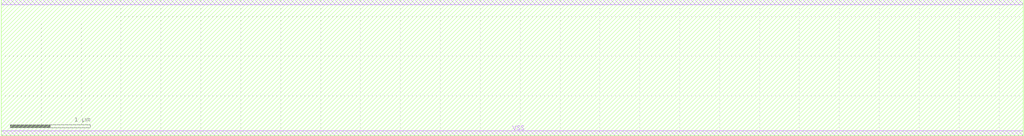
<source format=lef>
VERSION 5.6 ;
BUSBITCHARS "[]" ;
DIVIDERCHAR "/" ;

PROPERTYDEFINITIONS
  PIN DB_Inherited_Net_Expr STRING ;
  LAYER LEF57_SPACING STRING ;
END PROPERTYDEFINITIONS

UNITS
  CAPACITANCE PICOFARADS 1 ;
  DATABASE MICRONS 2000 ;
END UNITS
MANUFACTURINGGRID 0.005 ;
LAYER Oxide
  TYPE MASTERSLICE ;
END Oxide

#LAYER Poly
#  TYPE MASTERSLICE ;
#END Poly

#LAYER Nhvt
#  TYPE IMPLANT ;
#END Nhvt

#LAYER Nimp
#  TYPE IMPLANT ;
#  WIDTH 0.12 ;
#  SPACING 0.12 ;
#END Nimp

#LAYER Phvt
#  TYPE IMPLANT ;
#END Phvt

#LAYER Pimp
#  TYPE IMPLANT ;
#  WIDTH 0.12 ;
#  SPACING 0.12 ;
#  SPACING 0 LAYER Nimp ;
#END Pimp

#LAYER Nzvt
#  TYPE IMPLANT ;
#  WIDTH 0.35 ;
#  SPACING 0.3 ;
#END Nzvt

#LAYER Nlvt
#  TYPE IMPLANT ;
#END Nlvt

#LAYER Plvt
#  TYPE IMPLANT ;
#END Plvt

#LAYER SiProt
#  TYPE IMPLANT ;
#  WIDTH 0.22 ;
#  SPACING 0.22 ;
#END SiProt

#LAYER Cont
#  TYPE CUT ;
#  SPACING 0.06 ;
#  SPACING 0.08 ADJACENTCUTS 3 WITHIN 0.1 ;
#  WIDTH 0.06 ;
#  ENCLOSURE BELOW 0.02 0.03 ;
#  ENCLOSURE ABOVE 0 0.03 ;
#  ANTENNAMODEL OXIDE1 ;
#    ANTENNACUMAREARATIO 1200 ;
#  DCCURRENTDENSITY AVERAGE 0.1 ;
#END Cont

LAYER Metal1
  TYPE ROUTING ;
  DIRECTION HORIZONTAL ;
  PITCH 0.19 0.19 ;
  WIDTH 0.06 ;
  AREA 0.02 ;
  SPACINGTABLE
    PARALLELRUNLENGTH 0 0.32 0.75 1.5 2.5 3.5 
    WIDTH 0 0.06 0.06 0.06 0.06 0.06 0.06 
    WIDTH 0.1 0.06 0.1 0.1 0.1 0.1 0.1 
    WIDTH 0.75 0.06 0.1 0.25 0.25 0.25 0.25 
    WIDTH 1.5 0.06 0.1 0.25 0.45 0.45 0.45 
    WIDTH 2.5 0.06 0.1 0.25 0.45 0.75 0.75 
    WIDTH 3.5 0.06 0.1 0.25 0.45 0.75 1.25 ;
  MINENCLOSEDAREA 0.045 ;
#  DIAGSPACING 0.08 ;
#  DIAGMINEDGELENGTH 0.1 ;
  PROPERTY LEF57_SPACING "SPACING 0.09 ENDOFLINE 0.09 WITHIN 0.025 PARALLELEDGE 0.09 WITHIN 0.025 TWOEDGES ;" ; # OA DATAMODEL 2
  RESISTANCE RPERSQ 0.18 ;
  CAPACITANCE CPERSQDIST 0.0002 ;
  THICKNESS 0.3 ;
  EDGECAPACITANCE 0.0002 ;
  MINIMUMDENSITY 20 ;
  MAXIMUMDENSITY 65 ;
  DENSITYCHECKWINDOW 120 120 ;
  DENSITYCHECKSTEP 60 ;
  ANTENNAMODEL OXIDE1 ;
    ANTENNAAREARATIO 475 ;
  DCCURRENTDENSITY AVERAGE 2 ;
END Metal1

LAYER Via1
  TYPE CUT ;
  SPACING 0.07 ;
  SPACING 0.1 ADJACENTCUTS 3 WITHIN 0.11 ;
  WIDTH 0.07 ;
#  ENCLOSURE BELOW 0.005 0.03 ;
#  ENCLOSURE ABOVE 0.005 0.03 ;
  ANTENNAMODEL OXIDE1 ;
    ANTENNAAREARATIO 25 ;
    ANTENNACUMAREARATIO 1200 ;
  DCCURRENTDENSITY AVERAGE 0.1 ;
END Via1

LAYER Metal2
  TYPE ROUTING ;
  DIRECTION VERTICAL ;
  PITCH 0.2 0.2 ;
  WIDTH 0.07 ;
  AREA 0.02 ;
  SPACINGTABLE
    PARALLELRUNLENGTH 0 0.32 0.75 1.5 2.5 3.5 
    WIDTH 0 0.07 0.07 0.07 0.07 0.07 0.07 
    WIDTH 0.1 0.07 0.15 0.15 0.15 0.15 0.15 
    WIDTH 0.75 0.07 0.15 0.25 0.25 0.25 0.25 
    WIDTH 1.5 0.07 0.15 0.25 0.45 0.45 0.45 
    WIDTH 2.5 0.07 0.15 0.25 0.45 0.75 0.75 
    WIDTH 3.5 0.07 0.15 0.25 0.45 0.75 1.25 ;
  MINENCLOSEDAREA 0.055 ;
#  DIAGSPACING 0.1 ;
#  DIAGMINEDGELENGTH 0.1 ;
  PROPERTY LEF57_SPACING "SPACING 0.1 ENDOFLINE 0.1 WITHIN 0.035 PARALLELEDGE 0.1 WITHIN 0.035 TWOEDGES ;" ; # OA DATAMODEL 2
  RESISTANCE RPERSQ 0.17 ;
  CAPACITANCE CPERSQDIST 0.0002 ;
  THICKNESS 0.36 ;
  EDGECAPACITANCE 0.0002 ;
  MINIMUMDENSITY 20 ;
  MAXIMUMDENSITY 65 ;
  DENSITYCHECKWINDOW 120 120 ;
  DENSITYCHECKSTEP 60 ;
  ANTENNAMODEL OXIDE1 ;
    ANTENNAAREARATIO 475 ;
  DCCURRENTDENSITY AVERAGE 2 ;
END Metal2

LAYER Via2
  TYPE CUT ;
  SPACING 0.07 ;
  SPACING 0.1 ADJACENTCUTS 3 WITHIN 0.11 ;
  WIDTH 0.07 ;
#  ENCLOSURE BELOW 0.005 0.03 ;
#  ENCLOSURE ABOVE 0.005 0.03 ;
  ANTENNAMODEL OXIDE1 ;
    ANTENNAAREARATIO 25 ;
    ANTENNACUMAREARATIO 1200 ;
  DCCURRENTDENSITY AVERAGE 0.1 ;
END Via2

LAYER Metal3
  TYPE ROUTING ;
  DIRECTION HORIZONTAL ;
  PITCH 0.2 0.2 ;
  WIDTH 0.07 ;
  AREA 0.02 ;
  SPACINGTABLE
    PARALLELRUNLENGTH 0 0.32 0.75 1.5 2.5 3.5 
    WIDTH 0 0.07 0.07 0.07 0.07 0.07 0.07 
    WIDTH 0.1 0.07 0.15 0.15 0.15 0.15 0.15 
    WIDTH 0.75 0.07 0.15 0.25 0.25 0.25 0.25 
    WIDTH 1.5 0.07 0.15 0.25 0.45 0.45 0.45 
    WIDTH 2.5 0.07 0.15 0.25 0.45 0.75 0.75 
    WIDTH 3.5 0.07 0.15 0.25 0.45 0.75 1.25 ;
  MINENCLOSEDAREA 0.055 ;
#  DIAGSPACING 0.1 ;
#  DIAGMINEDGELENGTH 0.1 ;
  PROPERTY LEF57_SPACING "SPACING 0.1 ENDOFLINE 0.1 WITHIN 0.035 PARALLELEDGE 0.1 WITHIN 0.035 TWOEDGES ;" ; # OA DATAMODEL 2
  RESISTANCE RPERSQ 0.17 ;
  CAPACITANCE CPERSQDIST 0.0002 ;
  THICKNESS 0.36 ;
  EDGECAPACITANCE 0.0002 ;
  MINIMUMDENSITY 20 ;
  MAXIMUMDENSITY 65 ;
  DENSITYCHECKWINDOW 120 120 ;
  DENSITYCHECKSTEP 60 ;
  ANTENNAMODEL OXIDE1 ;
    ANTENNAAREARATIO 475 ;
  DCCURRENTDENSITY AVERAGE 2 ;
END Metal3

LAYER Via3
  TYPE CUT ;
  SPACING 0.07 ;
  SPACING 0.1 ADJACENTCUTS 3 WITHIN 0.11 ;
  WIDTH 0.07 ;
#  ENCLOSURE BELOW 0.005 0.03 ;
#  ENCLOSURE ABOVE 0.005 0.03 ;
  ANTENNAMODEL OXIDE1 ;
    ANTENNAAREARATIO 25 ;
    ANTENNACUMAREARATIO 1200 ;
  DCCURRENTDENSITY AVERAGE 0.1 ;
END Via3

LAYER Metal4
  TYPE ROUTING ;
  DIRECTION VERTICAL ;
  PITCH 0.2 0.2 ;
  WIDTH 0.07 ;
  AREA 0.02 ;
  SPACINGTABLE
    PARALLELRUNLENGTH 0 0.32 0.75 1.5 2.5 3.5 
    WIDTH 0 0.07 0.07 0.07 0.07 0.07 0.07 
    WIDTH 0.1 0.07 0.15 0.15 0.15 0.15 0.15 
    WIDTH 0.75 0.07 0.15 0.25 0.25 0.25 0.25 
    WIDTH 1.5 0.07 0.15 0.25 0.45 0.45 0.45 
    WIDTH 2.5 0.07 0.15 0.25 0.45 0.75 0.75 
    WIDTH 3.5 0.07 0.15 0.25 0.45 0.75 1.25 ;
  MINENCLOSEDAREA 0.055 ;
#  DIAGSPACING 0.1 ;
#  DIAGMINEDGELENGTH 0.1 ;
  PROPERTY LEF57_SPACING "SPACING 0.1 ENDOFLINE 0.1 WITHIN 0.035 PARALLELEDGE 0.1 WITHIN 0.035 TWOEDGES ;" ; # OA DATAMODEL 2
  RESISTANCE RPERSQ 0.17 ;
  CAPACITANCE CPERSQDIST 0.0002 ;
  THICKNESS 0.36 ;
  EDGECAPACITANCE 0.0002 ;
  MINIMUMDENSITY 20 ;
  MAXIMUMDENSITY 65 ;
  DENSITYCHECKWINDOW 120 120 ;
  DENSITYCHECKSTEP 60 ;
  ANTENNAMODEL OXIDE1 ;
    ANTENNAAREARATIO 475 ;
  DCCURRENTDENSITY AVERAGE 2 ;
END Metal4

LAYER Via4
  TYPE CUT ;
  SPACING 0.07 ;
  SPACING 0.1 ADJACENTCUTS 3 WITHIN 0.11 ;
  WIDTH 0.07 ;
#  ENCLOSURE BELOW 0.005 0.03 ;
#  ENCLOSURE ABOVE 0.005 0.03 ;
  ANTENNAMODEL OXIDE1 ;
    ANTENNAAREARATIO 25 ;
    ANTENNACUMAREARATIO 1200 ;
  DCCURRENTDENSITY AVERAGE 0.1 ;
END Via4

LAYER Metal5
  TYPE ROUTING ;
  DIRECTION HORIZONTAL ;
  PITCH 0.2 0.2 ;
  WIDTH 0.07 ;
  AREA 0.02 ;
  SPACINGTABLE
    PARALLELRUNLENGTH 0 0.32 0.75 1.5 2.5 3.5 
    WIDTH 0 0.07 0.07 0.07 0.07 0.07 0.07 
    WIDTH 0.1 0.07 0.15 0.15 0.15 0.15 0.15 
    WIDTH 0.75 0.07 0.15 0.25 0.25 0.25 0.25 
    WIDTH 1.5 0.07 0.15 0.25 0.45 0.45 0.45 
    WIDTH 2.5 0.07 0.15 0.25 0.45 0.75 0.75 
    WIDTH 3.5 0.07 0.15 0.25 0.45 0.75 1.25 ;
  MINENCLOSEDAREA 0.055 ;
#  DIAGSPACING 0.1 ;
#  DIAGMINEDGELENGTH 0.1 ;
  PROPERTY LEF57_SPACING "SPACING 0.1 ENDOFLINE 0.1 WITHIN 0.035 PARALLELEDGE 0.1 WITHIN 0.035 TWOEDGES ;" ; # OA DATAMODEL 2
  RESISTANCE RPERSQ 0.17 ;
  CAPACITANCE CPERSQDIST 0.0002 ;
  THICKNESS 0.36 ;
  EDGECAPACITANCE 0.0002 ;
  MINIMUMDENSITY 20 ;
  MAXIMUMDENSITY 65 ;
  DENSITYCHECKWINDOW 120 120 ;
  DENSITYCHECKSTEP 60 ;
  ANTENNAMODEL OXIDE1 ;
    ANTENNAAREARATIO 475 ;
  DCCURRENTDENSITY AVERAGE 2 ;
END Metal5

LAYER Via5
  TYPE CUT ;
  SPACING 0.07 ;
  SPACING 0.1 ADJACENTCUTS 3 WITHIN 0.11 ;
  WIDTH 0.07 ;
#  ENCLOSURE BELOW 0.005 0.03 ;
#  ENCLOSURE ABOVE 0.005 0.03 ;
  ANTENNAMODEL OXIDE1 ;
    ANTENNAAREARATIO 25 ;
    ANTENNACUMAREARATIO 1200 ;
  DCCURRENTDENSITY AVERAGE 0.1 ;
END Via5

LAYER Metal6
  TYPE ROUTING ;
  DIRECTION VERTICAL ;
  PITCH 0.2 0.2 ;
  WIDTH 0.07 ;
  AREA 0.02 ;
  SPACINGTABLE
    PARALLELRUNLENGTH 0 0.32 0.75 1.5 2.5 3.5 
    WIDTH 0 0.07 0.07 0.07 0.07 0.07 0.07 
    WIDTH 0.1 0.07 0.15 0.15 0.15 0.15 0.15 
    WIDTH 0.75 0.07 0.15 0.25 0.25 0.25 0.25 
    WIDTH 1.5 0.07 0.15 0.25 0.45 0.45 0.45 
    WIDTH 2.5 0.07 0.15 0.25 0.45 0.75 0.75 
    WIDTH 3.5 0.07 0.15 0.25 0.45 0.75 1.25 ;
  MINENCLOSEDAREA 0.055 ;
#  DIAGSPACING 0.1 ;
#  DIAGMINEDGELENGTH 0.1 ;
  PROPERTY LEF57_SPACING "SPACING 0.1 ENDOFLINE 0.1 WITHIN 0.035 PARALLELEDGE 0.1 WITHIN 0.035 TWOEDGES ;" ; # OA DATAMODEL 2
  RESISTANCE RPERSQ 0.17 ;
  CAPACITANCE CPERSQDIST 0.0002 ;
  THICKNESS 0.36 ;
  EDGECAPACITANCE 0.0002 ;
  MINIMUMDENSITY 20 ;
  MAXIMUMDENSITY 65 ;
  DENSITYCHECKWINDOW 120 120 ;
  DENSITYCHECKSTEP 60 ;
  ANTENNAMODEL OXIDE1 ;
    ANTENNAAREARATIO 475 ;
  DCCURRENTDENSITY AVERAGE 2 ;
END Metal6

LAYER Via6
  TYPE CUT ;
  SPACING 0.07 ;
  SPACING 0.1 ADJACENTCUTS 3 WITHIN 0.11 ;
  WIDTH 0.07 ;
#  ENCLOSURE BELOW 0.005 0.03 ;
#  ENCLOSURE ABOVE 0.005 0.03 ;
  ANTENNAMODEL OXIDE1 ;
    ANTENNAAREARATIO 25 ;
    ANTENNACUMAREARATIO 1200 ;
  DCCURRENTDENSITY AVERAGE 0.1 ;
END Via6

LAYER Metal7
  TYPE ROUTING ;
  DIRECTION HORIZONTAL ;
  PITCH 0.2 0.2 ;
  WIDTH 0.07 ;
  AREA 0.02 ;
  SPACINGTABLE
    PARALLELRUNLENGTH 0 0.32 0.75 1.5 2.5 3.5 
    WIDTH 0 0.07 0.07 0.07 0.07 0.07 0.07 
    WIDTH 0.1 0.07 0.15 0.15 0.15 0.15 0.15 
    WIDTH 0.75 0.07 0.15 0.25 0.25 0.25 0.25 
    WIDTH 1.5 0.07 0.15 0.25 0.45 0.45 0.45 
    WIDTH 2.5 0.07 0.15 0.25 0.45 0.75 0.75 
    WIDTH 3.5 0.07 0.15 0.25 0.45 0.75 1.25 ;
  MINENCLOSEDAREA 0.055 ;
#  DIAGSPACING 0.1 ;
#  DIAGMINEDGELENGTH 0.1 ;
  PROPERTY LEF57_SPACING "SPACING 0.1 ENDOFLINE 0.1 WITHIN 0.035 PARALLELEDGE 0.1 WITHIN 0.035 TWOEDGES ;" ; # OA DATAMODEL 2
  RESISTANCE RPERSQ 0.17 ;
  CAPACITANCE CPERSQDIST 0.0002 ;
  THICKNESS 0.36 ;
  EDGECAPACITANCE 0.0002 ;
  MINIMUMDENSITY 20 ;
  MAXIMUMDENSITY 65 ;
  DENSITYCHECKWINDOW 120 120 ;
  DENSITYCHECKSTEP 60 ;
  ANTENNAMODEL OXIDE1 ;
    ANTENNAAREARATIO 475 ;
  DCCURRENTDENSITY AVERAGE 2 ;
END Metal7

LAYER Via7
  TYPE CUT ;
  SPACING 0.07 ;
  SPACING 0.1 ADJACENTCUTS 3 WITHIN 0.11 ;
  WIDTH 0.07 ;
#  ENCLOSURE BELOW 0.005 0.03 ;
#  ENCLOSURE ABOVE 0.005 0.03 ;
  ANTENNAMODEL OXIDE1 ;
    ANTENNAAREARATIO 25 ;
    ANTENNACUMAREARATIO 1200 ;
  DCCURRENTDENSITY AVERAGE 0.1 ;
END Via7

LAYER Metal8
  TYPE ROUTING ;
  DIRECTION VERTICAL ;
  PITCH 0.2 0.2 ;
  WIDTH 0.07 ;
  AREA 0.02 ;
  SPACINGTABLE
    PARALLELRUNLENGTH 0 0.32 0.75 1.5 2.5 3.5 
    WIDTH 0 0.07 0.07 0.07 0.07 0.07 0.07 
    WIDTH 0.1 0.07 0.15 0.15 0.15 0.15 0.15 
    WIDTH 0.75 0.07 0.15 0.25 0.25 0.25 0.25 
    WIDTH 1.5 0.07 0.15 0.25 0.45 0.45 0.45 
    WIDTH 2.5 0.07 0.15 0.25 0.45 0.75 0.75 
    WIDTH 3.5 0.07 0.15 0.25 0.45 0.75 1.25 ;
  MINENCLOSEDAREA 0.055 ;
#  DIAGSPACING 0.1 ;
#  DIAGMINEDGELENGTH 0.1 ;
  PROPERTY LEF57_SPACING "SPACING 0.1 ENDOFLINE 0.1 WITHIN 0.035 PARALLELEDGE 0.1 WITHIN 0.035 TWOEDGES ;" ; # OA DATAMODEL 2
  RESISTANCE RPERSQ 0.17 ;
  CAPACITANCE CPERSQDIST 0.0002 ;
  THICKNESS 0.36 ;
  EDGECAPACITANCE 0.0002 ;
  MINIMUMDENSITY 20 ;
  MAXIMUMDENSITY 65 ;
  DENSITYCHECKWINDOW 120 120 ;
  DENSITYCHECKSTEP 60 ;
  ANTENNAMODEL OXIDE1 ;
    ANTENNAAREARATIO 475 ;
  DCCURRENTDENSITY AVERAGE 2 ;
END Metal8

LAYER Via8
  TYPE CUT ;
  SPACING 0.07 ;
  SPACING 0.1 ADJACENTCUTS 3 WITHIN 0.11 ;
  WIDTH 0.07 ;
#  ENCLOSURE BELOW 0.005 0.03 ;
#  ENCLOSURE ABOVE 0.005 0.03 ;
  ANTENNAMODEL OXIDE1 ;
    ANTENNAAREARATIO 25 ;
    ANTENNACUMAREARATIO 1200 ;
  DCCURRENTDENSITY AVERAGE 0.1 ;
END Via8

LAYER Metal9
  TYPE ROUTING ;
  DIRECTION HORIZONTAL ;
  PITCH 0.33 0.33 ;
  WIDTH 0.07 ;
  AREA 0.02 ;
  SPACINGTABLE
    PARALLELRUNLENGTH 0 0.32 0.75 1.5 2.5 3.5 
    WIDTH 0 0.07 0.07 0.07 0.07 0.07 0.07 
    WIDTH 0.1 0.07 0.15 0.15 0.15 0.15 0.15 
    WIDTH 0.75 0.07 0.15 0.25 0.25 0.25 0.25 
    WIDTH 1.5 0.07 0.15 0.25 0.45 0.45 0.45 
    WIDTH 2.5 0.07 0.15 0.25 0.45 0.75 0.75 
    WIDTH 3.5 0.07 0.15 0.25 0.45 0.75 1.25 ;
  MINENCLOSEDAREA 0.055 ;
#  DIAGSPACING 0.1 ;
#  DIAGMINEDGELENGTH 0.1 ;
  PROPERTY LEF57_SPACING "SPACING 0.1 ENDOFLINE 0.1 WITHIN 0.035 PARALLELEDGE 0.1 WITHIN 0.035 TWOEDGES ;" ; # OA DATAMODEL 2
  RESISTANCE RPERSQ 0.02 ;
  CAPACITANCE CPERSQDIST 0.0002 ;
  THICKNESS 1 ;
  EDGECAPACITANCE 0.0002 ;
  MINIMUMDENSITY 20 ;
  MAXIMUMDENSITY 65 ;
  DENSITYCHECKWINDOW 120 120 ;
  DENSITYCHECKSTEP 60 ;
  ANTENNAMODEL OXIDE1 ;
    ANTENNAAREARATIO 475 ;
  DCCURRENTDENSITY AVERAGE 2 ;
END Metal9

#LAYER Via9
#  TYPE CUT ;
#  SPACING 0.18 ;
#  SPACING 0.2 ADJACENTCUTS 3 WITHIN 0.25 ;
#  WIDTH 0.18 ;
#  ENCLOSURE BELOW 0.015 0.04 ;
#  ENCLOSURE ABOVE 0.03 0.05 ;
#  ANTENNAMODEL OXIDE1 ;
#    ANTENNAAREARATIO 25 ;
#    ANTENNACUMAREARATIO 1200 ;
#  DCCURRENTDENSITY AVERAGE 0.8 ;
#END Via9

#LAYER Metal10
#  TYPE ROUTING ;
#  DIRECTION VERTICAL ;
#  PITCH 0.48 0.48 ;
#  WIDTH 0.22 ;
#  AREA 0.1 ;
#  SPACINGTABLE
#    PARALLELRUNLENGTH 0 0.75 1.5 2.5 3.5 
#    WIDTH 0 0.2 0.2 0.2 0.2 0.2 
#    WIDTH 0.75 0.2 0.35 0.45 0.75 1.25 
#    WIDTH 1.5 0.2 0.35 0.45 0.45 0.45 
#    WIDTH 2.5 0.2 0.35 0.45 0.75 0.75 
#    WIDTH 3.5 0.2 0.35 0.45 0.75 1.25 ;
#  MINENCLOSEDAREA 0.11 ;
#  RESISTANCE RPERSQ 0.02 ;
#  CAPACITANCE CPERSQDIST 0.0002 ;
#  THICKNESS 1 ;
#  EDGECAPACITANCE 0.0002 ;
#  MINIMUMDENSITY 20 ;
#  MAXIMUMDENSITY 65 ;
#  DENSITYCHECKWINDOW 120 120 ;
#  DENSITYCHECKSTEP 60 ;
#  ANTENNAMODEL OXIDE1 ;
#    ANTENNAAREARATIO 475 ;
#  DCCURRENTDENSITY AVERAGE 8 ;
#END Metal10
#
#LAYER Via10
#  TYPE CUT ;
#  SPACING 0.18 ;
#  SPACING 0.2 ADJACENTCUTS 3 WITHIN 0.25 ;
#  WIDTH 0.18 ;
#  ENCLOSURE BELOW 0.015 0.04 ;
#  ENCLOSURE ABOVE 0.03 0.05 ;
#  ANTENNAMODEL OXIDE1 ;
#    ANTENNAAREARATIO 25 ;
#    ANTENNACUMAREARATIO 1200 ;
#  DCCURRENTDENSITY AVERAGE 0.8 ;
#END Via10
#
#LAYER Metal11
#  TYPE ROUTING ;
#  DIRECTION HORIZONTAL ;
#  PITCH 0.48 0.48 ;
#  WIDTH 0.22 ;
#  AREA 0.1 ;
#  SPACINGTABLE
#    PARALLELRUNLENGTH 0 0.75 1.5 2.5 3.5 
#    WIDTH 0 0.2 0.2 0.2 0.2 0.2 
#    WIDTH 0.75 0.2 0.35 0.45 0.75 1.25 
#    WIDTH 1.5 0.2 0.35 0.45 0.45 0.45 
#    WIDTH 2.5 0.2 0.35 0.45 0.75 0.75 
#    WIDTH 3.5 0.2 0.35 0.45 0.75 1.25 ;
#  MINENCLOSEDAREA 0.11 ;
#  RESISTANCE RPERSQ 0.02 ;
#  CAPACITANCE CPERSQDIST 0.0002 ;
#  THICKNESS 1 ;
#  EDGECAPACITANCE 0.0002 ;
#  MINIMUMDENSITY 20 ;
#  MAXIMUMDENSITY 65 ;
#  DENSITYCHECKWINDOW 120 120 ;
#  DENSITYCHECKSTEP 60 ;
#  ANTENNAMODEL OXIDE1 ;
#    ANTENNAAREARATIO 475 ;
#  DCCURRENTDENSITY AVERAGE 8 ;
#END Metal11

LAYER OVERLAP
  TYPE OVERLAP ;
END OVERLAP

VIA VIA12_1C DEFAULT
    RESISTANCE 6.7000000000 ;
    LAYER Metal1 ;
        RECT -0.065 -0.035  0.065  0.035 ;
    LAYER Via1 ;
        RECT -0.035 -0.035  0.035  0.035 ;
    LAYER Metal2 ;
        RECT -0.035 -0.065  0.035  0.065 ;
END VIA12_1C

VIA VIA12_1C_H DEFAULT
    RESISTANCE 6.7000000000 ;
    LAYER Metal1 ;
        RECT -0.065 -0.035  0.065  0.035 ;
    LAYER Via1 ;
        RECT -0.035 -0.035  0.035  0.035 ;
    LAYER Metal2 ;
        RECT -0.065 -0.035  0.065  0.035 ;
END VIA12_1C_H
                 
VIA VIA12_1C_V DEFAULT
    RESISTANCE 6.7000000000 ;
    LAYER Metal1 ;
        RECT -0.035 -0.065  0.035  0.065 ;
    LAYER Via1 ;
        RECT -0.035 -0.035  0.035  0.035 ;
    LAYER Metal2 ;
        RECT -0.035 -0.065  0.035  0.065 ;
END VIA12_1C_V

#VIA VIA12_1C_FAT_C DEFAULT
#    RESISTANCE 6.7000000000 ;
#    LAYER Metal1 ;
#        RECT -0.085 -0.035  0.085  0.035 ;
#    LAYER Via1 ;
#        RECT -0.035 -0.035  0.035  0.035 ;
#    LAYER Metal2 ;
#        RECT -0.035 -0.085  0.035  0.085 ;
#END VIA12_1C_FAT_C
#             
#VIA VIA12_1C_FAT_H DEFAULT
#    RESISTANCE 6.7000000000 ;
#    LAYER Metal1 ;
#        RECT -0.085 -0.035  0.085  0.035 ;
#    LAYER Via1 ;
#        RECT -0.035 -0.035  0.035  0.035 ;
#    LAYER Metal2 ;
#        RECT -0.085 -0.035  0.085  0.035 ;
#END VIA12_1C_FAT_H
#
#VIA VIA12_1C_FAT_V DEFAULT
#    RESISTANCE 6.7000000000 ;
#    LAYER Metal1 ;
#        RECT -0.035 -0.085  0.035  0.085 ;
#    LAYER Via1 ;
#        RECT -0.035 -0.035  0.035  0.035 ;
#    LAYER Metal2 ;
#        RECT -0.035 -0.085  0.035  0.085 ;
#END VIA12_1C_FAT_V
#
#VIA VIA12_1C_FAT DEFAULT
#    RESISTANCE 6.7000000000 ;
#    LAYER Metal1 ;
#        RECT -0.065 -0.065  0.065  0.065 ;
#    LAYER Via1 ;
#        RECT -0.035 -0.035  0.035  0.035 ;
#    LAYER Metal2 ;
#        RECT -0.065 -0.065  0.065  0.065 ;
#END VIA12_1C_FAT
                 
VIA VIA12_2C_E DEFAULT
    RESISTANCE 3.3500000000 ;
    LAYER Metal1 ;
        RECT -0.065 -0.035  0.205  0.035 ;
    LAYER Via1 ;
        RECT -0.035 -0.035  0.035  0.035 ;
        RECT 0.105 -0.035  0.175  0.035 ;
    LAYER Metal2 ;
        RECT -0.035 -0.065  0.175  0.065 ;
END VIA12_2C_E

VIA VIA12_2C_W DEFAULT
    RESISTANCE 3.3500000000 ;
    LAYER Metal1 ;
        RECT -0.205 -0.035  0.065  0.035 ;
    LAYER Via1 ;
        RECT -0.035 -0.035  0.035  0.035 ;
        RECT -0.175 -0.035  -0.105  0.035 ;
    LAYER Metal2 ;
        RECT -0.175 -0.065  0.035  0.065 ;
END VIA12_2C_W

VIA VIA12_2C_N DEFAULT
    RESISTANCE 3.3500000000 ;
    LAYER Metal1 ;
        RECT -0.065 -0.035  0.065  0.175 ;
    LAYER Via1 ;
        RECT -0.035 -0.035  0.035  0.035 ;
        RECT -0.035 0.105  0.035  0.175 ;
    LAYER Metal2 ;
        RECT -0.035 -0.065  0.035  0.205 ;
END VIA12_2C_N

VIA VIA12_2C_S DEFAULT
    RESISTANCE 3.3500000000 ;
    LAYER Metal1 ;
        RECT -0.065 -0.175  0.065  0.035 ;
    LAYER Via1 ;
        RECT -0.035 -0.035  0.035  0.035 ;
        RECT -0.035 -0.175  0.035  -0.105 ;
    LAYER Metal2 ;
        RECT -0.035 -0.205  0.035  0.065 ;
END VIA12_2C_S

#VIA VIA12_2C_HN DEFAULT
#    RESISTANCE 3.3500000000 ;
#    LAYER Metal1 ;
#        RECT -0.035 -0.065  0.035  0.235 ;
#    LAYER Via1 ;
#        RECT -0.035 -0.035  0.035  0.035 ;
#        RECT -0.035 0.135  0.035  0.205 ;
#    LAYER Metal2 ;
#        RECT -0.035 -0.065  0.035  0.235 ;
#END VIA12_2C_HN
# Modified for better dC coverage
VIA VIA12_2C_HN DEFAULT
    RESISTANCE 3.3500000000 ;
    LAYER Metal1 ;
        RECT -0.035 -0.065  0.035  0.205 ;
    LAYER Via1 ;
        RECT -0.035 -0.035  0.035  0.035 ;
        RECT -0.035 0.105  0.035  0.175 ;
    LAYER Metal2 ;
        RECT -0.035 -0.065  0.035  0.205 ;
END VIA12_2C_HN

 
#VIA VIA12_2C_HS DEFAULT
#    RESISTANCE 3.3500000000 ;
#    LAYER Metal1 ;
#        RECT -0.035 -0.235  0.035  0.065 ;
#    LAYER Via1 ;
#        RECT -0.035 -0.035  0.035  0.035 ;
#        RECT -0.035 -0.205  0.035  -0.135 ;
#    LAYER Metal2 ;
#        RECT -0.035 -0.235  0.035  0.065 ;
#END VIA12_2C_HS
# Modified for better dC coverage
VIA VIA12_2C_HS DEFAULT
    RESISTANCE 3.3500000000 ;
    LAYER Metal1 ;
        RECT -0.035 -0.205  0.035  0.065 ;
    LAYER Via1 ;
        RECT -0.035 -0.035  0.035  0.035 ;
        RECT -0.035 -0.175  0.035  -0.105 ;
    LAYER Metal2 ;
        RECT -0.035 -0.205  0.035  0.065 ;
END VIA12_2C_HS

# Added for higher dC coverage
VIA VIA12_2C_ES DEFAULT
    RESISTANCE 3.3500000000 ;
    LAYER Metal1 ;
        RECT -0.065 -0.035  0.205  0.035 ;
    LAYER Via1 ;
        RECT -0.035 -0.035  0.035  0.035 ;
        RECT 0.105 -0.035  0.175  0.035 ;
    LAYER Metal2 ;
        RECT -0.065 -0.035  0.205  0.035 ;
END VIA12_2C_ES

# Added for higher dC coverage
VIA VIA12_2C_WS DEFAULT
    RESISTANCE 3.3500000000 ;
    LAYER Metal1 ;
        RECT -0.205 -0.035  0.065  0.035 ;
    LAYER Via1 ;
        RECT -0.035 -0.035  0.035  0.035 ;
        RECT -0.175 -0.035  -0.105  0.035 ;
    LAYER Metal2 ;
        RECT -0.205 -0.035  0.065  0.035 ;
END VIA12_2C_WS


#VIA VIA12_2C_FAT_E DEFAULT
#    RESISTANCE 3.3500000000 ;
#    LAYER Metal1 ;
#        RECT -0.085 -0.035  0.225  0.035 ;
#    LAYER Via1 ;
#        RECT -0.035 -0.035  0.035  0.035 ;
#        RECT 0.105 -0.035  0.175  0.035 ;
#    LAYER Metal2 ;
#        RECT -0.035 -0.085  0.175  0.085 ;
#END VIA12_2C_FAT_E
#
#VIA VIA12_2C_FAT_W DEFAULT
#    RESISTANCE 3.3500000000 ;
#    LAYER Metal1 ;
#        RECT -0.225 -0.035  0.085  0.035 ;
#    LAYER Via1 ;
#        RECT -0.035 -0.035  0.035  0.035 ;
#        RECT -0.175 -0.035  -0.105  0.035 ;
#    LAYER Metal2 ;
#        RECT -0.175 -0.085  0.035  0.085 ;
#END VIA12_2C_FAT_W
#
#VIA VIA12_2C_FAT_N DEFAULT
#    RESISTANCE 3.3500000000 ;
#    LAYER Metal1 ;
#        RECT -0.085 -0.035  0.085  0.175 ;
#    LAYER Via1 ;
#        RECT -0.035 -0.035  0.035  0.035 ;
#        RECT -0.035 0.105  0.035  0.175 ;
#    LAYER Metal2 ;
#        RECT -0.035 -0.085  0.035  0.225 ;
#END VIA12_2C_FAT_N
#
#VIA VIA12_2C_FAT_S DEFAULT
#    RESISTANCE 3.3500000000 ;
#    LAYER Metal1 ;
#        RECT -0.085 -0.175  0.085  0.035 ;
#    LAYER Via1 ;
#        RECT -0.035 -0.035  0.035  0.035 ;
#        RECT -0.035 -0.175  0.035  -0.105 ;
#    LAYER Metal2 ;
#        RECT -0.035 -0.225  0.035  0.085 ;
#END VIA12_2C_FAT_S
#
#VIA VIA12_2C_FAT_HN DEFAULT
#    RESISTANCE 3.3500000000 ;
#    LAYER Metal1 ;
#        RECT -0.035 -0.085  0.035  0.255 ;
#    LAYER Via1 ;
#        RECT -0.035 -0.035  0.035  0.035 ;
#        RECT -0.035 0.135  0.035  0.205 ;
#    LAYER Metal2 ;
#        RECT -0.035 -0.085  0.035  0.255 ;
#END VIA12_2C_FAT_HN
# 
#VIA VIA12_2C_FAT_HS DEFAULT
#    RESISTANCE 3.3500000000 ;
#    LAYER Metal1 ;
#        RECT -0.035 -0.255  0.035  0.085 ;
#    LAYER Via1 ;
#        RECT -0.035 -0.035  0.035  0.035 ;
#        RECT -0.035 -0.205  0.035  -0.135 ;
#    LAYER Metal2 ;
#        RECT -0.035 -0.255  0.035  0.085 ;
#END VIA12_2C_FAT_HS

VIA VIA12_4C DEFAULT
    RESISTANCE 1.6750000000 ;
    LAYER Metal1 ;
        RECT -0.135 -0.105  0.135  0.105 ;
    LAYER Via1 ;
        RECT -0.105 -0.105  -0.035  -0.035 ;
        RECT -0.105 0.035  -0.035  0.105 ;
        RECT 0.035 0.035  0.105  0.105 ;
        RECT 0.035 -0.105  0.105  -0.035 ;
    LAYER Metal2 ;
        RECT -0.105 -0.135  0.105  0.135 ;
END VIA12_4C

##############
### VIA 23 ###
##############

VIA VIA23_1C DEFAULT
    RESISTANCE 6.7000000000 ;
    LAYER Metal2 ;
        RECT -0.035 -0.065  0.035  0.065 ;
    LAYER Via2 ;
        RECT -0.035 -0.035  0.035  0.035 ;
    LAYER Metal3 ;
        RECT -0.065 -0.035  0.065  0.035 ;
END VIA23_1C

VIA VIA23_1C_V DEFAULT
    RESISTANCE 6.7000000000 ;
    LAYER Metal2 ;
        RECT -0.035 -0.065  0.035  0.065 ;
    LAYER Via2 ;
        RECT -0.035 -0.035  0.035  0.035 ;
    LAYER Metal3 ;
        RECT -0.035 -0.065  0.035  0.065 ;
END VIA23_1C_V

VIA VIA23_1C_H DEFAULT
    RESISTANCE 6.7000000000 ;
    LAYER Metal2 ;
        RECT -0.065 -0.035  0.065  0.035 ;
    LAYER Via2 ;
        RECT -0.035 -0.035  0.035  0.035 ;
    LAYER Metal3 ;
        RECT -0.065 -0.035  0.065  0.035 ;
END VIA23_1C_H

#VIA VIA23_1C_FAT_C DEFAULT
#    RESISTANCE 6.7000000000 ;
#    LAYER Metal2 ;
#        RECT -0.035 -0.085  0.035  0.085 ;
#    LAYER Via2 ;
#        RECT -0.035 -0.035  0.035  0.035 ;
#    LAYER Metal3 ;
#        RECT -0.085 -0.035  0.085  0.035 ;
#END VIA23_1C_FAT_C
#             
#VIA VIA23_1C_FAT_V DEFAULT
#    RESISTANCE 6.7000000000 ;
#    LAYER Metal2 ;
#        RECT -0.035 -0.085  0.035  0.085 ;
#    LAYER Via2 ;
#        RECT -0.035 -0.035  0.035  0.035 ;
#    LAYER Metal3 ;
#        RECT -0.035 -0.085  0.035  0.085 ;
#END VIA23_1C_FAT_V
#
#VIA VIA23_1C_FAT_H DEFAULT
#    RESISTANCE 6.7000000000 ;
#    LAYER Metal2 ;
#        RECT -0.085 -0.035  0.085  0.035 ;
#    LAYER Via2 ;
#        RECT -0.035 -0.035  0.035  0.035 ;
#    LAYER Metal3 ;
#        RECT -0.085 -0.035  0.085  0.035 ;
#END VIA23_1C_FAT_H
#
#
#VIA VIA23_1C_FAT DEFAULT
#    RESISTANCE 6.7000000000 ;
#    LAYER Metal2 ;
#        RECT -0.065 -0.065  0.065  0.065 ;
#    LAYER Via2 ;
#        RECT -0.035 -0.035  0.035  0.035 ;
#    LAYER Metal3 ;
#        RECT -0.065 -0.065  0.065  0.065 ;
#END VIA23_1C_FAT
                 
VIA VIA23_1ST_N DEFAULT
    RESISTANCE 6.7000000000 ;
    LAYER Metal2 ;
        RECT -0.035 -0.065  0.035  0.325 ;
    LAYER Via2 ;
        RECT -0.035 -0.035  0.035  0.035 ;
    LAYER Metal3 ;
        RECT -0.065 -0.035  0.065  0.035 ;
END VIA23_1ST_N

VIA VIA23_1ST_S DEFAULT
    RESISTANCE 6.7000000000 ;
    LAYER Metal2 ;
        RECT -0.035 -0.325  0.035  0.065 ;
    LAYER Via2 ;
        RECT -0.035 -0.035  0.035  0.035 ;
    LAYER Metal3 ;
        RECT -0.065 -0.035  0.065  0.035 ;
END VIA23_1ST_S

VIA VIA23_2C_E DEFAULT
    RESISTANCE 3.3500000000 ;
    LAYER Metal2 ;
        RECT -0.035 -0.065  0.175  0.065 ;
    LAYER Via2 ;
        RECT -0.035 -0.035  0.035  0.035 ;
        RECT 0.105 -0.035  0.175  0.035 ;
    LAYER Metal3 ;
        RECT -0.065 -0.035  0.205  0.035 ;
END VIA23_2C_E
 
VIA VIA23_2C_W DEFAULT
    RESISTANCE 3.3500000000 ;
    LAYER Metal2 ;
        RECT -0.175 -0.065  0.035  0.065 ;
    LAYER Via2 ;
        RECT -0.035 -0.035  0.035  0.035 ;
        RECT -0.175 -0.035  -0.105  0.035 ;
    LAYER Metal3 ;
        RECT -0.205 -0.035  0.065  0.035 ;
END VIA23_2C_W
 
VIA VIA23_2C_N DEFAULT
    RESISTANCE 3.3500000000 ;
    LAYER Metal2 ;
        RECT -0.035 -0.065  0.035  0.205 ;
    LAYER Via2 ;
        RECT -0.035 -0.035  0.035  0.035 ;
        RECT -0.035 0.105  0.035  0.175 ;
    LAYER Metal3 ;
        RECT -0.065 -0.035  0.065  0.175 ;
END VIA23_2C_N
 
VIA VIA23_2C_S DEFAULT
    RESISTANCE 3.3500000000 ;
    LAYER Metal2 ;
        RECT -0.035 -0.205  0.035  0.065 ;
    LAYER Via2 ;
        RECT -0.035 -0.035  0.035  0.035 ;
        RECT -0.035 -0.175  0.035  -0.105 ;
    LAYER Metal3 ;
        RECT -0.065 -0.175  0.065  0.035 ;
END VIA23_2C_S

#VIA VIA23_2C_FAT_E DEFAULT
#    RESISTANCE 3.3500000000 ;
#    LAYER Metal2 ;
#        RECT -0.035 -0.085  0.175  0.085 ;
#    LAYER Via2 ;
#        RECT -0.035 -0.035  0.035  0.035 ;
#        RECT 0.105 -0.035  0.175  0.035 ;
#    LAYER Metal3 ;
#        RECT -0.085 -0.035  0.225  0.035 ;
#END VIA23_2C_FAT_E
# 
#VIA VIA23_2C_FAT_W DEFAULT
#    RESISTANCE 3.3500000000 ;
#    LAYER Metal2 ;
#        RECT -0.175 -0.085  0.035  0.085 ;
#    LAYER Via2 ;
#        RECT -0.035 -0.035  0.035  0.035 ;
#        RECT -0.175 -0.035  -0.105  0.035 ;
#    LAYER Metal3 ;
#        RECT -0.225 -0.035  0.085  0.035 ;
#END VIA23_2C_FAT_W
# 
#VIA VIA23_2C_FAT_N DEFAULT
#    RESISTANCE 3.3500000000 ;
#    LAYER Metal2 ;
#        RECT -0.035 -0.085  0.035  0.225 ;
#    LAYER Via2 ;
#        RECT -0.035 -0.035  0.035  0.035 ;
#        RECT -0.035 0.105  0.035  0.175 ;
#    LAYER Metal3 ;
#        RECT -0.085 -0.035  0.085  0.175 ;
#END VIA23_2C_FAT_N
# 
#VIA VIA23_2C_FAT_S DEFAULT
#    RESISTANCE 3.3500000000 ;
#    LAYER Metal2 ;
#        RECT -0.035 -0.225  0.035  0.085 ;
#    LAYER Via2 ;
#        RECT -0.035 -0.035  0.035  0.035 ;
#        RECT -0.035 -0.175  0.035  -0.105 ;
#    LAYER Metal3 ;
#        RECT -0.085 -0.175  0.085  0.035 ;
#END VIA23_2C_FAT_S
#
## KD copy 4 FAT vias and add 4 FULL_FAT
#VIA VIA23_2C_FULL_FAT_E DEFAULT
#    RESISTANCE 3.3500000000 ;
#    LAYER Metal2 ;
#        RECT -0.085 -0.085  0.225  0.085 ;
#    LAYER Via2 ;
#        RECT -0.035 -0.035  0.035  0.035 ;
#        RECT 0.105 -0.035  0.175  0.035 ;
#    LAYER Metal3 ;
#        RECT -0.085 -0.085  0.225  0.085 ;
#END VIA23_2C_FULL_FAT_E
# 
#VIA VIA23_2C_FULL_FAT_W DEFAULT
#    RESISTANCE 3.3500000000 ;
#    LAYER Metal2 ;
#        RECT -0.225 -0.085  0.085  0.085 ;
#    LAYER Via2 ;
#        RECT -0.035 -0.035  0.035  0.035 ;
#        RECT -0.175 -0.035  -0.105  0.035 ;
#    LAYER Metal3 ;
#        RECT -0.225 -0.085  0.085  0.085 ;
#END VIA23_2C_FULL_FAT_W
# 
#VIA VIA23_2C_FULL_FAT_N DEFAULT
#    RESISTANCE 3.3500000000 ;
#    LAYER Metal2 ;
#        RECT -0.085 -0.085  0.085  0.225 ;
#    LAYER Via2 ;
#        RECT -0.035 -0.035  0.035  0.035 ;
#        RECT -0.035 0.105  0.035  0.175 ;
#    LAYER Metal3 ;
#        RECT -0.085 -0.085  0.085  0.225 ;
#END VIA23_2C_FULL_FAT_N
# 
#VIA VIA23_2C_FULL_FAT_S DEFAULT
#    RESISTANCE 3.3500000000 ;
#    LAYER Metal2 ;
#        RECT -0.085 -0.225  0.085  0.085 ;
#    LAYER Via2 ;
#        RECT -0.035 -0.035  0.035  0.035 ;
#        RECT -0.035 -0.175  0.035  -0.105 ;
#    LAYER Metal3 ;
#        RECT -0.085 -0.225  0.085  0.085 ;
#END VIA23_2C_FULL_FAT_S

VIA VIA23_4C DEFAULT
    RESISTANCE 1.6750000000 ;
    LAYER Metal2 ;
        RECT -0.105 -0.135  0.105  0.135 ;
    LAYER Via2 ;
        RECT -0.105 -0.105  -0.035  -0.035 ;
        RECT -0.105 0.035  -0.035  0.105 ;
        RECT 0.035 0.035  0.105  0.105 ;
        RECT 0.035 -0.105  0.105  -0.035 ;
    LAYER Metal3 ;
        RECT -0.135 -0.105  0.135  0.105 ;
END VIA23_4C

################
### VIA 34 #####
################
VIA VIA34_1C DEFAULT
    RESISTANCE 6.7000000000 ;
    LAYER Metal3 ;
        RECT -0.065 -0.035  0.065  0.035 ;
    LAYER Via3 ;
        RECT -0.035 -0.035  0.035  0.035 ;
    LAYER Metal4 ;
        RECT -0.035 -0.065  0.035  0.065 ;
END VIA34_1C

VIA VIA34_1C_H DEFAULT
    RESISTANCE 6.7000000000 ;
    LAYER Metal3 ;
        RECT -0.065 -0.035  0.065  0.035 ;
    LAYER Via3 ;
        RECT -0.035 -0.035  0.035  0.035 ;
    LAYER Metal4 ;
        RECT -0.065 -0.035  0.065  0.035 ;
END VIA34_1C_H
                 
VIA VIA34_1C_V DEFAULT
    RESISTANCE 6.7000000000 ;
    LAYER Metal3 ;
        RECT -0.035 -0.065  0.035  0.065 ;
    LAYER Via3 ;
        RECT -0.035 -0.035  0.035  0.035 ;
    LAYER Metal4 ;
        RECT -0.035 -0.065  0.035  0.065 ;
END VIA34_1C_V

#VIA VIA34_1C_FAT_C DEFAULT
#    RESISTANCE 6.7000000000 ;
#    LAYER Metal3 ;
#        RECT -0.085 -0.035  0.085  0.035 ;
#    LAYER Via3 ;
#        RECT -0.035 -0.035  0.035  0.035 ;
#    LAYER Metal4 ;
#        RECT -0.035 -0.085  0.035  0.085 ;
#END VIA34_1C_FAT_C
#             
#VIA VIA34_1C_FAT_H DEFAULT
#    RESISTANCE 6.7000000000 ;
#    LAYER Metal3 ;
#        RECT -0.085 -0.035  0.085  0.035 ;
#    LAYER Via3 ;
#        RECT -0.035 -0.035  0.035  0.035 ;
#    LAYER Metal4 ;
#        RECT -0.085 -0.035  0.085  0.035 ;
#END VIA34_1C_FAT_H
#
#VIA VIA34_1C_FAT_V DEFAULT
#    RESISTANCE 6.7000000000 ;
#    LAYER Metal3 ;
#        RECT -0.035 -0.085  0.035  0.085 ;
#    LAYER Via3 ;
#        RECT -0.035 -0.035  0.035  0.035 ;
#    LAYER Metal4 ;
#        RECT -0.035 -0.085  0.035  0.085 ;
#END VIA34_1C_FAT_V
#
#VIA VIA34_1C_FAT DEFAULT
#    RESISTANCE 6.7000000000 ;
#    LAYER Metal3 ;
#        RECT -0.065 -0.065  0.065  0.065 ;
#    LAYER Via3 ;
#        RECT -0.035 -0.035  0.035  0.035 ;
#    LAYER Metal4 ;
#        RECT -0.065 -0.065  0.065  0.065 ;
#END VIA34_1C_FAT
                 
VIA VIA34_1ST_E DEFAULT
    RESISTANCE 6.7000000000 ;
    LAYER Metal3 ;
        RECT -0.065 -0.035  0.325  0.035 ;
    LAYER Via3 ;
        RECT -0.035 -0.035  0.035  0.035 ;
    LAYER Metal4 ;
        RECT -0.035 -0.065  0.035  0.065 ;
END VIA34_1ST_E

VIA VIA34_1ST_W DEFAULT
    RESISTANCE 6.7000000000 ;
    LAYER Metal3 ;
        RECT -0.325 -0.035  0.065  0.035 ;
    LAYER Via3 ;
        RECT -0.035 -0.035  0.035  0.035 ;
    LAYER Metal4 ;
        RECT -0.035 -0.065  0.035  0.065 ;
END VIA34_1ST_W

VIA VIA34_2C_E DEFAULT
    RESISTANCE 3.3500000000 ;
    LAYER Metal3 ;
        RECT -0.065 -0.035  0.205  0.035 ;
    LAYER Via3 ;
        RECT -0.035 -0.035  0.035  0.035 ;
        RECT 0.105 -0.035  0.175  0.035 ;
    LAYER Metal4 ;
        RECT -0.035 -0.065  0.175  0.065 ;
END VIA34_2C_E
 
VIA VIA34_2C_W DEFAULT
    RESISTANCE 3.3500000000 ;
    LAYER Metal3 ;
        RECT -0.205 -0.035  0.065  0.035 ;
    LAYER Via3 ;
        RECT -0.035 -0.035  0.035  0.035 ;
        RECT -0.175 -0.035  -0.105  0.035 ;
    LAYER Metal4 ;
        RECT -0.175 -0.065  0.035  0.065 ;
END VIA34_2C_W
 
VIA VIA34_2C_N DEFAULT
    RESISTANCE 3.3500000000 ;
    LAYER Metal3 ;
        RECT -0.065 -0.035  0.065  0.175 ;
    LAYER Via3 ;
        RECT -0.035 -0.035  0.035  0.035 ;
        RECT -0.035 0.105  0.035  0.175 ;
    LAYER Metal4 ;
        RECT -0.035 -0.065  0.035  0.205 ;
END VIA34_2C_N
 
VIA VIA34_2C_S DEFAULT
    RESISTANCE 3.3500000000 ;
    LAYER Metal3 ;
        RECT -0.065 -0.175  0.065  0.035 ;
    LAYER Via3 ;
        RECT -0.035 -0.035  0.035  0.035 ;
        RECT -0.035 -0.175  0.035  -0.105 ;
    LAYER Metal4 ;
        RECT -0.035 -0.205  0.035  0.065 ;
END VIA34_2C_S

#VIA VIA34_2C_FAT_E DEFAULT
#    RESISTANCE 3.3500000000 ;
#    LAYER Metal3 ;
#        RECT -0.085 -0.035  0.225  0.035 ;
#    LAYER Via3 ;
#        RECT -0.035 -0.035  0.035  0.035 ;
#        RECT 0.105 -0.035  0.175  0.035 ;
#    LAYER Metal4 ;
#        RECT -0.035 -0.085  0.175  0.085 ;
#END VIA34_2C_FAT_E
# 
#VIA VIA34_2C_FAT_W DEFAULT
#    RESISTANCE 3.3500000000 ;
#    LAYER Metal3 ;
#        RECT -0.225 -0.035  0.085  0.035 ;
#    LAYER Via3 ;
#        RECT -0.035 -0.035  0.035  0.035 ;
#        RECT -0.175 -0.035  -0.105  0.035 ;
#    LAYER Metal4 ;
#        RECT -0.175 -0.085  0.035  0.085 ;
#END VIA34_2C_FAT_W
# 
#VIA VIA34_2C_FAT_N DEFAULT
#    RESISTANCE 3.3500000000 ;
#    LAYER Metal3 ;
#        RECT -0.085 -0.035  0.085  0.175 ;
#    LAYER Via3 ;
#        RECT -0.035 -0.035  0.035  0.035 ;
#        RECT -0.035 0.105  0.035  0.175 ;
#    LAYER Metal4 ;
#        RECT -0.035 -0.085  0.035  0.225 ;
#END VIA34_2C_FAT_N
# 
#VIA VIA34_2C_FAT_S DEFAULT
#    RESISTANCE 3.3500000000 ;
#    LAYER Metal3 ;
#        RECT -0.085 -0.175  0.085  0.035 ;
#    LAYER Via3 ;
#        RECT -0.035 -0.035  0.035  0.035 ;
#        RECT -0.035 -0.175  0.035  -0.105 ;
#    LAYER Metal4 ;
#        RECT -0.035 -0.225  0.035  0.085 ;
#END VIA34_2C_FAT_S
#
## KD copy FAT vias and add FULL_FAT
#VIA VIA34_2C_FULL_FAT_E DEFAULT
#    RESISTANCE 3.3500000000 ;
#    LAYER Metal3 ;
#        RECT -0.085 -0.085  0.225  0.085 ;
#    LAYER Via3 ;
#        RECT -0.035 -0.035  0.035  0.035 ;
#        RECT 0.105 -0.035  0.175  0.035 ;
#    LAYER Metal4 ;
#        RECT -0.085 -0.085  0.225  0.085 ;
#END VIA34_2C_FULL_FAT_E
# 
#VIA VIA34_2C_FULL_FAT_W DEFAULT
#    RESISTANCE 3.3500000000 ;
#    LAYER Metal3 ;
#        RECT -0.225 -0.085  0.085  0.085 ;
#    LAYER Via3 ;
#        RECT -0.035 -0.035  0.035  0.035 ;
#        RECT -0.175 -0.035  -0.105  0.035 ;
#    LAYER Metal4 ;
#        RECT -0.225 -0.085  0.085  0.085 ;
#END VIA34_2C_FULL_FAT_W
# 
#VIA VIA34_2C_FULL_FAT_N DEFAULT
#    RESISTANCE 3.3500000000 ;
#    LAYER Metal3 ;
#        RECT -0.085 -0.085  0.085  0.225 ;
#    LAYER Via3 ;
#        RECT -0.035 -0.035  0.035  0.035 ;
#        RECT -0.035 0.105  0.035  0.175 ;
#    LAYER Metal4 ;
#        RECT -0.085 -0.085  0.085  0.225 ;
#END VIA34_2C_FULL_FAT_N
# 
#VIA VIA34_2C_FULL_FAT_S DEFAULT
#    RESISTANCE 3.3500000000 ;
#    LAYER Metal3 ;
#        RECT -0.085 -0.225  0.085  0.085 ;
#    LAYER Via3 ;
#        RECT -0.035 -0.035  0.035  0.035 ;
#        RECT -0.035 -0.175  0.035  -0.105 ;
#    LAYER Metal4 ;
#        RECT -0.085 -0.225  0.085  0.085 ;
#END VIA34_2C_FULL_FAT_S
### end added vias KD

VIA VIA34_4C DEFAULT
    RESISTANCE 1.6750000000 ;
    LAYER Metal3 ;
        RECT -0.135 -0.105  0.135  0.105 ;
    LAYER Via3 ;
        RECT -0.105 -0.105  -0.035  -0.035 ;
        RECT -0.105 0.035  -0.035  0.105 ;
        RECT 0.035 0.035  0.105  0.105 ;
        RECT 0.035 -0.105  0.105  -0.035 ;
    LAYER Metal4 ;
        RECT -0.105 -0.135  0.105  0.135 ;
END VIA34_4C

#######################
### VIA45 #############
#######################
VIA VIA45_1C DEFAULT
    RESISTANCE 6.7000000000 ;
    LAYER Metal4 ;
        RECT -0.035 -0.065  0.035  0.065 ;
    LAYER Via4 ;
        RECT -0.035 -0.035  0.035  0.035 ;
    LAYER Metal5 ;
        RECT -0.065 -0.035  0.065  0.035 ;
END VIA45_1C

VIA VIA45_1C_H DEFAULT
    RESISTANCE 6.7000000000 ;
    LAYER Metal4 ;
        RECT -0.065 -0.035  0.065  0.035 ;
    LAYER Via4 ;
        RECT -0.035 -0.035  0.035  0.035 ;
    LAYER Metal5 ;
        RECT -0.065 -0.035  0.065  0.035 ;
END VIA45_1C_H
                 
VIA VIA45_1C_V DEFAULT
    RESISTANCE 6.7000000000 ;
    LAYER Metal4 ;
        RECT -0.035 -0.065  0.035  0.065 ;
    LAYER Via4 ;
        RECT -0.035 -0.035  0.035  0.035 ;
    LAYER Metal5 ;
        RECT -0.035 -0.065  0.035  0.065 ;
END VIA45_1C_V

#VIA VIA45_1C_FAT_C DEFAULT
#    RESISTANCE 6.7000000000 ;
#    LAYER Metal4 ;
#        RECT -0.035 -0.085  0.035  0.085 ;
#    LAYER Via4 ;
#        RECT -0.035 -0.035  0.035  0.035 ;
#    LAYER Metal5 ;
#        RECT -0.085 -0.035  0.085  0.035 ;
#END VIA45_1C_FAT_C
#             
#VIA VIA45_1C_FAT_H DEFAULT
#    RESISTANCE 6.7000000000 ;
#    LAYER Metal4 ;
#        RECT -0.085 -0.035  0.085  0.035 ;
#    LAYER Via4 ;
#        RECT -0.035 -0.035  0.035  0.035 ;
#    LAYER Metal5 ;
#        RECT -0.085 -0.035  0.085  0.035 ;
#END VIA45_1C_FAT_H
#
#VIA VIA45_1C_FAT_V DEFAULT
#    RESISTANCE 6.7000000000 ;
#    LAYER Metal4 ;
#        RECT -0.035 -0.085  0.035  0.085 ;
#    LAYER Via4 ;
#        RECT -0.035 -0.035  0.035  0.035 ;
#    LAYER Metal5 ;
#        RECT -0.035 -0.085  0.035  0.085 ;
#END VIA45_1C_FAT_V
#
#VIA VIA45_1C_FAT DEFAULT
#    RESISTANCE 6.7000000000 ;
#    LAYER Metal4 ;
#        RECT -0.065 -0.065  0.065  0.065 ;
#    LAYER Via4 ;
#        RECT -0.035 -0.035  0.035  0.035 ;
#    LAYER Metal5 ;
#        RECT -0.065 -0.065  0.065  0.065 ;
#END VIA45_1C_FAT
                 
VIA VIA45_1ST_N DEFAULT
    RESISTANCE 6.7000000000 ;
    LAYER Metal4 ;
        RECT -0.035 -0.065  0.035  0.325 ;
    LAYER Via4 ;
        RECT -0.035 -0.035  0.035  0.035 ;
    LAYER Metal5 ;
        RECT -0.065 -0.035  0.065  0.035 ;
END VIA45_1ST_N

VIA VIA45_1ST_S DEFAULT
    RESISTANCE 6.7000000000 ;
    LAYER Metal4 ;
        RECT -0.035 -0.325  0.035  0.065 ;
    LAYER Via4 ;
        RECT -0.035 -0.035  0.035  0.035 ;
    LAYER Metal5 ;
        RECT -0.065 -0.035  0.065  0.035 ;
END VIA45_1ST_S

VIA VIA45_2C_E DEFAULT
    RESISTANCE 3.3500000000 ;
    LAYER Metal4 ;
        RECT -0.035 -0.065  0.175  0.065 ;
    LAYER Via4 ;
        RECT -0.035 -0.035  0.035  0.035 ;
        RECT 0.105 -0.035  0.175  0.035 ;
    LAYER Metal5 ;
        RECT -0.065 -0.035  0.205  0.035 ;
END VIA45_2C_E
 
VIA VIA45_2C_W DEFAULT
    RESISTANCE 3.3500000000 ;
    LAYER Metal4 ;
        RECT -0.175 -0.065  0.035  0.065 ;
    LAYER Via4 ;
        RECT -0.035 -0.035  0.035  0.035 ;
        RECT -0.175 -0.035  -0.105  0.035 ;
    LAYER Metal5 ;
        RECT -0.205 -0.035  0.065  0.035 ;
END VIA45_2C_W
 
VIA VIA45_2C_N DEFAULT
    RESISTANCE 3.3500000000 ;
    LAYER Metal4 ;
        RECT -0.035 -0.065  0.035  0.205 ;
    LAYER Via4 ;
        RECT -0.035 -0.035  0.035  0.035 ;
        RECT -0.035 0.105  0.035  0.175 ;
    LAYER Metal5 ;
        RECT -0.065 -0.035  0.065  0.175 ;
END VIA45_2C_N
 
VIA VIA45_2C_S DEFAULT
    RESISTANCE 3.3500000000 ;
    LAYER Metal4 ;
        RECT -0.035 -0.205  0.035  0.065 ;
    LAYER Via4 ;
        RECT -0.035 -0.035  0.035  0.035 ;
        RECT -0.035 -0.175  0.035  -0.105 ;
    LAYER Metal5 ;
        RECT -0.065 -0.175  0.065  0.035 ;
END VIA45_2C_S

VIA VIA45_2ST_N DEFAULT
    RESISTANCE 3.3500000000 ;
    LAYER Metal4 ;
        RECT -0.035 -0.065  0.035  0.325 ;
    LAYER Via4 ;
        RECT -0.035 -0.035  0.035  0.035 ;
        RECT -0.035 0.105  0.035  0.175 ;
    LAYER Metal5 ;
        RECT -0.065 -0.035  0.065  0.175 ;
END VIA45_2ST_N
 
VIA VIA45_2ST_S DEFAULT
    RESISTANCE 3.3500000000 ;
    LAYER Metal4 ;
        RECT -0.035 -0.325  0.035  0.065 ;
    LAYER Via4 ;
        RECT -0.035 -0.035  0.035  0.035 ;
        RECT -0.035 -0.175  0.035  -0.105 ;
    LAYER Metal5 ;
        RECT -0.065 -0.175  0.065  0.035 ;
END VIA45_2ST_S

#VIA VIA45_2C_FAT_E DEFAULT
#    RESISTANCE 3.3500000000 ;
#    LAYER Metal4 ;
#        RECT -0.035 -0.085  0.175  0.085 ;
#    LAYER Via4 ;
#        RECT -0.035 -0.035  0.035  0.035 ;
#        RECT 0.105 -0.035  0.175  0.035 ;
#    LAYER Metal5 ;
#        RECT -0.085 -0.035  0.225  0.035 ;
#END VIA45_2C_FAT_E
# 
#VIA VIA45_2C_FAT_W DEFAULT
#    RESISTANCE 3.3500000000 ;
#    LAYER Metal4 ;
#        RECT -0.175 -0.085  0.035  0.085 ;
#    LAYER Via4 ;
#        RECT -0.035 -0.035  0.035  0.035 ;
#        RECT -0.175 -0.035  -0.105  0.035 ;
#    LAYER Metal5 ;
#        RECT -0.225 -0.035  0.085  0.035 ;
#END VIA45_2C_FAT_W
# 
#VIA VIA45_2C_FAT_N DEFAULT
#    RESISTANCE 3.3500000000 ;
#    LAYER Metal4 ;
#        RECT -0.035 -0.085  0.035  0.225 ;
#    LAYER Via4 ;
#        RECT -0.035 -0.035  0.035  0.035 ;
#        RECT -0.035 0.105  0.035  0.175 ;
#    LAYER Metal5 ;
#        RECT -0.085 -0.035  0.085  0.175 ;
#END VIA45_2C_FAT_N
# 
#VIA VIA45_2C_FAT_S DEFAULT
#    RESISTANCE 3.3500000000 ;
#    LAYER Metal4 ;
#        RECT -0.035 -0.225  0.035  0.085 ;
#    LAYER Via4 ;
#        RECT -0.035 -0.035  0.035  0.035 ;
#        RECT -0.035 -0.175  0.035  -0.105 ;
#    LAYER Metal5 ;
#        RECT -0.085 -0.175  0.085  0.035 ;
#END VIA45_2C_FAT_S
#
### KD copy FAT vias and ad FULL_FAT
#VIA VIA45_2C_FULL_FAT_E DEFAULT
#    RESISTANCE 3.3500000000 ;
#    LAYER Metal4 ;
#        RECT -0.085 -0.085  0.225  0.085 ;
#    LAYER Via4 ;
#        RECT -0.035 -0.035  0.035  0.035 ;
#        RECT 0.105 -0.035  0.175  0.035 ;
#    LAYER Metal5 ;
#        RECT -0.085 -0.085  0.225  0.085 ;
#END VIA45_2C_FULL_FAT_E
# 
#VIA VIA45_2C_FULL_FAT_W DEFAULT
#    RESISTANCE 3.3500000000 ;
#    LAYER Metal4 ;
#        RECT -0.225 -0.085  0.085  0.085 ;
#    LAYER Via4 ;
#        RECT -0.035 -0.035  0.035  0.035 ;
#        RECT -0.175 -0.035  -0.105  0.035 ;
#    LAYER Metal5 ;
#        RECT -0.225 -0.085  0.085  0.085 ;
#END VIA45_2C_FULL_FAT_W
# 
#VIA VIA45_2C_FULL_FAT_N DEFAULT
#    RESISTANCE 3.3500000000 ;
#    LAYER Metal4 ;
#        RECT -0.085 -0.085  0.085  0.225 ;
#    LAYER Via4 ;
#        RECT -0.035 -0.035  0.035  0.035 ;
#        RECT -0.035 0.105  0.035  0.175 ;
#    LAYER Metal5 ;
#        RECT -0.085 -0.085  0.085  0.225 ;
#END VIA45_2C_FULL_FAT_N
# 
#VIA VIA45_2C_FULL_FAT_S DEFAULT
#    RESISTANCE 3.3500000000 ;
#    LAYER Metal4 ;
#        RECT -0.085 -0.225  0.085  0.085 ;
#    LAYER Via4 ;
#        RECT -0.035 -0.035  0.035  0.035 ;
#        RECT -0.035 -0.175  0.035  -0.105 ;
#    LAYER Metal5 ;
#        RECT -0.085 -0.225  0.085  0.085 ;
#END VIA45_2C_FULL_FAT_S
## End added vias KD

VIA VIA45_4C DEFAULT
    RESISTANCE 1.6750000000 ;
    LAYER Metal4 ;
        RECT -0.105 -0.135  0.105  0.135 ;
    LAYER Via4 ;
        RECT -0.105 -0.105  -0.035  -0.035 ;
        RECT -0.105 0.035  -0.035  0.105 ;
        RECT 0.035 0.035  0.105  0.105 ;
        RECT 0.035 -0.105  0.105  -0.035 ;
    LAYER Metal5 ;
        RECT -0.135 -0.105  0.135  0.105 ;
END VIA45_4C

#GDG

VIA VIA5_0_VH DEFAULT
    RESISTANCE 1.6750000000 ;
  LAYER Metal5 ;
    RECT -0.035 -0.065 0.035 0.065 ;
  LAYER Metal6 ;
    RECT -0.065 -0.035 0.065 0.035 ;
  LAYER Via5 ;
    RECT -0.035 -0.035 0.035 0.035 ;
END VIA5_0_VH

VIA VIA5_0_X2H_VH DEFAULT
    RESISTANCE 1.6750000000 ;
  LAYER Metal5 ;
    RECT -0.105 -0.065 0.105 0.065 ;
  LAYER Metal6 ;
    RECT -0.135 -0.035 0.135 0.035 ;
  LAYER Via5 ;
    RECT -0.105 -0.035 -0.035 0.035 ;
    RECT 0.035 -0.035 0.105 0.035 ;
END VIA5_0_X2H_VH

VIA VIA5_0_X2E_VH DEFAULT
    RESISTANCE 1.6750000000 ;
  LAYER Metal5 ;
    RECT -0.035 -0.065 0.175 0.065 ;
  LAYER Metal6 ;
    RECT -0.065 -0.035 0.205 0.035 ;
  LAYER Via5 ;
    RECT -0.035 -0.035 0.035 0.035 ;
    RECT 0.105 -0.035 0.175 0.035 ;
END VIA5_0_X2E_VH

VIA VIA5_0_X2W_VH DEFAULT
    RESISTANCE 1.6750000000 ;
  LAYER Metal5 ;
    RECT -0.175 -0.065 0.035 0.065 ;
  LAYER Metal6 ;
    RECT -0.205 -0.035 0.065 0.035 ;
  LAYER Via5 ;
    RECT -0.175 -0.035 -0.105 0.035 ;
    RECT -0.035 -0.035 0.035 0.035 ;
END VIA5_0_X2W_VH

VIA VIA5_0_X2V_VH DEFAULT
    RESISTANCE 1.6750000000 ;
  LAYER Metal5 ;
    RECT -0.035 -0.135 0.035 0.135 ;
  LAYER Metal6 ;
    RECT -0.065 -0.105 0.065 0.105 ;
  LAYER Via5 ;
    RECT -0.035 -0.105 0.035 -0.035 ;
    RECT -0.035 0.035 0.035 0.105 ;
END VIA5_0_X2V_VH

VIA VIA5_0_X2N_VH DEFAULT
    RESISTANCE 1.6750000000 ;
  LAYER Metal5 ;
    RECT -0.035 -0.065 0.035 0.205 ;
  LAYER Metal6 ;
    RECT -0.065 -0.035 0.065 0.175 ;
  LAYER Via5 ;
    RECT -0.035 -0.035 0.035 0.035 ;
    RECT -0.035 0.105 0.035 0.175 ;
END VIA5_0_X2N_VH

VIA VIA5_0_X2S_VH DEFAULT
    RESISTANCE 1.6750000000 ;
  LAYER Metal5 ;
    RECT -0.035 -0.205 0.035 0.065 ;
  LAYER Metal6 ;
    RECT -0.065 -0.175 0.065 0.035 ;
  LAYER Via5 ;
    RECT -0.035 -0.175 0.035 -0.105 ;
    RECT -0.035 -0.035 0.035 0.035 ;
END VIA5_0_X2S_VH

VIA VIA5_0_X4H_VH DEFAULT
    RESISTANCE 1.6750000000 ;
  LAYER Metal5 ;
    RECT -0.245 -0.065 0.245 0.065 ;
  LAYER Metal6 ;
    RECT -0.275 -0.035 0.275 0.035 ;
  LAYER Via5 ;
    RECT -0.245 -0.035 -0.175 0.035 ;
    RECT -0.105 -0.035 -0.035 0.035 ;
    RECT 0.035 -0.035 0.105 0.035 ;
    RECT 0.175 -0.035 0.245 0.035 ;
END VIA5_0_X4H_VH

VIA VIA5_0_X4E_VH DEFAULT
    RESISTANCE 1.6750000000 ;
  LAYER Metal5 ;
    RECT -0.035 -0.065 0.455 0.065 ;
  LAYER Metal6 ;
    RECT -0.065 -0.035 0.485 0.035 ;
  LAYER Via5 ;
    RECT -0.035 -0.035 0.035 0.035 ;
    RECT 0.105 -0.035 0.175 0.035 ;
    RECT 0.245 -0.035 0.315 0.035 ;
    RECT 0.385 -0.035 0.455 0.035 ;
END VIA5_0_X4E_VH

VIA VIA5_0_X4W_VH DEFAULT
    RESISTANCE 1.6750000000 ;
  LAYER Metal5 ;
    RECT -0.455 -0.065 0.035 0.065 ;
  LAYER Metal6 ;
    RECT -0.485 -0.035 0.065 0.035 ;
  LAYER Via5 ;
    RECT -0.455 -0.035 -0.385 0.035 ;
    RECT -0.315 -0.035 -0.245 0.035 ;
    RECT -0.175 -0.035 -0.105 0.035 ;
    RECT -0.035 -0.035 0.035 0.035 ;
END VIA5_0_X4W_VH

VIA VIA5_0_X4V_VH DEFAULT
    RESISTANCE 1.6750000000 ;
  LAYER Metal5 ;
    RECT -0.035 -0.275 0.035 0.275 ;
  LAYER Metal6 ;
    RECT -0.065 -0.245 0.065 0.245 ;
  LAYER Via5 ;
    RECT -0.035 -0.245 0.035 -0.175 ;
    RECT -0.035 -0.105 0.035 -0.035 ;
    RECT -0.035 0.035 0.035 0.105 ;
    RECT -0.035 0.175 0.035 0.245 ;
END VIA5_0_X4V_VH

VIA VIA5_0_X4N_VH DEFAULT
    RESISTANCE 1.6750000000 ;
  LAYER Metal5 ;
    RECT -0.035 -0.065 0.035 0.485 ;
  LAYER Metal6 ;
    RECT -0.065 -0.035 0.065 0.455 ;
  LAYER Via5 ;
    RECT -0.035 -0.035 0.035 0.035 ;
    RECT -0.035 0.105 0.035 0.175 ;
    RECT -0.035 0.245 0.035 0.315 ;
    RECT -0.035 0.385 0.035 0.455 ;
END VIA5_0_X4N_VH

VIA VIA5_0_X4S_VH DEFAULT
    RESISTANCE 1.6750000000 ;
  LAYER Metal5 ;
    RECT -0.035 -0.485 0.035 0.065 ;
  LAYER Metal6 ;
    RECT -0.065 -0.455 0.065 0.035 ;
  LAYER Via5 ;
    RECT -0.035 -0.455 0.035 -0.385 ;
    RECT -0.035 -0.315 0.035 -0.245 ;
    RECT -0.035 -0.175 0.035 -0.105 ;
    RECT -0.035 -0.035 0.035 0.035 ;
END VIA5_0_X4S_VH

VIA VIA6_0_HV DEFAULT
    RESISTANCE 1.6750000000 ;
  LAYER Metal6 ;
    RECT -0.26 -0.2 0.26 0.2 ;
  LAYER Metal7 ;
    RECT -0.2 -0.26 0.2 0.26 ;
  LAYER Via6 ;
    RECT -0.18 -0.18 0.18 0.18 ;
END VIA6_0_HV

VIA VIA6_0_X2H_HV DEFAULT
    RESISTANCE 1.6750000000 ;
  LAYER Metal6 ;
    RECT -0.61 -0.2 0.61 0.2 ;
  LAYER Metal7 ;
    RECT -0.55 -0.26 0.55 0.26 ;
  LAYER Via6 ;
    RECT -0.53 -0.18 -0.17 0.18 ;
    RECT 0.17 -0.18 0.53 0.18 ;
END VIA6_0_X2H_HV

VIA VIA6_0_X2E_HV DEFAULT
    RESISTANCE 1.6750000000 ;
  LAYER Metal6 ;
    RECT -0.26 -0.2 0.96 0.2 ;
  LAYER Metal7 ;
    RECT -0.2 -0.26 0.9 0.26 ;
  LAYER Via6 ;
    RECT -0.18 -0.18 0.18 0.18 ;
    RECT 0.52 -0.18 0.88 0.18 ;
END VIA6_0_X2E_HV

VIA VIA6_0_X2W_HV DEFAULT
    RESISTANCE 1.6750000000 ;
  LAYER Metal6 ;
    RECT -0.96 -0.2 0.26 0.2 ;
  LAYER Metal7 ;
    RECT -0.9 -0.26 0.2 0.26 ;
  LAYER Via6 ;
    RECT -0.88 -0.18 -0.52 0.18 ;
    RECT -0.18 -0.18 0.18 0.18 ;
END VIA6_0_X2W_HV

VIA VIA6_0_X2V_HV DEFAULT
    RESISTANCE 1.6750000000 ;
  LAYER Metal6 ;
    RECT -0.26 -0.55 0.26 0.55 ;
  LAYER Metal7 ;
    RECT -0.2 -0.61 0.2 0.61 ;
  LAYER Via6 ;
    RECT -0.18 -0.53 0.18 -0.17 ;
    RECT -0.18 0.17 0.18 0.53 ;
END VIA6_0_X2V_HV

VIA VIA6_0_X2N_HV DEFAULT
    RESISTANCE 1.6750000000 ;
  LAYER Metal6 ;
    RECT -0.26 -0.2 0.26 0.9 ;
  LAYER Metal7 ;
    RECT -0.2 -0.26 0.2 0.96 ;
  LAYER Via6 ;
    RECT -0.18 -0.18 0.18 0.18 ;
    RECT -0.18 0.52 0.18 0.88 ;
END VIA6_0_X2N_HV

VIA VIA6_0_X2S_HV DEFAULT
    RESISTANCE 1.6750000000 ;
  LAYER Metal6 ;
    RECT -0.26 -0.9 0.26 0.2 ;
  LAYER Metal7 ;
    RECT -0.2 -0.96 0.2 0.26 ;
  LAYER Via6 ;
    RECT -0.18 -0.88 0.18 -0.52 ;
    RECT -0.18 -0.18 0.18 0.18 ;
END VIA6_0_X2S_HV

VIA VIA7_0_VH DEFAULT
    RESISTANCE 1.6750000000 ;
  LAYER Metal7 ;
    RECT -0.2 -0.26 0.2 0.26 ;
  LAYER Metal8 ;
    RECT -0.26 -0.2 0.26 0.2 ;
  LAYER Via7 ;
    RECT -0.18 -0.18 0.18 0.18 ;
END VIA7_0_VH

VIA VIA7_0_X2H_VH DEFAULT
    RESISTANCE 1.6750000000 ;
  LAYER Metal7 ;
    RECT -0.55 -0.26 0.55 0.26 ;
  LAYER Metal8 ;
    RECT -0.61 -0.2 0.61 0.2 ;
  LAYER Via7 ;
    RECT -0.53 -0.18 -0.17 0.18 ;
    RECT 0.17 -0.18 0.53 0.18 ;
END VIA7_0_X2H_VH

VIA VIA7_0_X2E_VH DEFAULT
    RESISTANCE 1.6750000000 ;
  LAYER Metal7 ;
    RECT -0.2 -0.26 0.9 0.26 ;
  LAYER Metal8 ;
    RECT -0.26 -0.2 0.96 0.2 ;
  LAYER Via7 ;
    RECT -0.18 -0.18 0.18 0.18 ;
    RECT 0.52 -0.18 0.88 0.18 ;
END VIA7_0_X2E_VH

VIA VIA7_0_X2W_VH DEFAULT
    RESISTANCE 1.6750000000 ;
  LAYER Metal7 ;
    RECT -0.9 -0.26 0.2 0.26 ;
  LAYER Metal8 ;
    RECT -0.96 -0.2 0.26 0.2 ;
  LAYER Via7 ;
    RECT -0.88 -0.18 -0.52 0.18 ;
    RECT -0.18 -0.18 0.18 0.18 ;
END VIA7_0_X2W_VH

VIA VIA7_0_X2V_VH DEFAULT
    RESISTANCE 1.6750000000 ;
  LAYER Metal7 ;
    RECT -0.2 -0.61 0.2 0.61 ;
  LAYER Metal8 ;
    RECT -0.26 -0.55 0.26 0.55 ;
  LAYER Via7 ;
    RECT -0.18 -0.53 0.18 -0.17 ;
    RECT -0.18 0.17 0.18 0.53 ;
END VIA7_0_X2V_VH

VIA VIA7_0_X2N_VH DEFAULT
    RESISTANCE 1.6750000000 ;
  LAYER Metal7 ;
    RECT -0.2 -0.26 0.2 0.96 ;
  LAYER Metal8 ;
    RECT -0.26 -0.2 0.26 0.9 ;
  LAYER Via7 ;
    RECT -0.18 -0.18 0.18 0.18 ;
    RECT -0.18 0.52 0.18 0.88 ;
END VIA7_0_X2N_VH

VIA VIA7_0_X2S_VH DEFAULT
    RESISTANCE 1.6750000000 ;
  LAYER Metal7 ;
    RECT -0.2 -0.96 0.2 0.26 ;
  LAYER Metal8 ;
    RECT -0.26 -0.9 0.26 0.2 ;
  LAYER Via7 ;
    RECT -0.18 -0.88 0.18 -0.52 ;
    RECT -0.18 -0.18 0.18 0.18 ;
END VIA7_0_X2S_VH
#--
VIA VIA8_0_VH DEFAULT
    RESISTANCE 1.6750000000 ;
  LAYER Metal8 ;
    RECT -0.2 -0.26 0.2 0.26 ;
  LAYER Metal9 ;
    RECT -0.26 -0.2 0.26 0.2 ;
  LAYER Via8 ;
    RECT -0.18 -0.18 0.18 0.18 ;
END VIA8_0_VH

VIA VIA8_0_X2H_VH DEFAULT
    RESISTANCE 1.6750000000 ;
  LAYER Metal8 ;
    RECT -0.55 -0.26 0.55 0.26 ;
  LAYER Metal9 ;
    RECT -0.61 -0.2 0.61 0.2 ;
  LAYER Via8 ;
    RECT -0.53 -0.18 -0.17 0.18 ;
    RECT 0.17 -0.18 0.53 0.18 ;
END VIA8_0_X2H_VH

VIA VIA8_0_X2E_VH DEFAULT
    RESISTANCE 1.6750000000 ;
  LAYER Metal8 ;
    RECT -0.2 -0.26 0.9 0.26 ;
  LAYER Metal9 ;
    RECT -0.26 -0.2 0.96 0.2 ;
  LAYER Via8 ;
    RECT -0.18 -0.18 0.18 0.18 ;
    RECT 0.52 -0.18 0.88 0.18 ;
END VIA8_0_X2E_VH

VIA VIA8_0_X2W_VH DEFAULT
    RESISTANCE 1.6750000000 ;
  LAYER Metal8 ;
    RECT -0.9 -0.26 0.2 0.26 ;
  LAYER Metal9 ;
    RECT -0.96 -0.2 0.26 0.2 ;
  LAYER Via8 ;
    RECT -0.88 -0.18 -0.52 0.18 ;
    RECT -0.18 -0.18 0.18 0.18 ;
END VIA8_0_X2W_VH

VIA VIA8_0_X2V_VH DEFAULT
    RESISTANCE 1.6750000000 ;
  LAYER Metal8 ;
    RECT -0.2 -0.61 0.2 0.61 ;
  LAYER Metal9 ;
    RECT -0.26 -0.55 0.26 0.55 ;
  LAYER Via8 ;
    RECT -0.18 -0.53 0.18 -0.17 ;
    RECT -0.18 0.17 0.18 0.53 ;
END VIA8_0_X2V_VH

VIA VIA8_0_X2N_VH DEFAULT
    RESISTANCE 1.6750000000 ;
  LAYER Metal8 ;
    RECT -0.2 -0.26 0.2 0.96 ;
  LAYER Metal9 ;
    RECT -0.26 -0.2 0.26 0.9 ;
  LAYER Via8 ;
    RECT -0.18 -0.18 0.18 0.18 ;
    RECT -0.18 0.52 0.18 0.88 ;
END VIA8_0_X2N_VH

VIA VIA8_0_X2S_VH DEFAULT
    RESISTANCE 1.6750000000 ;
  LAYER Metal8 ;
    RECT -0.2 -0.96 0.2 0.26 ;
  LAYER Metal9 ;
    RECT -0.26 -0.9 0.26 0.2 ;
  LAYER Via8 ;
    RECT -0.18 -0.88 0.18 -0.52 ;
    RECT -0.18 -0.18 0.18 0.18 ;
END VIA8_0_X2S_VH

MAXVIASTACK 4 RANGE Metal1 Metal9 ;
#VIARULE M11_M10 GENERATE DEFAULT
#  LAYER Metal10 ;
#    ENCLOSURE 0.015 0.04 ;
#  LAYER Metal11 ;
#    ENCLOSURE 0.03 0.05 ;
#  LAYER Via10 ;
#    RECT -0.09 -0.09 0.09 0.09 ;
#    SPACING 0.36 BY 0.36 ;
#    RESISTANCE 0.040000 ;
#END M11_M10

#VIARULE M10_M9 GENERATE DEFAULT
#  LAYER Metal9 ;
#    ENCLOSURE 0.015 0.04 ;
#  LAYER Metal10 ;
#    ENCLOSURE 0.03 0.05 ;
#  LAYER Via9 ;
#    RECT -0.09 -0.09 0.09 0.09 ;
#    SPACING 0.36 BY 0.36 ;
#    RESISTANCE 0.200000 ;
#END M10_M9

VIARULE M9_M8 GENERATE DEFAULT
  LAYER Metal8 ;
    ENCLOSURE 0.005 0.03 ;
  LAYER Via8 ;
    RECT -0.035 -0.035 0.035 0.035 ;
    SPACING 0.14 BY 0.14 ;
    RESISTANCE 0.200000 ;
  LAYER Metal9 ;
    ENCLOSURE 0.005 0.03 ;
END M9_M8

VIARULE M8_M7 GENERATE DEFAULT
  LAYER Metal7 ;
    ENCLOSURE 0.005 0.03 ;
  LAYER Via7 ;
    RECT -0.035 -0.035 0.035 0.035 ;
    SPACING 0.14 BY 0.14 ;
    RESISTANCE 5.000000 ;
  LAYER Metal8 ;
    ENCLOSURE 0.005 0.03 ;
END M8_M7

VIARULE M7_M6 GENERATE DEFAULT
  LAYER Metal6 ;
    ENCLOSURE 0.005 0.03 ;
  LAYER Via6 ;
    RECT -0.035 -0.035 0.035 0.035 ;
    SPACING 0.14 BY 0.14 ;
    RESISTANCE 5.000000 ;
  LAYER Metal7 ;
    ENCLOSURE 0.005 0.03 ;
END M7_M6

VIARULE M6_M5 GENERATE DEFAULT
  LAYER Metal5 ;
    ENCLOSURE 0.005 0.03 ;
  LAYER Via5 ;
    RECT -0.035 -0.035 0.035 0.035 ;
    SPACING 0.14 BY 0.14 ;
    RESISTANCE 5.000000 ;
  LAYER Metal6 ;
    ENCLOSURE 0.005 0.03 ;
END M6_M5

VIARULE M5_M4 GENERATE DEFAULT
  LAYER Metal4 ;
    ENCLOSURE 0.005 0.03 ;
  LAYER Via4 ;
    RECT -0.035 -0.035 0.035 0.035 ;
    SPACING 0.14 BY 0.14 ;
    RESISTANCE 5.000000 ;
  LAYER Metal5 ;
    ENCLOSURE 0.005 0.03 ;
END M5_M4

VIARULE M4_M3 GENERATE DEFAULT
  LAYER Metal3 ;
    ENCLOSURE 0.005 0.03 ;
  LAYER Via3 ;
    RECT -0.035 -0.035 0.035 0.035 ;
    SPACING 0.14 BY 0.14 ;
    RESISTANCE 5.000000 ;
  LAYER Metal4 ;
    ENCLOSURE 0.005 0.03 ;
END M4_M3

VIARULE M3_M2 GENERATE DEFAULT
  LAYER Metal2 ;
    ENCLOSURE 0.005 0.03 ;
  LAYER Via2 ;
    RECT -0.035 -0.035 0.035 0.035 ;
    SPACING 0.14 BY 0.14 ;
    RESISTANCE 5.000000 ;
  LAYER Metal3 ;
    ENCLOSURE 0.005 0.03 ;
END M3_M2

VIARULE M2_M1 GENERATE DEFAULT
  LAYER Metal1 ;
    ENCLOSURE 0.005 0.03 ;
  LAYER Via1 ;
    RECT -0.035 -0.035 0.035 0.035 ;
    SPACING 0.14 BY 0.14 ;
    RESISTANCE 5.000000 ;
  LAYER Metal2 ;
    ENCLOSURE 0.005 0.03 ;
END M2_M1

#VIARULE M1_PO GENERATE
#  LAYER Poly ;
#    ENCLOSURE 0.02 0.03 ;
#  LAYER Cont ;
#    RECT -0.03 -0.03 0.03 0.03 ;
#    SPACING 0.12 BY 0.12 ;
#    RESISTANCE 41.000000 ;
#  LAYER Metal1 ;
#    ENCLOSURE 0 0.03 ;
#END M1_PO
#
#VIARULE M1_DIFF GENERATE
#  LAYER Oxide ;
#    ENCLOSURE 0.03 0.03 ;
#  LAYER Cont ;
#    RECT -0.03 -0.03 0.03 0.03 ;
#    SPACING 0.12 BY 0.12 ;
#    RESISTANCE 56.000000 ;
#  LAYER Metal1 ;
#    ENCLOSURE 0 0.03 ;
#END M1_DIFF
#
#VIARULE M1_PSUB GENERATE
#  LAYER Oxide ;
#    ENCLOSURE 0.03 0.03 ;
#  LAYER Cont ;
#    RECT -0.03 -0.03 0.03 0.03 ;
#    SPACING 0.12 BY 0.12 ;
#    RESISTANCE 56.000000 ;
#  LAYER Metal1 ;
#    ENCLOSURE 0 0.03 ;
#END M1_PSUB
#
#VIARULE M1_PIMP GENERATE
#  LAYER Oxide ;
#    ENCLOSURE 0.03 0.03 ;
#  LAYER Cont ;
#    RECT -0.03 -0.03 0.03 0.03 ;
#    SPACING 0.12 BY 0.12 ;
#    RESISTANCE 56.000000 ;
#  LAYER Metal1 ;
#    ENCLOSURE 0 0.03 ;
#END M1_PIMP
#
#VIARULE M1_NIMP GENERATE
#  LAYER Oxide ;
#    ENCLOSURE 0.03 0.03 ;
#  LAYER Cont ;
#    RECT -0.03 -0.03 0.03 0.03 ;
#    SPACING 0.12 BY 0.12 ;
#    RESISTANCE 56.000000 ;
#  LAYER Metal1 ;
#    ENCLOSURE 0 0.03 ;
#END M1_NIMP
#
#VIARULE M1_NWELL GENERATE
#  LAYER Oxide ;
#    ENCLOSURE 0.03 0.03 ;
#  LAYER Cont ;
#    RECT -0.03 -0.03 0.03 0.03 ;
#    SPACING 0.12 BY 0.12 ;
#    RESISTANCE 56.000000 ;
#  LAYER Metal1 ;
#    ENCLOSURE 0 0.03 ;
#END M1_NWELL

NONDEFAULTRULE VLMDefaultSetup
  LAYER Metal1
    WIDTH 0.06 ;
  END Metal1
  LAYER Metal2
    WIDTH 0.07 ;
  END Metal2
  LAYER Metal3
    WIDTH 0.07 ;
  END Metal3
  LAYER Metal4
    WIDTH 0.07 ;
  END Metal4
  LAYER Metal5
    WIDTH 0.07 ;
  END Metal5
  LAYER Metal6
    WIDTH 0.07 ;
  END Metal6
  LAYER Metal7
    WIDTH 0.07 ;
  END Metal7
  LAYER Metal8
    WIDTH 0.07 ;
  END Metal8
  LAYER Metal9
    WIDTH 0.07 ;
  END Metal9
#  LAYER Metal10
#    WIDTH 0.22 ;
#  END Metal10
#  LAYER Metal11
#    WIDTH 0.22 ;
#  END Metal11
#  USEVIARULE M1_PO ;
#  USEVIARULE M1_NWELL ;
#  USEVIARULE M1_PSUB ;
#  USEVIARULE M1_NIMP ;
#  USEVIARULE M1_PIMP ;
#  USEVIARULE M1_DIFF ;
  USEVIARULE M2_M1 ;
  USEVIARULE M3_M2 ;
  USEVIARULE M4_M3 ;
  USEVIARULE M5_M4 ;
  USEVIARULE M6_M5 ;
  USEVIARULE M7_M6 ;
  USEVIARULE M8_M7 ;
  USEVIARULE M9_M8 ;
#  USEVIARULE M10_M9 ;
#  USEVIARULE M11_M10 ;
END VLMDefaultSetup
SITE CoreSite
  CLASS CORE ;
  SIZE 0.2 BY 1.71 ;
END CoreSite

MACRO OAI2BB1X4
  CLASS CORE ;
  ORIGIN 0 0 ;
  FOREIGN OAI2BB1X4 0 0 ;
  SIZE 2.6 BY 1.71 ;
  SYMMETRY X Y ;
  SITE CoreSite ;
  PIN Y
    ANTENNAMODEL OXIDE1 ;
    ANTENNAGATEAREA 0.0276 LAYER Metal1 ;
    DIRECTION OUTPUT ;
    USE SIGNAL ;
    PORT
      LAYER Metal1 ;
        RECT 0.115 0.59 0.175 1.22 ;
        RECT 0.06 0.98 0.175 1.22 ;
        RECT 0.335 1.16 0.395 1.44 ;
        RECT 0.51 0.57 0.63 0.65 ;
        RECT 0.745 1.16 0.805 1.44 ;
        RECT 0.115 0.59 1.145 0.65 ;
        RECT 1.165 1.16 1.225 1.44 ;
        RECT 1.095 0.57 1.36 0.63 ;
        RECT 0.06 1.16 1.635 1.22 ;
        RECT 1.575 1.16 1.635 1.44 ;
    END
  END Y
  PIN A0N
    ANTENNAMODEL OXIDE1 ;
    ANTENNAGATEAREA 0.0276 LAYER Metal1 ;
    DIRECTION INPUT ;
    USE SIGNAL ;
    PORT
      LAYER Metal1 ;
        RECT 1.795 0.625 1.965 0.705 ;
        RECT 1.885 0.625 1.965 0.9 ;
        RECT 1.885 0.82 2.1 0.9 ;
    END
  END A0N
  PIN A1N
    ANTENNAMODEL OXIDE1 ;
    ANTENNAGATEAREA 0.0276 LAYER Metal1 ;
    DIRECTION INPUT ;
    USE SIGNAL ;
    PORT
      LAYER Metal1 ;
        RECT 2.36 0.76 2.44 1.06 ;
        RECT 2.36 0.98 2.54 1.06 ;
        RECT 2.46 0.98 2.54 1.16 ;
    END
  END A1N
  PIN B0
    ANTENNAMODEL OXIDE1 ;
    ANTENNAGATEAREA 0.0276 LAYER Metal1 ;
    DIRECTION INPUT ;
    USE SIGNAL ;
    PORT
      LAYER Metal1 ;
        RECT 0.46 0.75 0.54 0.92 ;
        RECT 0.275 0.75 1.695 0.81 ;
    END
  END B0
  PIN VDD
    ANTENNAMODEL OXIDE1 ;
    ANTENNAGATEAREA 0.0276 LAYER Metal1 ;
    DIRECTION INOUT ;
    USE POWER ;
    SHAPE ABUTMENT ;
    NETEXPR "VDD VDD!" ;
    PORT
      LAYER Metal1 ;
        RECT 0.00 1.65 2.6 1.71 ;
    END
  END VDD
  PIN VSS
    ANTENNAMODEL OXIDE1 ;
    ANTENNAGATEAREA 0.0276 LAYER Metal1 ;
    DIRECTION INOUT ;
    USE GROUND ;
    SHAPE ABUTMENT ;
    NETEXPR "VSS VSS!" ;
    PORT
      LAYER Metal1 ;
        RECT 0.00 0.00 2.6 0.06 ;
    END
  END VSS
END OAI2BB1X4

MACRO OA22X2
  CLASS CORE ;
  ORIGIN 0 0 ;
  FOREIGN OA22X2 0 0 ;
  SIZE 2 BY 1.71 ;
  SYMMETRY X Y ;
  SITE CoreSite ;
  PIN Y
    ANTENNAMODEL OXIDE1 ;
    ANTENNAGATEAREA 0.0276 LAYER Metal1 ;
    DIRECTION OUTPUT ;
    USE SIGNAL ;
    PORT
      LAYER Metal1 ;
        RECT 1.44 0.67 1.5 1.395 ;
        RECT 1.46 0.57 1.54 0.73 ;
        RECT 1.46 0.57 1.615 0.63 ;
    END
  END Y
  PIN B0
    ANTENNAMODEL OXIDE1 ;
    ANTENNAGATEAREA 0.0276 LAYER Metal1 ;
    DIRECTION INPUT ;
    USE SIGNAL ;
    PORT
      LAYER Metal1 ;
        RECT 1 0.98 1.08 1.17 ;
        RECT 1 0.98 1.34 1.06 ;
        RECT 1.26 0.98 1.34 1.11 ;
    END
  END B0
  PIN A1
    ANTENNAMODEL OXIDE1 ;
    ANTENNAGATEAREA 0.0276 LAYER Metal1 ;
    DIRECTION INPUT ;
    USE SIGNAL ;
    PORT
      LAYER Metal1 ;
        RECT 0.46 0.675 0.54 1.175 ;
    END
  END A1
  PIN A0
    ANTENNAMODEL OXIDE1 ;
    ANTENNAGATEAREA 0.0276 LAYER Metal1 ;
    DIRECTION INPUT ;
    USE SIGNAL ;
    PORT
      LAYER Metal1 ;
        RECT 0.26 0.675 0.34 1.175 ;
    END
  END A0
  PIN B1
    ANTENNAMODEL OXIDE1 ;
    ANTENNAGATEAREA 0.0276 LAYER Metal1 ;
    DIRECTION INPUT ;
    USE SIGNAL ;
    PORT
      LAYER Metal1 ;
        RECT 0.66 0.675 0.74 1.175 ;
    END
  END B1
  PIN VDD
    ANTENNAMODEL OXIDE1 ;
    ANTENNAGATEAREA 0.0276 LAYER Metal1 ;
    DIRECTION INOUT ;
    USE POWER ;
    SHAPE ABUTMENT ;
    NETEXPR "VDD VDD!" ;
    PORT
      LAYER Metal1 ;
        RECT 0.00 1.65 2 1.71 ;
    END
  END VDD
  PIN VSS
    ANTENNAMODEL OXIDE1 ;
    ANTENNAGATEAREA 0.0276 LAYER Metal1 ;
    DIRECTION INOUT ;
    USE GROUND ;
    SHAPE ABUTMENT ;
    NETEXPR "VSS VSS!" ;
    PORT
      LAYER Metal1 ;
        RECT 0.00 0.00 2 0.06 ;
    END
  END VSS
END OA22X2

MACRO NAND3X8
  CLASS CORE ;
  ORIGIN 0 0 ;
  FOREIGN NAND3X8 0 0 ;
  SIZE 4.8 BY 1.71 ;
  SYMMETRY X Y ;
  SITE CoreSite ;
  PIN Y
    ANTENNAMODEL OXIDE1 ;
    ANTENNAGATEAREA 0.0276 LAYER Metal1 ;
    DIRECTION OUTPUT ;
    USE SIGNAL ;
    PORT
      LAYER Metal1 ;
        RECT 0.315 1.195 0.375 1.46 ;
        RECT 0.76 1.21 0.82 1.33 ;
        RECT 1.17 1.21 1.23 1.33 ;
        RECT 1.58 1.06 1.64 1.46 ;
        RECT 2.025 1.21 2.085 1.33 ;
        RECT 2.44 1.21 2.5 1.33 ;
        RECT 2.85 1.21 2.91 1.33 ;
        RECT 3.26 1.21 3.32 1.33 ;
        RECT 3.705 1.06 3.765 1.46 ;
        RECT 0.315 1.21 4.175 1.27 ;
        RECT 4.115 1.015 4.175 1.46 ;
        RECT 4.46 0.98 4.625 1.11 ;
        RECT 4.115 1.05 4.625 1.11 ;
        RECT 0.775 0.405 4.625 0.465 ;
        RECT 4.565 0.405 4.625 1.46 ;
        RECT 4.525 0.98 4.625 1.46 ;
    END
  END Y
  PIN A
    ANTENNAMODEL OXIDE1 ;
    ANTENNAGATEAREA 0.0276 LAYER Metal1 ;
    DIRECTION INPUT ;
    USE SIGNAL ;
    PORT
      LAYER Metal1 ;
        RECT 0.26 0.79 0.34 0.92 ;
        RECT 0.28 0.79 0.34 1.095 ;
        RECT 0.28 1.035 0.535 1.095 ;
        RECT 1.28 0.885 1.34 1.11 ;
        RECT 0.475 1.05 1.34 1.11 ;
        RECT 1.28 0.885 1.4 0.96 ;
        RECT 1.28 0.9 1.8 0.96 ;
        RECT 1.74 0.9 1.8 1.11 ;
        RECT 2.55 0.885 2.67 0.945 ;
        RECT 2.61 0.885 2.67 1.11 ;
        RECT 3.545 0.9 3.605 1.11 ;
        RECT 1.74 1.05 3.605 1.11 ;
        RECT 3.545 0.9 3.79 0.96 ;
        RECT 3.73 0.885 3.86 0.945 ;
    END
  END A
  PIN B
    ANTENNAMODEL OXIDE1 ;
    ANTENNAGATEAREA 0.0276 LAYER Metal1 ;
    DIRECTION INPUT ;
    USE SIGNAL ;
    PORT
      LAYER Metal1 ;
        RECT 0.45 0.875 0.695 0.935 ;
        RECT 1.04 0.725 1.1 0.95 ;
        RECT 0.635 0.89 1.1 0.95 ;
        RECT 1.04 0.725 1.56 0.785 ;
        RECT 1.5 0.74 1.96 0.8 ;
        RECT 1.9 0.74 1.96 0.95 ;
        RECT 2.28 0.74 2.34 0.95 ;
        RECT 1.9 0.89 2.34 0.95 ;
        RECT 2.28 0.74 2.4 0.8 ;
        RECT 2.34 0.725 2.83 0.785 ;
        RECT 2.77 0.74 3.03 0.8 ;
        RECT 2.97 0.74 3.03 0.95 ;
        RECT 3.385 0.74 3.445 0.95 ;
        RECT 2.97 0.89 3.445 0.95 ;
        RECT 3.385 0.74 3.63 0.8 ;
        RECT 3.51 0.725 4.245 0.785 ;
        RECT 4.035 0.725 4.245 0.895 ;
    END
  END B
  PIN C
    ANTENNAMODEL OXIDE1 ;
    ANTENNAGATEAREA 0.0276 LAYER Metal1 ;
    DIRECTION INPUT ;
    USE SIGNAL ;
    PORT
      LAYER Metal1 ;
        RECT 0.86 0.6 0.94 0.79 ;
        RECT 0.795 0.73 0.94 0.79 ;
        RECT 2.06 0.565 2.12 0.79 ;
        RECT 2.06 0.73 2.18 0.79 ;
        RECT 3.225 0.565 3.285 0.79 ;
        RECT 3.165 0.73 3.285 0.79 ;
        RECT 0.88 0.565 4.405 0.625 ;
        RECT 4.345 0.565 4.405 0.8 ;
        RECT 4.345 0.74 4.465 0.8 ;
    END
  END C
  PIN VDD
    ANTENNAMODEL OXIDE1 ;
    ANTENNAGATEAREA 0.0276 LAYER Metal1 ;
    DIRECTION INOUT ;
    USE POWER ;
    SHAPE ABUTMENT ;
    NETEXPR "VDD VDD!" ;
    PORT
      LAYER Metal1 ;
        RECT 0.00 1.65 4.8 1.71 ;
    END
  END VDD
  PIN VSS
    ANTENNAMODEL OXIDE1 ;
    ANTENNAGATEAREA 0.0276 LAYER Metal1 ;
    DIRECTION INOUT ;
    USE GROUND ;
    SHAPE ABUTMENT ;
    NETEXPR "VSS VSS!" ;
    PORT
      LAYER Metal1 ;
        RECT 0.00 0.00 4.8 0.06 ;
    END
  END VSS
END NAND3X8

MACRO SDFFRX4
  CLASS CORE ;
  ORIGIN 0 0 ;
  FOREIGN SDFFRX4 0 0 ;
  SIZE 7.8 BY 1.71 ;
  SYMMETRY X Y ;
  SITE CoreSite ;
  PIN QN
    ANTENNAMODEL OXIDE1 ;
    ANTENNAGATEAREA 0.0276 LAYER Metal1 ;
    DIRECTION OUTPUT ;
    USE SIGNAL ;
    PORT
      LAYER Metal1 ;
        RECT 6.66 0.485 6.72 1.34 ;
        RECT 6.66 0.79 6.74 1.34 ;
        RECT 6.66 0.95 6.76 1.34 ;
        RECT 6.66 0.95 7.17 1.01 ;
        RECT 7.11 0.95 7.17 1.34 ;
        RECT 6.6 0.485 7.19 0.545 ;
    END
  END QN
  PIN Q
    ANTENNAMODEL OXIDE1 ;
    ANTENNAGATEAREA 0.0276 LAYER Metal1 ;
    DIRECTION OUTPUT ;
    USE SIGNAL ;
    PORT
      LAYER Metal1 ;
        RECT 5.86 0.485 5.92 1.34 ;
        RECT 5.86 0.79 5.94 1.34 ;
        RECT 5.66 0.485 6.25 0.545 ;
        RECT 5.86 0.95 6.35 1.01 ;
        RECT 6.29 0.95 6.35 1.34 ;
    END
  END Q
  PIN RN
    ANTENNAMODEL OXIDE1 ;
    ANTENNAGATEAREA 0.0276 LAYER Metal1 ;
    DIRECTION INPUT ;
    USE SIGNAL ;
    PORT
      LAYER Metal1 ;
        RECT 3.635 0.625 3.765 0.705 ;
        RECT 3.705 0.295 3.765 0.865 ;
        RECT 3.225 0.805 3.765 0.865 ;
        RECT 3.705 0.295 4.47 0.355 ;
        RECT 4.41 0.295 4.47 0.45 ;
        RECT 4.41 0.39 4.785 0.45 ;
        RECT 4.725 0.39 4.785 0.705 ;
        RECT 4.725 0.64 5.41 0.705 ;
        RECT 4.665 0.645 5.41 0.705 ;
        RECT 5.35 0.64 5.41 0.76 ;
    END
  END RN
  PIN CK
    ANTENNAMODEL OXIDE1 ;
    ANTENNAGATEAREA 0.0276 LAYER Metal1 ;
    DIRECTION INPUT ;
    USE SIGNAL ;
    PORT
      LAYER Metal1 ;
        RECT 1.46 0.6 1.54 1.1 ;
    END
  END CK
  PIN D
    ANTENNAMODEL OXIDE1 ;
    ANTENNAGATEAREA 0.0276 LAYER Metal1 ;
    DIRECTION INPUT ;
    USE SIGNAL ;
    PORT
      LAYER Metal1 ;
        RECT 1.26 0.6 1.34 1.1 ;
    END
  END D
  PIN SI
    ANTENNAMODEL OXIDE1 ;
    ANTENNAGATEAREA 0.0276 LAYER Metal1 ;
    DIRECTION INPUT ;
    USE SIGNAL ;
    PORT
      LAYER Metal1 ;
        RECT 0.46 0.74 0.54 1.1 ;
        RECT 0.46 0.79 0.68 1.1 ;
    END
  END SI
  PIN SE
    ANTENNAMODEL OXIDE1 ;
    ANTENNAGATEAREA 0.0276 LAYER Metal1 ;
    DIRECTION INPUT ;
    USE SIGNAL ;
    PORT
      LAYER Metal1 ;
        RECT 0.26 0.6 0.34 0.73 ;
        RECT 0.54 0.255 0.6 0.64 ;
        RECT 0.28 0.58 0.695 0.64 ;
        RECT 0.635 0.625 0.755 0.685 ;
        RECT 0.54 0.255 1.16 0.315 ;
        RECT 1.1 0.255 1.16 1.1 ;
    END
  END SE
  PIN VDD
    ANTENNAMODEL OXIDE1 ;
    ANTENNAGATEAREA 0.0276 LAYER Metal1 ;
    DIRECTION INOUT ;
    USE POWER ;
    SHAPE ABUTMENT ;
    NETEXPR "VDD VDD!" ;
    PORT
      LAYER Metal1 ;
        RECT 0.00 1.65 7.8 1.71 ;
    END
  END VDD
  PIN VSS
    ANTENNAMODEL OXIDE1 ;
    ANTENNAGATEAREA 0.0276 LAYER Metal1 ;
    DIRECTION INOUT ;
    USE GROUND ;
    SHAPE ABUTMENT ;
    NETEXPR "VSS VSS!" ;
    PORT
      LAYER Metal1 ;
        RECT 0.00 0.00 7.8 0.06 ;
    END
  END VSS
END SDFFRX4

MACRO TLATSRX1
  CLASS CORE ;
  ORIGIN 0 0 ;
  FOREIGN TLATSRX1 0 0 ;
  SIZE 3.8 BY 1.71 ;
  SYMMETRY X Y ;
  SITE CoreSite ;
  PIN QN
    ANTENNAMODEL OXIDE1 ;
    ANTENNAGATEAREA 0.0276 LAYER Metal1 ;
    DIRECTION OUTPUT ;
    USE SIGNAL ;
    PORT
      LAYER Metal1 ;
        RECT 0.86 0.6 0.94 0.73 ;
        RECT 0.88 0.41 0.94 1.07 ;
    END
  END QN
  PIN Q
    ANTENNAMODEL OXIDE1 ;
    ANTENNAGATEAREA 0.0276 LAYER Metal1 ;
    DIRECTION OUTPUT ;
    USE SIGNAL ;
    PORT
      LAYER Metal1 ;
        RECT 0.06 0.41 0.305 0.54 ;
        RECT 0.225 0.41 0.305 1.29 ;
    END
  END Q
  PIN D
    ANTENNAMODEL OXIDE1 ;
    ANTENNAGATEAREA 0.0276 LAYER Metal1 ;
    DIRECTION INPUT ;
    USE SIGNAL ;
    PORT
      LAYER Metal1 ;
        RECT 3.39 0.785 3.47 1.155 ;
        RECT 3.26 0.845 3.47 1.155 ;
    END
  END D
  PIN RN
    ANTENNAMODEL OXIDE1 ;
    ANTENNAGATEAREA 0.0276 LAYER Metal1 ;
    DIRECTION INPUT ;
    USE SIGNAL ;
    PORT
      LAYER Metal1 ;
        RECT 2.025 0.785 2.105 0.96 ;
        RECT 2.025 0.815 2.43 0.96 ;
    END
  END RN
  PIN G
    ANTENNAMODEL OXIDE1 ;
    ANTENNAGATEAREA 0.0276 LAYER Metal1 ;
    DIRECTION INPUT ;
    USE SIGNAL ;
    PORT
      LAYER Metal1 ;
        RECT 1.6 0.815 1.68 1.23 ;
        RECT 1.6 0.815 1.765 0.895 ;
    END
  END G
  PIN SN
    ANTENNAMODEL OXIDE1 ;
    ANTENNAGATEAREA 0.0276 LAYER Metal1 ;
    DIRECTION INPUT ;
    USE SIGNAL ;
    PORT
      LAYER Metal1 ;
        RECT 1.2 0.84 1.34 0.92 ;
        RECT 1.26 0.65 1.34 1.09 ;
    END
  END SN
  PIN VDD
    ANTENNAMODEL OXIDE1 ;
    ANTENNAGATEAREA 0.0276 LAYER Metal1 ;
    DIRECTION INOUT ;
    USE POWER ;
    SHAPE ABUTMENT ;
    NETEXPR "VDD VDD!" ;
    PORT
      LAYER Metal1 ;
        RECT 0.00 1.65 3.8 1.71 ;
    END
  END VDD
  PIN VSS
    ANTENNAMODEL OXIDE1 ;
    ANTENNAGATEAREA 0.0276 LAYER Metal1 ;
    DIRECTION INOUT ;
    USE GROUND ;
    SHAPE ABUTMENT ;
    NETEXPR "VSS VSS!" ;
    PORT
      LAYER Metal1 ;
        RECT 0.00 0.00 3.8 0.06 ;
    END
  END VSS
END TLATSRX1

MACRO OAI2BB1X1
  CLASS CORE ;
  ORIGIN 0 0 ;
  FOREIGN OAI2BB1X1 0 0 ;
  SIZE 1.2 BY 1.71 ;
  SYMMETRY X Y ;
  SITE CoreSite ;
  PIN Y
    ANTENNAMODEL OXIDE1 ;
    ANTENNAGATEAREA 0.0276 LAYER Metal1 ;
    DIRECTION OUTPUT ;
    USE SIGNAL ;
    PORT
      LAYER Metal1 ;
        RECT 0.06 0.41 0.18 0.54 ;
        RECT 0.12 0.4 0.18 0.85 ;
        RECT 0.12 0.79 0.34 0.85 ;
        RECT 0.28 0.79 0.34 1.34 ;
    END
  END Y
  PIN B0
    ANTENNAMODEL OXIDE1 ;
    ANTENNAGATEAREA 0.0276 LAYER Metal1 ;
    DIRECTION INPUT ;
    USE SIGNAL ;
    PORT
      LAYER Metal1 ;
        RECT 0.44 0.64 0.52 1.06 ;
        RECT 0.46 0.98 0.54 1.12 ;
    END
  END B0
  PIN A0N
    ANTENNAMODEL OXIDE1 ;
    ANTENNAGATEAREA 0.0276 LAYER Metal1 ;
    DIRECTION INPUT ;
    USE SIGNAL ;
    PORT
      LAYER Metal1 ;
        RECT 0.64 0.64 0.72 1.12 ;
        RECT 0.64 0.78 0.74 1.12 ;
    END
  END A0N
  PIN A1N
    ANTENNAMODEL OXIDE1 ;
    ANTENNAGATEAREA 0.0276 LAYER Metal1 ;
    DIRECTION INPUT ;
    USE SIGNAL ;
    PORT
      LAYER Metal1 ;
        RECT 1 0.67 1.08 1.06 ;
        RECT 1.06 0.98 1.14 1.11 ;
    END
  END A1N
  PIN VDD
    ANTENNAMODEL OXIDE1 ;
    ANTENNAGATEAREA 0.0276 LAYER Metal1 ;
    DIRECTION INOUT ;
    USE POWER ;
    SHAPE ABUTMENT ;
    NETEXPR "VDD VDD!" ;
    PORT
      LAYER Metal1 ;
        RECT 0.00 1.65 1.2 1.71 ;
    END
  END VDD
  PIN VSS
    ANTENNAMODEL OXIDE1 ;
    ANTENNAGATEAREA 0.0276 LAYER Metal1 ;
    DIRECTION INOUT ;
    USE GROUND ;
    SHAPE ABUTMENT ;
    NETEXPR "VSS VSS!" ;
    PORT
      LAYER Metal1 ;
        RECT 0.00 0.00 1.2 0.06 ;
    END
  END VSS
END OAI2BB1X1

MACRO DLY4X1
  CLASS CORE ;
  ORIGIN 0 0 ;
  FOREIGN DLY4X1 0 0 ;
  SIZE 5.8 BY 1.71 ;
  SYMMETRY X Y ;
  SITE CoreSite ;
  PIN Y
    ANTENNAMODEL OXIDE1 ;
    ANTENNAGATEAREA 0.0276 LAYER Metal1 ;
    DIRECTION OUTPUT ;
    USE SIGNAL ;
    PORT
      LAYER Metal1 ;
        RECT 0.435 0.54 0.515 1.29 ;
        RECT 0.435 0.625 0.565 0.705 ;
    END
  END Y
  PIN A
    ANTENNAMODEL OXIDE1 ;
    ANTENNAGATEAREA 0.0276 LAYER Metal1 ;
    DIRECTION INPUT ;
    USE SIGNAL ;
    PORT
      LAYER Metal1 ;
        RECT 5.46 0.69 5.54 1.19 ;
    END
  END A
  PIN VDD
    ANTENNAMODEL OXIDE1 ;
    ANTENNAGATEAREA 0.0276 LAYER Metal1 ;
    DIRECTION INOUT ;
    USE POWER ;
    SHAPE ABUTMENT ;
    NETEXPR "VDD VDD!" ;
    PORT
      LAYER Metal1 ;
        RECT 0.00 1.65 5.8 1.71 ;
    END
  END VDD
  PIN VSS
    ANTENNAMODEL OXIDE1 ;
    ANTENNAGATEAREA 0.0276 LAYER Metal1 ;
    DIRECTION INOUT ;
    USE GROUND ;
    SHAPE ABUTMENT ;
    NETEXPR "VSS VSS!" ;
    PORT
      LAYER Metal1 ;
        RECT 0.00 0.00 5.8 0.06 ;
    END
  END VSS
END DLY4X1

MACRO ADDFX4
  CLASS CORE ;
  ORIGIN 0 0 ;
  FOREIGN ADDFX4 0 0 ;
  SIZE 5.6 BY 1.71 ;
  SYMMETRY X Y ;
  SITE CoreSite ;
  PIN S
    ANTENNAMODEL OXIDE1 ;
    ANTENNAGATEAREA 0.0276 LAYER Metal1 ;
    DIRECTION OUTPUT ;
    USE SIGNAL ;
    PORT
      LAYER Metal1 ;
        RECT 4.745 0.415 4.805 0.555 ;
        RECT 4.745 1 4.805 1.39 ;
        RECT 4.745 0.495 5.285 0.555 ;
        RECT 5.155 1 5.215 1.39 ;
        RECT 5.165 0.415 5.225 0.555 ;
        RECT 5.225 0.495 5.285 1.06 ;
        RECT 4.745 1 5.285 1.06 ;
        RECT 5.225 0.6 5.34 0.73 ;
    END
  END S
  PIN CO
    ANTENNAMODEL OXIDE1 ;
    ANTENNAGATEAREA 0.0276 LAYER Metal1 ;
    DIRECTION OUTPUT ;
    USE SIGNAL ;
    PORT
      LAYER Metal1 ;
        RECT 0.26 0.6 0.34 0.73 ;
        RECT 0.28 0.6 0.34 0.98 ;
        RECT 0.34 0.52 0.4 0.66 ;
        RECT 0.34 0.92 0.4 1.295 ;
        RECT 0.28 0.92 0.82 0.98 ;
        RECT 0.76 0.52 0.82 0.66 ;
        RECT 0.26 0.6 0.82 0.66 ;
        RECT 0.76 0.92 0.82 1.295 ;
    END
  END CO
  PIN B
    ANTENNAMODEL OXIDE1 ;
    ANTENNAGATEAREA 0.0276 LAYER Metal1 ;
    DIRECTION INPUT ;
    USE SIGNAL ;
    PORT
      LAYER Metal1 ;
        RECT 1.765 0.79 2.525 0.85 ;
        RECT 2.26 0.79 2.525 0.94 ;
        RECT 2.26 0.88 3.235 0.94 ;
        RECT 3.175 0.82 4.325 0.88 ;
    END
  END B
  PIN A
    ANTENNAMODEL OXIDE1 ;
    ANTENNAGATEAREA 0.0276 LAYER Metal1 ;
    DIRECTION INPUT ;
    USE SIGNAL ;
    PORT
      LAYER Metal1 ;
        RECT 1.54 0.63 1.6 0.75 ;
        RECT 1.54 0.63 2.685 0.69 ;
        RECT 2.625 0.63 2.685 0.78 ;
        RECT 2.625 0.72 3.075 0.78 ;
        RECT 3.015 0.66 4.485 0.72 ;
        RECT 4.235 0.625 4.485 0.72 ;
        RECT 4.425 0.625 4.485 0.745 ;
    END
  END A
  PIN CI
    ANTENNAMODEL OXIDE1 ;
    ANTENNAGATEAREA 0.0276 LAYER Metal1 ;
    DIRECTION INPUT ;
    USE SIGNAL ;
    PORT
      LAYER Metal1 ;
        RECT 2.235 0.435 2.365 0.53 ;
        RECT 2.235 0.47 2.825 0.53 ;
        RECT 2.795 0.5 2.915 0.62 ;
        RECT 2.765 0.5 4.015 0.56 ;
    END
  END CI
  PIN VDD
    ANTENNAMODEL OXIDE1 ;
    ANTENNAGATEAREA 0.0276 LAYER Metal1 ;
    DIRECTION INOUT ;
    USE POWER ;
    SHAPE ABUTMENT ;
    NETEXPR "VDD VDD!" ;
    PORT
      LAYER Metal1 ;
        RECT 0.00 1.65 5.6 1.71 ;
    END
  END VDD
  PIN VSS
    ANTENNAMODEL OXIDE1 ;
    ANTENNAGATEAREA 0.0276 LAYER Metal1 ;
    DIRECTION INOUT ;
    USE GROUND ;
    SHAPE ABUTMENT ;
    NETEXPR "VSS VSS!" ;
    PORT
      LAYER Metal1 ;
        RECT 0.00 0.00 5.6 0.06 ;
    END
  END VSS
END ADDFX4

MACRO CLKAND2X12
  CLASS CORE ;
  ORIGIN 0 0 ;
  FOREIGN CLKAND2X12 0 0 ;
  SIZE 4.4 BY 1.71 ;
  SYMMETRY X Y ;
  SITE CoreSite ;
  PIN Y
    ANTENNAMODEL OXIDE1 ;
    ANTENNAGATEAREA 0.0276 LAYER Metal1 ;
    DIRECTION OUTPUT ;
    USE SIGNAL ;
    PORT
      LAYER Metal1 ;
        RECT 2.305 0.35 2.365 0.655 ;
        RECT 2.395 0.915 2.455 1.37 ;
        RECT 2.715 0.35 2.775 0.655 ;
        RECT 2.805 0.915 2.865 1.37 ;
        RECT 3.125 0.35 3.185 0.655 ;
        RECT 3.215 0.915 3.275 1.37 ;
        RECT 3.535 0.35 3.595 0.655 ;
        RECT 3.625 0.915 3.685 1.37 ;
        RECT 3.945 0.35 4.005 0.655 ;
        RECT 2.395 0.915 4.14 0.975 ;
        RECT 2.305 0.595 4.12 0.655 ;
        RECT 4.06 0.595 4.12 1.37 ;
        RECT 4.06 0.79 4.14 1.37 ;
        RECT 4.035 0.915 4.14 1.37 ;
    END
  END Y
  PIN A
    ANTENNAMODEL OXIDE1 ;
    ANTENNAGATEAREA 0.0276 LAYER Metal1 ;
    DIRECTION INPUT ;
    USE SIGNAL ;
    PORT
      LAYER Metal1 ;
        RECT 0.66 0.89 0.72 1.01 ;
        RECT 1.19 0.89 1.25 1.01 ;
        RECT 1.835 0.815 1.965 1.01 ;
        RECT 0.66 0.95 1.965 1.01 ;
        RECT 1.835 0.815 2.045 0.875 ;
    END
  END A
  PIN B
    ANTENNAMODEL OXIDE1 ;
    ANTENNAGATEAREA 0.0276 LAYER Metal1 ;
    DIRECTION INPUT ;
    USE SIGNAL ;
    PORT
      LAYER Metal1 ;
        RECT 0.265 0.79 0.54 0.85 ;
        RECT 0.46 0.79 0.54 0.92 ;
        RECT 0.965 0.73 1.085 0.8 ;
        RECT 0.48 0.73 1.64 0.79 ;
        RECT 1.58 0.73 1.64 0.85 ;
    END
  END B
  PIN VDD
    ANTENNAMODEL OXIDE1 ;
    ANTENNAGATEAREA 0.0276 LAYER Metal1 ;
    DIRECTION INOUT ;
    USE POWER ;
    SHAPE ABUTMENT ;
    NETEXPR "VDD VDD!" ;
    PORT
      LAYER Metal1 ;
        RECT 0.00 1.65 4.4 1.71 ;
    END
  END VDD
  PIN VSS
    ANTENNAMODEL OXIDE1 ;
    ANTENNAGATEAREA 0.0276 LAYER Metal1 ;
    DIRECTION INOUT ;
    USE GROUND ;
    SHAPE ABUTMENT ;
    NETEXPR "VSS VSS!" ;
    PORT
      LAYER Metal1 ;
        RECT 0.00 0.00 4.4 0.06 ;
    END
  END VSS
END CLKAND2X12

MACRO MXI3XL
  CLASS CORE ;
  ORIGIN 0 0 ;
  FOREIGN MXI3XL 0 0 ;
  SIZE 3.4 BY 1.71 ;
  SYMMETRY X Y ;
  SITE CoreSite ;
  PIN Y
    ANTENNAMODEL OXIDE1 ;
    ANTENNAGATEAREA 0.0276 LAYER Metal1 ;
    DIRECTION OUTPUT ;
    USE SIGNAL ;
    PORT
      LAYER Metal1 ;
        RECT 3.26 0.52 3.34 1.02 ;
    END
  END Y
  PIN C
    ANTENNAMODEL OXIDE1 ;
    ANTENNAGATEAREA 0.0276 LAYER Metal1 ;
    DIRECTION INPUT ;
    USE SIGNAL ;
    PORT
      LAYER Metal1 ;
        RECT 2.915 0.74 2.995 1.085 ;
        RECT 2.915 0.79 3.15 1.085 ;
    END
  END C
  PIN S1
    ANTENNAMODEL OXIDE1 ;
    ANTENNAGATEAREA 0.0276 LAYER Metal1 ;
    DIRECTION INPUT ;
    USE SIGNAL ;
    PORT
      LAYER Metal1 ;
        RECT 2.035 0.815 2.165 1.02 ;
        RECT 2.035 0.94 2.565 1.02 ;
    END
  END S1
  PIN B
    ANTENNAMODEL OXIDE1 ;
    ANTENNAGATEAREA 0.0276 LAYER Metal1 ;
    DIRECTION INPUT ;
    USE SIGNAL ;
    PORT
      LAYER Metal1 ;
        RECT 1.345 0.845 1.54 1.135 ;
    END
  END B
  PIN A
    ANTENNAMODEL OXIDE1 ;
    ANTENNAGATEAREA 0.0276 LAYER Metal1 ;
    DIRECTION INPUT ;
    USE SIGNAL ;
    PORT
      LAYER Metal1 ;
        RECT 0.425 0.815 0.925 0.895 ;
    END
  END A
  PIN S0
    ANTENNAMODEL OXIDE1 ;
    ANTENNAGATEAREA 0.0276 LAYER Metal1 ;
    DIRECTION INPUT ;
    USE SIGNAL ;
    PORT
      LAYER Metal1 ;
        RECT 0.245 0.965 0.325 1.085 ;
        RECT 0.235 1.005 0.365 1.085 ;
        RECT 0.245 0.995 0.9 1.075 ;
    END
  END S0
  PIN VDD
    ANTENNAMODEL OXIDE1 ;
    ANTENNAGATEAREA 0.0276 LAYER Metal1 ;
    DIRECTION INOUT ;
    USE POWER ;
    SHAPE ABUTMENT ;
    NETEXPR "VDD VDD!" ;
    PORT
      LAYER Metal1 ;
        RECT 0.00 1.65 3.4 1.71 ;
    END
  END VDD
  PIN VSS
    ANTENNAMODEL OXIDE1 ;
    ANTENNAGATEAREA 0.0276 LAYER Metal1 ;
    DIRECTION INOUT ;
    USE GROUND ;
    SHAPE ABUTMENT ;
    NETEXPR "VSS VSS!" ;
    PORT
      LAYER Metal1 ;
        RECT 0.00 0.00 3.4 0.06 ;
    END
  END VSS
END MXI3XL

MACRO NAND3X6
  CLASS CORE ;
  ORIGIN 0 0 ;
  FOREIGN NAND3X6 0 0 ;
  SIZE 4.2 BY 1.71 ;
  SYMMETRY X Y ;
  SITE CoreSite ;
  PIN Y
    ANTENNAMODEL OXIDE1 ;
    ANTENNAGATEAREA 0.0276 LAYER Metal1 ;
    DIRECTION OUTPUT ;
    USE SIGNAL ;
    PORT
      LAYER Metal1 ;
        RECT 0.39 1.18 0.45 1.3 ;
        RECT 0.775 0.32 0.835 0.6 ;
        RECT 0.8 1.18 0.86 1.3 ;
        RECT 1.21 1.18 1.27 1.3 ;
        RECT 1.62 1.18 1.68 1.3 ;
        RECT 0.775 0.32 2.025 0.38 ;
        RECT 1.965 0.32 2.025 0.6 ;
        RECT 2.17 1.18 2.23 1.3 ;
        RECT 2.605 1.07 2.665 1.43 ;
        RECT 3.015 1.18 3.075 1.3 ;
        RECT 1.965 0.43 3.465 0.49 ;
        RECT 3.405 0.32 3.465 0.6 ;
        RECT 3.425 1.18 3.485 1.3 ;
        RECT 3.835 1.18 3.895 1.43 ;
        RECT 3.405 0.54 4.14 0.6 ;
        RECT 4.06 0.98 4.14 1.24 ;
        RECT 4.08 0.54 4.14 1.24 ;
        RECT 0.39 1.18 4.14 1.24 ;
    END
  END Y
  PIN A
    ANTENNAMODEL OXIDE1 ;
    ANTENNAGATEAREA 0.0276 LAYER Metal1 ;
    DIRECTION INPUT ;
    USE SIGNAL ;
    PORT
      LAYER Metal1 ;
        RECT 0.235 0.815 0.405 0.895 ;
        RECT 0.345 0.815 0.405 1.08 ;
        RECT 1.425 0.91 1.545 1.08 ;
        RECT 2.445 0.91 2.505 1.08 ;
        RECT 0.345 1.02 2.505 1.08 ;
        RECT 2.445 0.91 2.985 0.97 ;
        RECT 2.925 0.91 2.985 1.08 ;
        RECT 3.9 0.76 3.96 1.08 ;
        RECT 2.925 1.02 3.96 1.08 ;
        RECT 3.9 0.76 3.97 0.88 ;
    END
  END A
  PIN B
    ANTENNAMODEL OXIDE1 ;
    ANTENNAGATEAREA 0.0276 LAYER Metal1 ;
    DIRECTION INPUT ;
    USE SIGNAL ;
    PORT
      LAYER Metal1 ;
        RECT 0.505 0.86 1.165 0.92 ;
        RECT 1.105 0.805 1.325 0.865 ;
        RECT 1.265 0.75 1.705 0.81 ;
        RECT 1.645 0.75 1.705 0.92 ;
        RECT 2.285 0.75 2.345 0.92 ;
        RECT 1.645 0.86 2.345 0.92 ;
        RECT 2.285 0.75 3.145 0.81 ;
        RECT 3.085 0.75 3.145 0.92 ;
        RECT 3.66 0.79 3.74 0.92 ;
        RECT 3.085 0.86 3.795 0.92 ;
    END
  END B
  PIN C
    ANTENNAMODEL OXIDE1 ;
    ANTENNAGATEAREA 0.0276 LAYER Metal1 ;
    DIRECTION INPUT ;
    USE SIGNAL ;
    PORT
      LAYER Metal1 ;
        RECT 0.885 0.7 1.005 0.76 ;
        RECT 0.945 0.625 1.165 0.705 ;
        RECT 1.105 0.59 1.865 0.65 ;
        RECT 1.805 0.59 1.865 0.76 ;
        RECT 2.125 0.59 2.185 0.76 ;
        RECT 1.805 0.7 2.185 0.76 ;
        RECT 2.125 0.59 3.305 0.65 ;
        RECT 3.245 0.59 3.305 0.76 ;
        RECT 3.245 0.7 3.415 0.76 ;
    END
  END C
  PIN VDD
    ANTENNAMODEL OXIDE1 ;
    ANTENNAGATEAREA 0.0276 LAYER Metal1 ;
    DIRECTION INOUT ;
    USE POWER ;
    SHAPE ABUTMENT ;
    NETEXPR "VDD VDD!" ;
    PORT
      LAYER Metal1 ;
        RECT 0.00 1.65 4.2 1.71 ;
    END
  END VDD
  PIN VSS
    ANTENNAMODEL OXIDE1 ;
    ANTENNAGATEAREA 0.0276 LAYER Metal1 ;
    DIRECTION INOUT ;
    USE GROUND ;
    SHAPE ABUTMENT ;
    NETEXPR "VSS VSS!" ;
    PORT
      LAYER Metal1 ;
        RECT 0.00 0.00 4.2 0.06 ;
    END
  END VSS
END NAND3X6

MACRO SDFFRX2
  CLASS CORE ;
  ORIGIN 0 0 ;
  FOREIGN SDFFRX2 0 0 ;
  SIZE 6.4 BY 1.71 ;
  SYMMETRY X Y ;
  SITE CoreSite ;
  PIN Q
    ANTENNAMODEL OXIDE1 ;
    ANTENNAGATEAREA 0.0276 LAYER Metal1 ;
    DIRECTION OUTPUT ;
    USE SIGNAL ;
    PORT
      LAYER Metal1 ;
        RECT 1.055 0.49 1.135 0.99 ;
        RECT 1.055 0.6 1.14 0.73 ;
        RECT 1.055 0.91 1.175 0.99 ;
    END
  END Q
  PIN QN
    ANTENNAMODEL OXIDE1 ;
    ANTENNAGATEAREA 0.0276 LAYER Metal1 ;
    DIRECTION OUTPUT ;
    USE SIGNAL ;
    PORT
      LAYER Metal1 ;
        RECT 0.65 0.49 0.73 0.99 ;
        RECT 0.56 0.91 0.73 0.99 ;
        RECT 0.65 0.6 0.74 0.73 ;
    END
  END QN
  PIN SE
    ANTENNAMODEL OXIDE1 ;
    ANTENNAGATEAREA 0.0276 LAYER Metal1 ;
    DIRECTION INPUT ;
    USE SIGNAL ;
    PORT
      LAYER Metal1 ;
        RECT 5.635 0.6 5.715 0.88 ;
        RECT 5.635 0.6 6.14 0.68 ;
        RECT 6.06 0.6 6.14 0.73 ;
    END
  END SE
  PIN D
    ANTENNAMODEL OXIDE1 ;
    ANTENNAGATEAREA 0.0276 LAYER Metal1 ;
    DIRECTION INPUT ;
    USE SIGNAL ;
    PORT
      LAYER Metal1 ;
        RECT 5.815 0.78 5.895 1.085 ;
        RECT 5.635 1.005 5.895 1.085 ;
        RECT 5.815 0.78 5.935 0.86 ;
    END
  END D
  PIN SI
    ANTENNAMODEL OXIDE1 ;
    ANTENNAGATEAREA 0.0276 LAYER Metal1 ;
    DIRECTION INPUT ;
    USE SIGNAL ;
    PORT
      LAYER Metal1 ;
        RECT 5.06 0.79 5.14 1.025 ;
        RECT 5.135 0.6 5.215 0.87 ;
    END
  END SI
  PIN RN
    ANTENNAMODEL OXIDE1 ;
    ANTENNAGATEAREA 0.0276 LAYER Metal1 ;
    DIRECTION INPUT ;
    USE SIGNAL ;
    PORT
      LAYER Metal1 ;
        RECT 2.385 0.84 2.52 0.9 ;
        RECT 2.46 0.84 2.52 1.11 ;
        RECT 2.46 0.98 2.54 1.11 ;
        RECT 2.46 1.05 2.84 1.11 ;
        RECT 2.78 1.05 2.84 1.44 ;
        RECT 2.78 1.38 3.77 1.44 ;
    END
  END RN
  PIN CK
    ANTENNAMODEL OXIDE1 ;
    ANTENNAGATEAREA 0.0276 LAYER Metal1 ;
    DIRECTION INPUT ;
    USE SIGNAL ;
    PORT
      LAYER Metal1 ;
        RECT 1.435 0.57 1.515 0.945 ;
        RECT 1.435 0.57 1.64 0.705 ;
    END
  END CK
  PIN VDD
    ANTENNAMODEL OXIDE1 ;
    ANTENNAGATEAREA 0.0276 LAYER Metal1 ;
    DIRECTION INOUT ;
    USE POWER ;
    SHAPE ABUTMENT ;
    NETEXPR "VDD VDD!" ;
    PORT
      LAYER Metal1 ;
        RECT 0.00 1.65 6.4 1.71 ;
    END
  END VDD
  PIN VSS
    ANTENNAMODEL OXIDE1 ;
    ANTENNAGATEAREA 0.0276 LAYER Metal1 ;
    DIRECTION INOUT ;
    USE GROUND ;
    SHAPE ABUTMENT ;
    NETEXPR "VSS VSS!" ;
    PORT
      LAYER Metal1 ;
        RECT 0.00 0.00 6.4 0.06 ;
    END
  END VSS
END SDFFRX2

MACRO MX3X1
  CLASS CORE ;
  ORIGIN 0 0 ;
  FOREIGN MX3X1 0 0 ;
  SIZE 3 BY 1.71 ;
  SYMMETRY X Y ;
  SITE CoreSite ;
  PIN Y
    ANTENNAMODEL OXIDE1 ;
    ANTENNAGATEAREA 0.0276 LAYER Metal1 ;
    DIRECTION OUTPUT ;
    USE SIGNAL ;
    PORT
      LAYER Metal1 ;
        RECT 0.06 0.41 0.14 0.54 ;
        RECT 0.08 0.41 0.14 0.825 ;
        RECT 0.13 0.385 0.19 0.505 ;
        RECT 0.13 0.765 0.19 1.345 ;
    END
  END Y
  PIN S0
    ANTENNAMODEL OXIDE1 ;
    ANTENNAGATEAREA 0.0276 LAYER Metal1 ;
    DIRECTION INPUT ;
    USE SIGNAL ;
    PORT
      LAYER Metal1 ;
        RECT 2.08 0.965 2.16 1.085 ;
        RECT 2.08 1.005 2.765 1.085 ;
    END
  END S0
  PIN A
    ANTENNAMODEL OXIDE1 ;
    ANTENNAGATEAREA 0.0276 LAYER Metal1 ;
    DIRECTION INPUT ;
    USE SIGNAL ;
    PORT
      LAYER Metal1 ;
        RECT 2.26 0.775 2.34 0.905 ;
        RECT 2.26 0.775 2.71 0.855 ;
    END
  END A
  PIN B
    ANTENNAMODEL OXIDE1 ;
    ANTENNAGATEAREA 0.0276 LAYER Metal1 ;
    DIRECTION INPUT ;
    USE SIGNAL ;
    PORT
      LAYER Metal1 ;
        RECT 1.46 0.6 1.54 0.73 ;
        RECT 1.46 0.65 1.66 0.73 ;
        RECT 1.58 0.65 1.66 0.98 ;
    END
  END B
  PIN S1
    ANTENNAMODEL OXIDE1 ;
    ANTENNAGATEAREA 0.0276 LAYER Metal1 ;
    DIRECTION INPUT ;
    USE SIGNAL ;
    PORT
      LAYER Metal1 ;
        RECT 1.26 0.48 1.34 0.98 ;
    END
  END S1
  PIN C
    ANTENNAMODEL OXIDE1 ;
    ANTENNAGATEAREA 0.0276 LAYER Metal1 ;
    DIRECTION INPUT ;
    USE SIGNAL ;
    PORT
      LAYER Metal1 ;
        RECT 0.46 0.625 0.54 1.125 ;
    END
  END C
  PIN VDD
    ANTENNAMODEL OXIDE1 ;
    ANTENNAGATEAREA 0.0276 LAYER Metal1 ;
    DIRECTION INOUT ;
    USE POWER ;
    SHAPE ABUTMENT ;
    NETEXPR "VDD VDD!" ;
    PORT
      LAYER Metal1 ;
        RECT 0.00 1.65 3 1.71 ;
    END
  END VDD
  PIN VSS
    ANTENNAMODEL OXIDE1 ;
    ANTENNAGATEAREA 0.0276 LAYER Metal1 ;
    DIRECTION INOUT ;
    USE GROUND ;
    SHAPE ABUTMENT ;
    NETEXPR "VSS VSS!" ;
    PORT
      LAYER Metal1 ;
        RECT 0.00 0.00 3 0.06 ;
    END
  END VSS
END MX3X1

MACRO SDFFSRHQX1
  CLASS CORE ;
  ORIGIN 0 0 ;
  FOREIGN SDFFSRHQX1 0 0 ;
  SIZE 7.8 BY 1.71 ;
  SYMMETRY X Y ;
  SITE CoreSite ;
  PIN Q
    ANTENNAMODEL OXIDE1 ;
    ANTENNAGATEAREA 0.0276 LAYER Metal1 ;
    DIRECTION OUTPUT ;
    USE SIGNAL ;
    PORT
      LAYER Metal1 ;
        RECT 0.08 0.51 0.14 0.73 ;
        RECT 0.06 0.6 0.14 0.73 ;
        RECT 0.11 0.67 0.17 1.29 ;
    END
  END Q
  PIN SE
    ANTENNAMODEL OXIDE1 ;
    ANTENNAGATEAREA 0.0276 LAYER Metal1 ;
    DIRECTION INPUT ;
    USE SIGNAL ;
    PORT
      LAYER Metal1 ;
        RECT 6.825 0.645 6.885 0.905 ;
        RECT 7.39 0.625 7.565 0.705 ;
        RECT 6.825 0.645 7.565 0.705 ;
    END
  END SE
  PIN SI
    ANTENNAMODEL OXIDE1 ;
    ANTENNAGATEAREA 0.0276 LAYER Metal1 ;
    DIRECTION INPUT ;
    USE SIGNAL ;
    PORT
      LAYER Metal1 ;
        RECT 7.235 0.805 7.34 0.98 ;
        RECT 7.205 0.81 7.34 0.98 ;
        RECT 7.205 0.815 7.61 0.895 ;
    END
  END SI
  PIN D
    ANTENNAMODEL OXIDE1 ;
    ANTENNAGATEAREA 0.0276 LAYER Metal1 ;
    DIRECTION INPUT ;
    USE SIGNAL ;
    PORT
      LAYER Metal1 ;
        RECT 6.435 0.54 6.565 0.91 ;
    END
  END D
  PIN CK
    ANTENNAMODEL OXIDE1 ;
    ANTENNAGATEAREA 0.0276 LAYER Metal1 ;
    DIRECTION INPUT ;
    USE SIGNAL ;
    PORT
      LAYER Metal1 ;
        RECT 5.85 0.815 6.165 0.91 ;
        RECT 5.85 0.815 6.335 0.895 ;
    END
  END CK
  PIN SN
    ANTENNAMODEL OXIDE1 ;
    ANTENNAGATEAREA 0.0276 LAYER Metal1 ;
    DIRECTION INPUT ;
    USE SIGNAL ;
    PORT
      LAYER Metal1 ;
        RECT 1.46 0.79 1.54 0.92 ;
        RECT 1.48 0.79 1.54 1.005 ;
        RECT 1.48 0.945 2.46 1.005 ;
        RECT 2.4 0.945 2.46 1.355 ;
        RECT 3.2 1.16 3.26 1.355 ;
        RECT 2.4 1.295 3.26 1.355 ;
        RECT 3.2 1.16 3.64 1.22 ;
        RECT 3.58 1.16 3.64 1.385 ;
        RECT 3.58 1.325 4.28 1.385 ;
    END
  END SN
  PIN RN
    ANTENNAMODEL OXIDE1 ;
    ANTENNAGATEAREA 0.0276 LAYER Metal1 ;
    DIRECTION INPUT ;
    USE SIGNAL ;
    PORT
      LAYER Metal1 ;
        RECT 1.025 0.655 1.105 0.91 ;
        RECT 1.025 0.79 1.34 0.91 ;
        RECT 1.26 0.79 1.34 0.92 ;
    END
  END RN
  PIN VDD
    ANTENNAMODEL OXIDE1 ;
    ANTENNAGATEAREA 0.0276 LAYER Metal1 ;
    DIRECTION INOUT ;
    USE POWER ;
    SHAPE ABUTMENT ;
    NETEXPR "VDD VDD!" ;
    PORT
      LAYER Metal1 ;
        RECT 0.00 1.65 7.8 1.71 ;
    END
  END VDD
  PIN VSS
    ANTENNAMODEL OXIDE1 ;
    ANTENNAGATEAREA 0.0276 LAYER Metal1 ;
    DIRECTION INOUT ;
    USE GROUND ;
    SHAPE ABUTMENT ;
    NETEXPR "VSS VSS!" ;
    PORT
      LAYER Metal1 ;
        RECT 0.00 0.00 7.8 0.06 ;
    END
  END VSS
END SDFFSRHQX1

MACRO TLATNTSCAX16
  CLASS CORE ;
  ORIGIN 0 0 ;
  FOREIGN TLATNTSCAX16 0 0 ;
  SIZE 7.6 BY 1.71 ;
  SYMMETRY X Y ;
  SITE CoreSite ;
  PIN ECK
    ANTENNAMODEL OXIDE1 ;
    ANTENNAGATEAREA 0.0276 LAYER Metal1 ;
    DIRECTION OUTPUT ;
    USE SIGNAL ;
    PORT
      LAYER Metal1 ;
        RECT 4.615 0.5 4.675 0.62 ;
        RECT 4.66 0.56 4.72 1.405 ;
        RECT 4.66 0.79 4.74 0.92 ;
        RECT 4.995 0.57 5.115 0.63 ;
        RECT 5.07 0.815 5.13 1.405 ;
        RECT 5.07 0.585 5.495 0.645 ;
        RECT 5.435 0.525 5.495 0.875 ;
        RECT 5.48 0.815 5.54 1.405 ;
        RECT 5.815 0.57 5.935 0.63 ;
        RECT 5.89 0.815 5.95 1.405 ;
        RECT 5.89 0.585 6.315 0.645 ;
        RECT 6.255 0.525 6.315 0.875 ;
        RECT 6.3 0.815 6.36 1.405 ;
        RECT 6.635 0.57 6.755 0.63 ;
        RECT 6.71 0.815 6.77 1.405 ;
        RECT 6.71 0.585 7.135 0.645 ;
        RECT 4.66 0.815 7.18 0.875 ;
        RECT 7.075 0.525 7.135 0.875 ;
        RECT 7.12 0.815 7.18 1.405 ;
    END
  END ECK
  PIN CK
    ANTENNAMODEL OXIDE1 ;
    ANTENNAGATEAREA 0.0276 LAYER Metal1 ;
    DIRECTION INPUT ;
    USE SIGNAL ;
    PORT
      LAYER Metal1 ;
        RECT 0.66 0.45 0.74 0.95 ;
    END
  END CK
  PIN SE
    ANTENNAMODEL OXIDE1 ;
    ANTENNAGATEAREA 0.0276 LAYER Metal1 ;
    DIRECTION INPUT ;
    USE SIGNAL ;
    PORT
      LAYER Metal1 ;
        RECT 0.46 0.45 0.54 0.95 ;
    END
  END SE
  PIN E
    ANTENNAMODEL OXIDE1 ;
    ANTENNAGATEAREA 0.0276 LAYER Metal1 ;
    DIRECTION INPUT ;
    USE SIGNAL ;
    PORT
      LAYER Metal1 ;
        RECT 0.060 0.54 0.14 0.95 ;
    END
  END E
  PIN VDD
    ANTENNAMODEL OXIDE1 ;
    ANTENNAGATEAREA 0.0276 LAYER Metal1 ;
    DIRECTION INOUT ;
    USE POWER ;
    SHAPE ABUTMENT ;
    NETEXPR "VDD VDD!" ;
    PORT
      LAYER Metal1 ;
        RECT 0.00 1.65 7.6 1.71 ;
    END
  END VDD
  PIN VSS
    ANTENNAMODEL OXIDE1 ;
    ANTENNAGATEAREA 0.0276 LAYER Metal1 ;
    DIRECTION INOUT ;
    USE GROUND ;
    SHAPE ABUTMENT ;
    NETEXPR "VSS VSS!" ;
    PORT
      LAYER Metal1 ;
        RECT 0.00 0.00 7.6 0.06 ;
    END
  END VSS
END TLATNTSCAX16

MACRO OAI33XL
  CLASS CORE ;
  ORIGIN 0 0 ;
  FOREIGN OAI33XL 0 0 ;
  SIZE 1.8 BY 1.71 ;
  SYMMETRY X Y ;
  SITE CoreSite ;
  PIN Y
    ANTENNAMODEL OXIDE1 ;
    ANTENNAGATEAREA 0.0276 LAYER Metal1 ;
    DIRECTION OUTPUT ;
    USE SIGNAL ;
    PORT
      LAYER Metal1 ;
        RECT 0.965 1.185 1.025 1.37 ;
        RECT 1.14 0.29 1.26 0.35 ;
        RECT 1.2 0.29 1.26 0.485 ;
        RECT 1.595 0.26 1.74 0.485 ;
        RECT 1.2 0.425 1.74 0.485 ;
        RECT 1.66 0.98 1.74 1.245 ;
        RECT 1.68 0.26 1.74 1.245 ;
        RECT 0.965 1.185 1.74 1.245 ;
    END
  END Y
  PIN A1
    ANTENNAMODEL OXIDE1 ;
    ANTENNAGATEAREA 0.0276 LAYER Metal1 ;
    DIRECTION INPUT ;
    USE SIGNAL ;
    PORT
      LAYER Metal1 ;
        RECT 0.46 0.745 0.54 1.245 ;
    END
  END A1
  PIN B2
    ANTENNAMODEL OXIDE1 ;
    ANTENNAGATEAREA 0.0276 LAYER Metal1 ;
    DIRECTION INPUT ;
    USE SIGNAL ;
    PORT
      LAYER Metal1 ;
        RECT 0.86 0.775 0.94 1.085 ;
        RECT 0.86 1.005 1.13 1.085 ;
    END
  END B2
  PIN A0
    ANTENNAMODEL OXIDE1 ;
    ANTENNAGATEAREA 0.0276 LAYER Metal1 ;
    DIRECTION INPUT ;
    USE SIGNAL ;
    PORT
      LAYER Metal1 ;
        RECT 0.06 0.6 0.14 0.73 ;
        RECT 0.06 0.65 0.32 0.73 ;
        RECT 0.22 0.65 0.32 0.92 ;
    END
  END A0
  PIN A2
    ANTENNAMODEL OXIDE1 ;
    ANTENNAGATEAREA 0.0276 LAYER Metal1 ;
    DIRECTION INPUT ;
    USE SIGNAL ;
    PORT
      LAYER Metal1 ;
        RECT 0.66 0.79 0.74 1.29 ;
    END
  END A2
  PIN B1
    ANTENNAMODEL OXIDE1 ;
    ANTENNAGATEAREA 0.0276 LAYER Metal1 ;
    DIRECTION INPUT ;
    USE SIGNAL ;
    PORT
      LAYER Metal1 ;
        RECT 1.26 0.585 1.34 1.085 ;
    END
  END B1
  PIN B0
    ANTENNAMODEL OXIDE1 ;
    ANTENNAGATEAREA 0.0276 LAYER Metal1 ;
    DIRECTION INPUT ;
    USE SIGNAL ;
    PORT
      LAYER Metal1 ;
        RECT 1.44 0.585 1.52 0.705 ;
        RECT 1.46 0.6 1.54 1.065 ;
    END
  END B0
  PIN VDD
    ANTENNAMODEL OXIDE1 ;
    ANTENNAGATEAREA 0.0276 LAYER Metal1 ;
    DIRECTION INOUT ;
    USE POWER ;
    SHAPE ABUTMENT ;
    NETEXPR "VDD VDD!" ;
    PORT
      LAYER Metal1 ;
        RECT 0.00 1.65 1.8 1.71 ;
    END
  END VDD
  PIN VSS
    ANTENNAMODEL OXIDE1 ;
    ANTENNAGATEAREA 0.0276 LAYER Metal1 ;
    DIRECTION INOUT ;
    USE GROUND ;
    SHAPE ABUTMENT ;
    NETEXPR "VSS VSS!" ;
    PORT
      LAYER Metal1 ;
        RECT 0.00 0.00 1.8 0.06 ;
    END
  END VSS
END OAI33XL

MACRO TLATSRX4
  CLASS CORE ;
  ORIGIN 0 0 ;
  FOREIGN TLATSRX4 0 0 ;
  SIZE 7.6 BY 1.71 ;
  SYMMETRY X Y ;
  SITE CoreSite ;
  PIN QN
    ANTENNAMODEL OXIDE1 ;
    ANTENNAGATEAREA 0.0276 LAYER Metal1 ;
    DIRECTION OUTPUT ;
    USE SIGNAL ;
    PORT
      LAYER Metal1 ;
        RECT 3.66 0.465 3.72 1.055 ;
        RECT 3.66 0.79 3.74 1.055 ;
        RECT 4.1 0.675 4.16 1.055 ;
        RECT 3.6 0.995 4.22 1.055 ;
        RECT 4.36 0.465 4.42 0.735 ;
        RECT 4.1 0.675 4.42 0.735 ;
    END
  END QN
  PIN SN
    ANTENNAMODEL OXIDE1 ;
    ANTENNAGATEAREA 0.0276 LAYER Metal1 ;
    DIRECTION INPUT ;
    USE SIGNAL ;
    PORT
      LAYER Metal1 ;
        RECT 4.775 0.815 5.52 0.895 ;
    END
  END SN
  PIN RN
    ANTENNAMODEL OXIDE1 ;
    ANTENNAGATEAREA 0.0276 LAYER Metal1 ;
    DIRECTION INPUT ;
    USE SIGNAL ;
    PORT
      LAYER Metal1 ;
        RECT 0.66 0.6 0.735 0.78 ;
        RECT 0.66 0.6 0.74 0.73 ;
        RECT 0.94 0.305 1 0.66 ;
        RECT 0.66 0.6 1 0.66 ;
        RECT 0.94 0.305 1.32 0.365 ;
        RECT 1.26 0.305 1.32 0.605 ;
        RECT 1.58 0.305 1.64 0.605 ;
        RECT 1.26 0.545 1.64 0.605 ;
        RECT 1.58 0.305 1.96 0.365 ;
        RECT 1.9 0.305 1.96 0.605 ;
        RECT 2.22 0.305 2.28 0.605 ;
        RECT 1.9 0.545 2.28 0.605 ;
        RECT 2.22 0.305 2.6 0.365 ;
        RECT 2.54 0.305 2.6 0.605 ;
        RECT 2.86 0.305 2.92 0.605 ;
        RECT 2.54 0.545 2.92 0.605 ;
        RECT 2.86 0.305 3.24 0.365 ;
        RECT 3.18 0.305 3.24 0.605 ;
        RECT 3.5 0.305 3.56 0.605 ;
        RECT 3.18 0.545 3.56 0.605 ;
        RECT 3.5 0.305 3.88 0.365 ;
        RECT 3.82 0.305 3.88 0.575 ;
        RECT 4.2 0.305 4.26 0.575 ;
        RECT 3.82 0.515 4.26 0.575 ;
        RECT 4.2 0.305 4.58 0.365 ;
        RECT 4.52 0.305 4.58 0.555 ;
        RECT 4.9 0.305 4.96 0.555 ;
        RECT 4.52 0.495 4.96 0.555 ;
        RECT 4.9 0.305 5.395 0.365 ;
        RECT 5.335 0.35 5.775 0.41 ;
        RECT 5.715 0.31 5.835 0.37 ;
    END
  END RN
  PIN G
    ANTENNAMODEL OXIDE1 ;
    ANTENNAGATEAREA 0.0276 LAYER Metal1 ;
    DIRECTION INPUT ;
    USE SIGNAL ;
    PORT
      LAYER Metal1 ;
        RECT 0.28 0.685 0.4 0.895 ;
        RECT 0.03 0.795 0.4 0.895 ;
    END
  END G
  PIN D
    ANTENNAMODEL OXIDE1 ;
    ANTENNAGATEAREA 0.0276 LAYER Metal1 ;
    DIRECTION INPUT ;
    USE SIGNAL ;
    PORT
      LAYER Metal1 ;
        RECT 6.82 0.66 6.9 0.91 ;
        RECT 6.82 0.79 7.14 0.91 ;
        RECT 7.06 0.79 7.14 0.92 ;
    END
  END D
  PIN Q
    ANTENNAMODEL OXIDE1 ;
    ANTENNAGATEAREA 0.0276 LAYER Metal1 ;
    DIRECTION OUTPUT ;
    USE SIGNAL ;
    PORT
      LAYER Metal1 ;
        RECT 1.1 0.465 1.16 1.055 ;
        RECT 1.1 0.79 1.34 1.055 ;
        RECT 1.74 0.465 1.8 1.055 ;
        RECT 1.07 0.995 1.8 1.055 ;
    END
  END Q
  PIN VDD
    ANTENNAMODEL OXIDE1 ;
    ANTENNAGATEAREA 0.0276 LAYER Metal1 ;
    DIRECTION INOUT ;
    USE POWER ;
    SHAPE ABUTMENT ;
    NETEXPR "VDD VDD!" ;
    PORT
      LAYER Metal1 ;
        RECT 0.00 1.65 7.6 1.71 ;
    END
  END VDD
  PIN VSS
    ANTENNAMODEL OXIDE1 ;
    ANTENNAGATEAREA 0.0276 LAYER Metal1 ;
    DIRECTION INOUT ;
    USE GROUND ;
    SHAPE ABUTMENT ;
    NETEXPR "VSS VSS!" ;
    PORT
      LAYER Metal1 ;
        RECT 0.00 0.00 7.6 0.06 ;
    END
  END VSS
END TLATSRX4

MACRO DFFHQX4
  CLASS CORE ;
  ORIGIN 0 0 ;
  FOREIGN DFFHQX4 0 0 ;
  SIZE 4.8 BY 1.71 ;
  SYMMETRY X Y ;
  SITE CoreSite ;
  PIN D
    ANTENNAMODEL OXIDE1 ;
    ANTENNAGATEAREA 0.0276 LAYER Metal1 ;
    DIRECTION INPUT ;
    USE SIGNAL ;
    PORT
      LAYER Metal1 ;
        RECT 4.1 0.815 4.6 0.895 ;
    END
  END D
  PIN CK
    ANTENNAMODEL OXIDE1 ;
    ANTENNAGATEAREA 0.0276 LAYER Metal1 ;
    DIRECTION INPUT ;
    USE SIGNAL ;
    PORT
      LAYER Metal1 ;
        RECT 0.26 0.43 0.34 0.93 ;
    END
  END CK
  PIN Q
    ANTENNAMODEL OXIDE1 ;
    ANTENNAGATEAREA 0.0276 LAYER Metal1 ;
    DIRECTION OUTPUT ;
    USE SIGNAL ;
    PORT
      LAYER Metal1 ;
        RECT 0.545 0.57 0.74 0.63 ;
        RECT 0.66 0.57 0.74 0.73 ;
        RECT 0.68 0.57 0.74 1.29 ;
        RECT 0.66 0.67 1.105 0.73 ;
        RECT 1.045 0.54 1.105 0.99 ;
        RECT 1.09 0.93 1.15 1.29 ;
    END
  END Q
  PIN VDD
    ANTENNAMODEL OXIDE1 ;
    ANTENNAGATEAREA 0.0276 LAYER Metal1 ;
    DIRECTION INOUT ;
    USE POWER ;
    SHAPE ABUTMENT ;
    NETEXPR "VDD VDD!" ;
    PORT
      LAYER Metal1 ;
        RECT 0.00 1.65 4.8 1.71 ;
    END
  END VDD
  PIN VSS
    ANTENNAMODEL OXIDE1 ;
    ANTENNAGATEAREA 0.0276 LAYER Metal1 ;
    DIRECTION INOUT ;
    USE GROUND ;
    SHAPE ABUTMENT ;
    NETEXPR "VSS VSS!" ;
    PORT
      LAYER Metal1 ;
        RECT 0.00 0.00 4.8 0.06 ;
    END
  END VSS
END DFFHQX4

MACRO AOI221X2
  CLASS CORE ;
  ORIGIN 0 0 ;
  FOREIGN AOI221X2 0 0 ;
  SIZE 2.6 BY 1.71 ;
  SYMMETRY X Y ;
  SITE CoreSite ;
  PIN Y
    ANTENNAMODEL OXIDE1 ;
    ANTENNAGATEAREA 0.0276 LAYER Metal1 ;
    DIRECTION OUTPUT ;
    USE SIGNAL ;
    PORT
      LAYER Metal1 ;
        RECT 1.06 0.79 1.14 0.92 ;
        RECT 1.08 0.45 1.14 1.055 ;
        RECT 0.605 0.45 2.17 0.51 ;
        RECT 1.08 0.995 2.28 1.055 ;
        RECT 2.22 0.995 2.28 1.135 ;
    END
  END Y
  PIN B1
    ANTENNAMODEL OXIDE1 ;
    ANTENNAGATEAREA 0.0276 LAYER Metal1 ;
    DIRECTION INPUT ;
    USE SIGNAL ;
    PORT
      LAYER Metal1 ;
        RECT 1.435 0.815 1.935 0.895 ;
    END
  END B1
  PIN A1
    ANTENNAMODEL OXIDE1 ;
    ANTENNAGATEAREA 0.0276 LAYER Metal1 ;
    DIRECTION INPUT ;
    USE SIGNAL ;
    PORT
      LAYER Metal1 ;
        RECT 0.66 0.765 0.74 1.065 ;
    END
  END A1
  PIN A0
    ANTENNAMODEL OXIDE1 ;
    ANTENNAGATEAREA 0.0276 LAYER Metal1 ;
    DIRECTION INPUT ;
    USE SIGNAL ;
    PORT
      LAYER Metal1 ;
        RECT 0.235 0.625 0.365 0.715 ;
        RECT 0.285 0.61 0.96 0.69 ;
    END
  END A0
  PIN B0
    ANTENNAMODEL OXIDE1 ;
    ANTENNAGATEAREA 0.0276 LAYER Metal1 ;
    DIRECTION INPUT ;
    USE SIGNAL ;
    PORT
      LAYER Metal1 ;
        RECT 1.635 0.625 1.765 0.715 ;
        RECT 1.24 0.635 1.935 0.715 ;
    END
  END B0
  PIN C0
    ANTENNAMODEL OXIDE1 ;
    ANTENNAGATEAREA 0.0276 LAYER Metal1 ;
    DIRECTION INPUT ;
    USE SIGNAL ;
    PORT
      LAYER Metal1 ;
        RECT 2.065 0.815 2.565 0.895 ;
    END
  END C0
  PIN VDD
    ANTENNAMODEL OXIDE1 ;
    ANTENNAGATEAREA 0.0276 LAYER Metal1 ;
    DIRECTION INOUT ;
    USE POWER ;
    SHAPE ABUTMENT ;
    NETEXPR "VDD VDD!" ;
    PORT
      LAYER Metal1 ;
        RECT 0.00 1.65 2.6 1.71 ;
    END
  END VDD
  PIN VSS
    ANTENNAMODEL OXIDE1 ;
    ANTENNAGATEAREA 0.0276 LAYER Metal1 ;
    DIRECTION INOUT ;
    USE GROUND ;
    SHAPE ABUTMENT ;
    NETEXPR "VSS VSS!" ;
    PORT
      LAYER Metal1 ;
        RECT 0.00 0.00 2.6 0.06 ;
    END
  END VSS
END AOI221X2

MACRO ADDFX2
  CLASS CORE ;
  ORIGIN 0 0 ;
  FOREIGN ADDFX2 0 0 ;
  SIZE 4.6 BY 1.71 ;
  SYMMETRY X Y ;
  SITE CoreSite ;
  PIN S
    ANTENNAMODEL OXIDE1 ;
    ANTENNAGATEAREA 0.0276 LAYER Metal1 ;
    DIRECTION OUTPUT ;
    USE SIGNAL ;
    PORT
      LAYER Metal1 ;
        RECT 4.255 0.42 4.315 1.09 ;
        RECT 4.255 0.6 4.34 0.73 ;
        RECT 4.225 1.03 4.345 1.09 ;
    END
  END S
  PIN CO
    ANTENNAMODEL OXIDE1 ;
    ANTENNAGATEAREA 0.0276 LAYER Metal1 ;
    DIRECTION OUTPUT ;
    USE SIGNAL ;
    PORT
      LAYER Metal1 ;
        RECT 0.06 0.79 0.14 0.92 ;
        RECT 0.06 0.79 0.335 0.85 ;
        RECT 0.275 0.54 0.335 1.31 ;
    END
  END CO
  PIN B
    ANTENNAMODEL OXIDE1 ;
    ANTENNAGATEAREA 0.0276 LAYER Metal1 ;
    DIRECTION INPUT ;
    USE SIGNAL ;
    PORT
      LAYER Metal1 ;
        RECT 1.19 0.81 1.47 0.87 ;
        RECT 2.06 0.82 2.14 1.11 ;
        RECT 1.425 0.82 3.735 0.88 ;
    END
  END B
  PIN A
    ANTENNAMODEL OXIDE1 ;
    ANTENNAGATEAREA 0.0276 LAYER Metal1 ;
    DIRECTION INPUT ;
    USE SIGNAL ;
    PORT
      LAYER Metal1 ;
        RECT 0.97 0.685 1.09 0.745 ;
        RECT 1.03 0.65 1.57 0.71 ;
        RECT 1.53 0.66 3.965 0.72 ;
        RECT 3.835 0.66 3.965 0.895 ;
    END
  END A
  PIN CI
    ANTENNAMODEL OXIDE1 ;
    ANTENNAGATEAREA 0.0276 LAYER Metal1 ;
    DIRECTION INPUT ;
    USE SIGNAL ;
    PORT
      LAYER Metal1 ;
        RECT 1.635 0.435 1.765 0.56 ;
        RECT 1.635 0.5 3.515 0.56 ;
    END
  END CI
  PIN VDD
    ANTENNAMODEL OXIDE1 ;
    ANTENNAGATEAREA 0.0276 LAYER Metal1 ;
    DIRECTION INOUT ;
    USE POWER ;
    SHAPE ABUTMENT ;
    NETEXPR "VDD VDD!" ;
    PORT
      LAYER Metal1 ;
        RECT 0.00 1.65 4.6 1.71 ;
    END
  END VDD
  PIN VSS
    ANTENNAMODEL OXIDE1 ;
    ANTENNAGATEAREA 0.0276 LAYER Metal1 ;
    DIRECTION INOUT ;
    USE GROUND ;
    SHAPE ABUTMENT ;
    NETEXPR "VSS VSS!" ;
    PORT
      LAYER Metal1 ;
        RECT 0.00 0.00 4.6 0.06 ;
    END
  END VSS
END ADDFX2

MACRO AOI22XL
  CLASS CORE ;
  ORIGIN 0 0 ;
  FOREIGN AOI22XL 0 0 ;
  SIZE 1.4 BY 1.71 ;
  SYMMETRY X Y ;
  SITE CoreSite ;
  PIN Y
    ANTENNAMODEL OXIDE1 ;
    ANTENNAGATEAREA 0.0276 LAYER Metal1 ;
    DIRECTION OUTPUT ;
    USE SIGNAL ;
    PORT
      LAYER Metal1 ;
        RECT 0.68 0.255 0.74 0.92 ;
        RECT 0.66 0.79 0.74 0.92 ;
        RECT 0.66 0.86 0.96 0.92 ;
        RECT 0.9 0.86 0.96 1.175 ;
        RECT 0.905 1.115 0.965 1.235 ;
    END
  END Y
  PIN A0
    ANTENNAMODEL OXIDE1 ;
    ANTENNAGATEAREA 0.0276 LAYER Metal1 ;
    DIRECTION INPUT ;
    USE SIGNAL ;
    PORT
      LAYER Metal1 ;
        RECT 0.26 0.45 0.34 0.95 ;
    END
  END A0
  PIN B0
    ANTENNAMODEL OXIDE1 ;
    ANTENNAGATEAREA 0.0276 LAYER Metal1 ;
    DIRECTION INPUT ;
    USE SIGNAL ;
    PORT
      LAYER Metal1 ;
        RECT 1.06 0.45 1.14 0.95 ;
    END
  END B0
  PIN B1
    ANTENNAMODEL OXIDE1 ;
    ANTENNAGATEAREA 0.0276 LAYER Metal1 ;
    DIRECTION INPUT ;
    USE SIGNAL ;
    PORT
      LAYER Metal1 ;
        RECT 0.84 0.25 0.92 0.73 ;
        RECT 0.84 0.6 0.94 0.73 ;
    END
  END B1
  PIN A1
    ANTENNAMODEL OXIDE1 ;
    ANTENNAGATEAREA 0.0276 LAYER Metal1 ;
    DIRECTION INPUT ;
    USE SIGNAL ;
    PORT
      LAYER Metal1 ;
        RECT 0.46 0.22 0.54 0.35 ;
        RECT 0.48 0.29 0.56 0.7 ;
    END
  END A1
  PIN VDD
    ANTENNAMODEL OXIDE1 ;
    ANTENNAGATEAREA 0.0276 LAYER Metal1 ;
    DIRECTION INOUT ;
    USE POWER ;
    SHAPE ABUTMENT ;
    NETEXPR "VDD VDD!" ;
    PORT
      LAYER Metal1 ;
        RECT 0.00 1.65 1.4 1.71 ;
    END
  END VDD
  PIN VSS
    ANTENNAMODEL OXIDE1 ;
    ANTENNAGATEAREA 0.0276 LAYER Metal1 ;
    DIRECTION INOUT ;
    USE GROUND ;
    SHAPE ABUTMENT ;
    NETEXPR "VSS VSS!" ;
    PORT
      LAYER Metal1 ;
        RECT 0.00 0.00 1.4 0.06 ;
    END
  END VSS
END AOI22XL

MACRO NAND3BX2
  CLASS CORE ;
  ORIGIN 0 0 ;
  FOREIGN NAND3BX2 0 0 ;
  SIZE 1.8 BY 1.71 ;
  SYMMETRY X Y ;
  SITE CoreSite ;
  PIN Y
    ANTENNAMODEL OXIDE1 ;
    ANTENNAGATEAREA 0.0276 LAYER Metal1 ;
    DIRECTION OUTPUT ;
    USE SIGNAL ;
    PORT
      LAYER Metal1 ;
        RECT 0.15 0.335 0.21 1.085 ;
        RECT 0.15 1.005 0.43 1.085 ;
        RECT 0.37 1.005 0.43 1.345 ;
        RECT 0.15 0.335 0.825 0.395 ;
        RECT 0.79 1.065 0.85 1.345 ;
        RECT 0.37 1.065 1.26 1.125 ;
        RECT 1.2 1.02 1.26 1.345 ;
    END
  END Y
  PIN C
    ANTENNAMODEL OXIDE1 ;
    ANTENNAGATEAREA 0.0276 LAYER Metal1 ;
    DIRECTION INPUT ;
    USE SIGNAL ;
    PORT
      LAYER Metal1 ;
        RECT 0.53 0.815 0.96 0.895 ;
        RECT 0.88 0.815 0.96 0.965 ;
    END
  END C
  PIN B
    ANTENNAMODEL OXIDE1 ;
    ANTENNAGATEAREA 0.0276 LAYER Metal1 ;
    DIRECTION INPUT ;
    USE SIGNAL ;
    PORT
      LAYER Metal1 ;
        RECT 0.47 0.655 1.13 0.715 ;
        RECT 1.06 0.715 1.14 0.92 ;
    END
  END B
  PIN AN
    ANTENNAMODEL OXIDE1 ;
    ANTENNAGATEAREA 0.0276 LAYER Metal1 ;
    DIRECTION INPUT ;
    USE SIGNAL ;
    PORT
      LAYER Metal1 ;
        RECT 1.46 0.785 1.54 1.125 ;
        RECT 1.49 0.655 1.57 0.92 ;
    END
  END AN
  PIN VDD
    ANTENNAMODEL OXIDE1 ;
    ANTENNAGATEAREA 0.0276 LAYER Metal1 ;
    DIRECTION INOUT ;
    USE POWER ;
    SHAPE ABUTMENT ;
    NETEXPR "VDD VDD!" ;
    PORT
      LAYER Metal1 ;
        RECT 0.00 1.65 1.8 1.71 ;
    END
  END VDD
  PIN VSS
    ANTENNAMODEL OXIDE1 ;
    ANTENNAGATEAREA 0.0276 LAYER Metal1 ;
    DIRECTION INOUT ;
    USE GROUND ;
    SHAPE ABUTMENT ;
    NETEXPR "VSS VSS!" ;
    PORT
      LAYER Metal1 ;
        RECT 0.00 0.00 1.8 0.06 ;
    END
  END VSS
END NAND3BX2

MACRO SDFFTRXL
  CLASS CORE ;
  ORIGIN 0 0 ;
  FOREIGN SDFFTRXL 0 0 ;
  SIZE 6.4 BY 1.71 ;
  SYMMETRY X Y ;
  SITE CoreSite ;
  PIN Q
    ANTENNAMODEL OXIDE1 ;
    ANTENNAGATEAREA 0.0276 LAYER Metal1 ;
    DIRECTION OUTPUT ;
    USE SIGNAL ;
    PORT
      LAYER Metal1 ;
        RECT 0.86 0.45 0.94 1.21 ;
        RECT 0.86 0.45 1.02 0.57 ;
    END
  END Q
  PIN QN
    ANTENNAMODEL OXIDE1 ;
    ANTENNAGATEAREA 0.0276 LAYER Metal1 ;
    DIRECTION OUTPUT ;
    USE SIGNAL ;
    PORT
      LAYER Metal1 ;
        RECT 0.06 0.6 0.305 0.73 ;
        RECT 0.225 0.54 0.305 1.02 ;
    END
  END QN
  PIN D
    ANTENNAMODEL OXIDE1 ;
    ANTENNAGATEAREA 0.0276 LAYER Metal1 ;
    DIRECTION INPUT ;
    USE SIGNAL ;
    PORT
      LAYER Metal1 ;
        RECT 6.035 0.57 6.21 0.805 ;
        RECT 5.865 0.725 6.21 0.805 ;
    END
  END D
  PIN RN
    ANTENNAMODEL OXIDE1 ;
    ANTENNAGATEAREA 0.0276 LAYER Metal1 ;
    DIRECTION INPUT ;
    USE SIGNAL ;
    PORT
      LAYER Metal1 ;
        RECT 5.465 0.625 5.545 0.905 ;
        RECT 5.465 0.625 5.765 0.705 ;
    END
  END RN
  PIN SE
    ANTENNAMODEL OXIDE1 ;
    ANTENNAGATEAREA 0.0276 LAYER Metal1 ;
    DIRECTION INPUT ;
    USE SIGNAL ;
    PORT
      LAYER Metal1 ;
        RECT 5.235 0.625 5.365 1.075 ;
    END
  END SE
  PIN SI
    ANTENNAMODEL OXIDE1 ;
    ANTENNAGATEAREA 0.0276 LAYER Metal1 ;
    DIRECTION INPUT ;
    USE SIGNAL ;
    PORT
      LAYER Metal1 ;
        RECT 4.06 0.79 4.14 0.965 ;
        RECT 4.11 0.515 4.19 0.91 ;
    END
  END SI
  PIN CK
    ANTENNAMODEL OXIDE1 ;
    ANTENNAGATEAREA 0.0276 LAYER Metal1 ;
    DIRECTION INPUT ;
    USE SIGNAL ;
    PORT
      LAYER Metal1 ;
        RECT 1.25 0.835 1.365 1.085 ;
        RECT 1.04 1.005 1.365 1.085 ;
        RECT 1.25 0.835 1.37 0.915 ;
    END
  END CK
  PIN VDD
    ANTENNAMODEL OXIDE1 ;
    ANTENNAGATEAREA 0.0276 LAYER Metal1 ;
    DIRECTION INOUT ;
    USE POWER ;
    SHAPE ABUTMENT ;
    NETEXPR "VDD VDD!" ;
    PORT
      LAYER Metal1 ;
        RECT 0.00 1.65 6.4 1.71 ;
    END
  END VDD
  PIN VSS
    ANTENNAMODEL OXIDE1 ;
    ANTENNAGATEAREA 0.0276 LAYER Metal1 ;
    DIRECTION INOUT ;
    USE GROUND ;
    SHAPE ABUTMENT ;
    NETEXPR "VSS VSS!" ;
    PORT
      LAYER Metal1 ;
        RECT 0.00 0.00 6.4 0.06 ;
    END
  END VSS
END SDFFTRXL

MACRO OR3X2
  CLASS CORE ;
  ORIGIN 0 0 ;
  FOREIGN OR3X2 0 0 ;
  SIZE 1.4 BY 1.71 ;
  SYMMETRY X Y ;
  SITE CoreSite ;
  PIN Y
    ANTENNAMODEL OXIDE1 ;
    ANTENNAGATEAREA 0.0276 LAYER Metal1 ;
    DIRECTION OUTPUT ;
    USE SIGNAL ;
    PORT
      LAYER Metal1 ;
        RECT 0.93 0.91 0.99 1.3 ;
        RECT 1.025 0.37 1.085 0.97 ;
        RECT 0.93 0.91 1.085 0.97 ;
        RECT 1.26 0.6 1.34 0.73 ;
        RECT 1.025 0.67 1.34 0.73 ;
    END
  END Y
  PIN A
    ANTENNAMODEL OXIDE1 ;
    ANTENNAGATEAREA 0.0276 LAYER Metal1 ;
    DIRECTION INPUT ;
    USE SIGNAL ;
    PORT
      LAYER Metal1 ;
        RECT 0.625 0.625 0.745 1.065 ;
        RECT 0.625 0.625 0.765 0.705 ;
    END
  END A
  PIN B
    ANTENNAMODEL OXIDE1 ;
    ANTENNAGATEAREA 0.0276 LAYER Metal1 ;
    DIRECTION INPUT ;
    USE SIGNAL ;
    PORT
      LAYER Metal1 ;
        RECT 0.26 0.635 0.34 0.92 ;
        RECT 0.285 0.79 0.365 1.11 ;
    END
  END B
  PIN C
    ANTENNAMODEL OXIDE1 ;
    ANTENNAGATEAREA 0.0276 LAYER Metal1 ;
    DIRECTION INPUT ;
    USE SIGNAL ;
    PORT
      LAYER Metal1 ;
        RECT 0.06 0.61 0.14 1.11 ;
    END
  END C
  PIN VDD
    ANTENNAMODEL OXIDE1 ;
    ANTENNAGATEAREA 0.0276 LAYER Metal1 ;
    DIRECTION INOUT ;
    USE POWER ;
    SHAPE ABUTMENT ;
    NETEXPR "VDD VDD!" ;
    PORT
      LAYER Metal1 ;
        RECT 0.00 1.65 1.4 1.71 ;
    END
  END VDD
  PIN VSS
    ANTENNAMODEL OXIDE1 ;
    ANTENNAGATEAREA 0.0276 LAYER Metal1 ;
    DIRECTION INOUT ;
    USE GROUND ;
    SHAPE ABUTMENT ;
    NETEXPR "VSS VSS!" ;
    PORT
      LAYER Metal1 ;
        RECT 0.00 0.00 1.4 0.06 ;
    END
  END VSS
END OR3X2

MACRO CLKBUFX2
  CLASS CORE ;
  ORIGIN 0 0 ;
  FOREIGN CLKBUFX2 0 0 ;
  SIZE 1 BY 1.71 ;
  SYMMETRY X Y ;
  SITE CoreSite ;
  PIN Y
    ANTENNAMODEL OXIDE1 ;
    ANTENNAGATEAREA 0.0276 LAYER Metal1 ;
    DIRECTION OUTPUT ;
    USE SIGNAL ;
    PORT
      LAYER Metal1 ;
        RECT 0.26 0.6 0.365 0.73 ;
        RECT 0.305 0.555 0.365 0.925 ;
        RECT 0.35 0.495 0.41 0.615 ;
        RECT 0.35 0.865 0.41 1.32 ;
    END
  END Y
  PIN A
    ANTENNAMODEL OXIDE1 ;
    ANTENNAGATEAREA 0.0276 LAYER Metal1 ;
    DIRECTION INPUT ;
    USE SIGNAL ;
    PORT
      LAYER Metal1 ;
        RECT 0.685 0.76 0.765 1.085 ;
        RECT 0.51 1.005 0.765 1.085 ;
    END
  END A
  PIN VDD
    ANTENNAMODEL OXIDE1 ;
    ANTENNAGATEAREA 0.0276 LAYER Metal1 ;
    DIRECTION INOUT ;
    USE POWER ;
    SHAPE ABUTMENT ;
    NETEXPR "VDD VDD!" ;
    PORT
      LAYER Metal1 ;
        RECT 0.00 1.65 1 1.71 ;
    END
  END VDD
  PIN VSS
    ANTENNAMODEL OXIDE1 ;
    ANTENNAGATEAREA 0.0276 LAYER Metal1 ;
    DIRECTION INOUT ;
    USE GROUND ;
    SHAPE ABUTMENT ;
    NETEXPR "VSS VSS!" ;
    PORT
      LAYER Metal1 ;
        RECT 0.00 0.00 1 0.06 ;
    END
  END VSS
END CLKBUFX2

MACRO TLATX1
  CLASS CORE ;
  ORIGIN 0 0 ;
  FOREIGN TLATX1 0 0 ;
  SIZE 3.2 BY 1.71 ;
  SYMMETRY X Y ;
  SITE CoreSite ;
  PIN Q
    ANTENNAMODEL OXIDE1 ;
    ANTENNAGATEAREA 0.0276 LAYER Metal1 ;
    DIRECTION OUTPUT ;
    USE SIGNAL ;
    PORT
      LAYER Metal1 ;
        RECT 3.045 0.54 3.165 0.705 ;
        RECT 3.035 0.625 3.165 0.705 ;
        RECT 3.07 0.54 3.165 1.325 ;
    END
  END Q
  PIN QN
    ANTENNAMODEL OXIDE1 ;
    ANTENNAGATEAREA 0.0276 LAYER Metal1 ;
    DIRECTION OUTPUT ;
    USE SIGNAL ;
    PORT
      LAYER Metal1 ;
        RECT 2.26 0.6 2.34 0.73 ;
        RECT 2.28 0.54 2.34 1.415 ;
    END
  END QN
  PIN G
    ANTENNAMODEL OXIDE1 ;
    ANTENNAGATEAREA 0.0276 LAYER Metal1 ;
    DIRECTION INPUT ;
    USE SIGNAL ;
    PORT
      LAYER Metal1 ;
        RECT 1.86 0.78 1.94 1.28 ;
    END
  END G
  PIN D
    ANTENNAMODEL OXIDE1 ;
    ANTENNAGATEAREA 0.0276 LAYER Metal1 ;
    DIRECTION INPUT ;
    USE SIGNAL ;
    PORT
      LAYER Metal1 ;
        RECT 0.46 0.62 0.54 1.025 ;
        RECT 0.46 0.725 0.635 1.025 ;
    END
  END D
  PIN VDD
    ANTENNAMODEL OXIDE1 ;
    ANTENNAGATEAREA 0.0276 LAYER Metal1 ;
    DIRECTION INOUT ;
    USE POWER ;
    SHAPE ABUTMENT ;
    NETEXPR "VDD VDD!" ;
    PORT
      LAYER Metal1 ;
        RECT 0.00 1.65 3.2 1.71 ;
    END
  END VDD
  PIN VSS
    ANTENNAMODEL OXIDE1 ;
    ANTENNAGATEAREA 0.0276 LAYER Metal1 ;
    DIRECTION INOUT ;
    USE GROUND ;
    SHAPE ABUTMENT ;
    NETEXPR "VSS VSS!" ;
    PORT
      LAYER Metal1 ;
        RECT 0.00 0.00 3.2 0.06 ;
    END
  END VSS
END TLATX1

MACRO DFFHQX2
  CLASS CORE ;
  ORIGIN 0 0 ;
  FOREIGN DFFHQX2 0 0 ;
  SIZE 4 BY 1.71 ;
  SYMMETRY X Y ;
  SITE CoreSite ;
  PIN Q
    ANTENNAMODEL OXIDE1 ;
    ANTENNAGATEAREA 0.0276 LAYER Metal1 ;
    DIRECTION OUTPUT ;
    USE SIGNAL ;
    PORT
      LAYER Metal1 ;
        RECT 3.26 0.98 3.34 1.11 ;
        RECT 3.28 0.92 3.34 1.465 ;
        RECT 3.315 0.54 3.375 0.98 ;
    END
  END Q
  PIN D
    ANTENNAMODEL OXIDE1 ;
    ANTENNAGATEAREA 0.0276 LAYER Metal1 ;
    DIRECTION INPUT ;
    USE SIGNAL ;
    PORT
      LAYER Metal1 ;
        RECT 0.745 0.805 0.965 1.085 ;
        RECT 0.745 0.805 1.045 0.885 ;
    END
  END D
  PIN CK
    ANTENNAMODEL OXIDE1 ;
    ANTENNAGATEAREA 0.0276 LAYER Metal1 ;
    DIRECTION INPUT ;
    USE SIGNAL ;
    PORT
      LAYER Metal1 ;
        RECT 0.06 0.54 0.14 0.73 ;
        RECT 0.06 0.65 0.285 0.73 ;
        RECT 0.205 0.65 0.285 0.895 ;
    END
  END CK
  PIN VDD
    ANTENNAMODEL OXIDE1 ;
    ANTENNAGATEAREA 0.0276 LAYER Metal1 ;
    DIRECTION INOUT ;
    USE POWER ;
    SHAPE ABUTMENT ;
    NETEXPR "VDD VDD!" ;
    PORT
      LAYER Metal1 ;
        RECT 0.00 1.65 4 1.71 ;
    END
  END VDD
  PIN VSS
    ANTENNAMODEL OXIDE1 ;
    ANTENNAGATEAREA 0.0276 LAYER Metal1 ;
    DIRECTION INOUT ;
    USE GROUND ;
    SHAPE ABUTMENT ;
    NETEXPR "VSS VSS!" ;
    PORT
      LAYER Metal1 ;
        RECT 0.00 0.00 4 0.06 ;
    END
  END VSS
END DFFHQX2

MACRO MXI4XL
  CLASS CORE ;
  ORIGIN 0 0 ;
  FOREIGN MXI4XL 0 0 ;
  SIZE 4.2 BY 1.71 ;
  SYMMETRY X Y ;
  SITE CoreSite ;
  PIN Y
    ANTENNAMODEL OXIDE1 ;
    ANTENNAGATEAREA 0.0276 LAYER Metal1 ;
    DIRECTION OUTPUT ;
    USE SIGNAL ;
    PORT
      LAYER Metal1 ;
        RECT 0.06 0.6 0.215 0.73 ;
        RECT 0.135 0.54 0.215 1.02 ;
    END
  END Y
  PIN S0
    ANTENNAMODEL OXIDE1 ;
    ANTENNAGATEAREA 0.0276 LAYER Metal1 ;
    DIRECTION INPUT ;
    USE SIGNAL ;
    PORT
      LAYER Metal1 ;
        RECT 3.435 0.815 3.935 0.895 ;
    END
  END S0
  PIN A
    ANTENNAMODEL OXIDE1 ;
    ANTENNAGATEAREA 0.0276 LAYER Metal1 ;
    DIRECTION INPUT ;
    USE SIGNAL ;
    PORT
      LAYER Metal1 ;
        RECT 3.435 0.995 3.89 1.085 ;
        RECT 3.485 0.995 3.89 1.12 ;
    END
  END A
  PIN B
    ANTENNAMODEL OXIDE1 ;
    ANTENNAGATEAREA 0.0276 LAYER Metal1 ;
    DIRECTION INPUT ;
    USE SIGNAL ;
    PORT
      LAYER Metal1 ;
        RECT 2.775 0.745 2.855 1.085 ;
        RECT 2.775 1.005 3.015 1.085 ;
    END
  END B
  PIN C
    ANTENNAMODEL OXIDE1 ;
    ANTENNAGATEAREA 0.0276 LAYER Metal1 ;
    DIRECTION INPUT ;
    USE SIGNAL ;
    PORT
      LAYER Metal1 ;
        RECT 2.3 0.88 2.565 1.085 ;
        RECT 2.3 0.88 2.675 0.96 ;
    END
  END C
  PIN D
    ANTENNAMODEL OXIDE1 ;
    ANTENNAGATEAREA 0.0276 LAYER Metal1 ;
    DIRECTION INPUT ;
    USE SIGNAL ;
    PORT
      LAYER Metal1 ;
        RECT 1.6 0.625 1.765 0.705 ;
        RECT 1.685 0.625 1.765 0.985 ;
        RECT 1.685 0.905 1.82 0.985 ;
    END
  END D
  PIN S1
    ANTENNAMODEL OXIDE1 ;
    ANTENNAGATEAREA 0.0276 LAYER Metal1 ;
    DIRECTION INPUT ;
    USE SIGNAL ;
    PORT
      LAYER Metal1 ;
        RECT 0.46 0.41 0.54 0.54 ;
        RECT 0.48 0.27 0.54 0.83 ;
        RECT 0.48 0.71 0.545 0.83 ;
        RECT 1.06 0.245 1.18 0.33 ;
        RECT 0.48 0.27 1.39 0.33 ;
        RECT 1.33 0.27 1.39 0.96 ;
    END
  END S1
  PIN VDD
    ANTENNAMODEL OXIDE1 ;
    ANTENNAGATEAREA 0.0276 LAYER Metal1 ;
    DIRECTION INOUT ;
    USE POWER ;
    SHAPE ABUTMENT ;
    NETEXPR "VDD VDD!" ;
    PORT
      LAYER Metal1 ;
        RECT 0.00 1.65 4.2 1.71 ;
    END
  END VDD
  PIN VSS
    ANTENNAMODEL OXIDE1 ;
    ANTENNAGATEAREA 0.0276 LAYER Metal1 ;
    DIRECTION INOUT ;
    USE GROUND ;
    SHAPE ABUTMENT ;
    NETEXPR "VSS VSS!" ;
    PORT
      LAYER Metal1 ;
        RECT 0.00 0.00 4.2 0.06 ;
    END
  END VSS
END MXI4XL

MACRO AOI2BB2X2
  CLASS CORE ;
  ORIGIN 0 0 ;
  FOREIGN AOI2BB2X2 0 0 ;
  SIZE 3 BY 1.71 ;
  SYMMETRY X Y ;
  SITE CoreSite ;
  PIN Y
    ANTENNAMODEL OXIDE1 ;
    ANTENNAGATEAREA 0.0276 LAYER Metal1 ;
    DIRECTION OUTPUT ;
    USE SIGNAL ;
    PORT
      LAYER Metal1 ;
        RECT 1.405 0.445 1.67 0.505 ;
        RECT 1.86 0.79 1.94 0.92 ;
        RECT 1.88 0.465 1.94 1.055 ;
        RECT 2.1 0.995 2.16 1.135 ;
        RECT 1.61 0.465 2.335 0.525 ;
        RECT 2.275 0.445 2.395 0.505 ;
        RECT 1.88 0.995 2.57 1.055 ;
        RECT 2.51 0.995 2.57 1.135 ;
    END
  END Y
  PIN B1
    ANTENNAMODEL OXIDE1 ;
    ANTENNAGATEAREA 0.0276 LAYER Metal1 ;
    DIRECTION INPUT ;
    USE SIGNAL ;
    PORT
      LAYER Metal1 ;
        RECT 2.075 0.805 2.565 0.895 ;
    END
  END B1
  PIN B0
    ANTENNAMODEL OXIDE1 ;
    ANTENNAGATEAREA 0.0276 LAYER Metal1 ;
    DIRECTION INPUT ;
    USE SIGNAL ;
    PORT
      LAYER Metal1 ;
        RECT 2.04 0.625 2.63 0.705 ;
    END
  END B0
  PIN A0N
    ANTENNAMODEL OXIDE1 ;
    ANTENNAGATEAREA 0.0276 LAYER Metal1 ;
    DIRECTION INPUT ;
    USE SIGNAL ;
    PORT
      LAYER Metal1 ;
        RECT 0.46 0.6 0.54 1.1 ;
    END
  END A0N
  PIN A1N
    ANTENNAMODEL OXIDE1 ;
    ANTENNAGATEAREA 0.0276 LAYER Metal1 ;
    DIRECTION INPUT ;
    USE SIGNAL ;
    PORT
      LAYER Metal1 ;
        RECT 0.26 0.46 0.34 0.96 ;
    END
  END A1N
  PIN VDD
    ANTENNAMODEL OXIDE1 ;
    ANTENNAGATEAREA 0.0276 LAYER Metal1 ;
    DIRECTION INOUT ;
    USE POWER ;
    SHAPE ABUTMENT ;
    NETEXPR "VDD VDD!" ;
    PORT
      LAYER Metal1 ;
        RECT 0.00 1.65 3 1.71 ;
    END
  END VDD
  PIN VSS
    ANTENNAMODEL OXIDE1 ;
    ANTENNAGATEAREA 0.0276 LAYER Metal1 ;
    DIRECTION INOUT ;
    USE GROUND ;
    SHAPE ABUTMENT ;
    NETEXPR "VSS VSS!" ;
    PORT
      LAYER Metal1 ;
        RECT 0.00 0.00 3 0.06 ;
    END
  END VSS
END AOI2BB2X2

MACRO SEDFFTRX2
  CLASS CORE ;
  ORIGIN 0 0 ;
  FOREIGN SEDFFTRX2 0 0 ;
  SIZE 8.2 BY 1.71 ;
  SYMMETRY X Y ;
  SITE CoreSite ;
  PIN QN
    ANTENNAMODEL OXIDE1 ;
    ANTENNAGATEAREA 0.0276 LAYER Metal1 ;
    DIRECTION OUTPUT ;
    USE SIGNAL ;
    PORT
      LAYER Metal1 ;
        RECT 4.86 0.6 5.065 0.73 ;
        RECT 4.985 0.52 5.065 1.02 ;
        RECT 4.985 0.52 5.19 0.6 ;
    END
  END QN
  PIN Q
    ANTENNAMODEL OXIDE1 ;
    ANTENNAGATEAREA 0.0276 LAYER Metal1 ;
    DIRECTION OUTPUT ;
    USE SIGNAL ;
    PORT
      LAYER Metal1 ;
        RECT 4.535 0.885 4.615 1.02 ;
        RECT 4.6 0.52 4.68 0.99 ;
        RECT 4.535 0.885 4.685 0.99 ;
        RECT 4.6 0.52 4.72 0.6 ;
        RECT 4.6 0.79 4.74 0.92 ;
    END
  END Q
  PIN D
    ANTENNAMODEL OXIDE1 ;
    ANTENNAGATEAREA 0.0276 LAYER Metal1 ;
    DIRECTION INPUT ;
    USE SIGNAL ;
    PORT
      LAYER Metal1 ;
        RECT 7.835 0.615 7.955 1.065 ;
        RECT 7.835 0.815 7.965 1.065 ;
    END
  END D
  PIN E
    ANTENNAMODEL OXIDE1 ;
    ANTENNAGATEAREA 0.0276 LAYER Metal1 ;
    DIRECTION INPUT ;
    USE SIGNAL ;
    PORT
      LAYER Metal1 ;
        RECT 7.495 0.775 7.575 0.895 ;
        RECT 7.035 0.815 7.575 0.895 ;
    END
  END E
  PIN RN
    ANTENNAMODEL OXIDE1 ;
    ANTENNAGATEAREA 0.0276 LAYER Metal1 ;
    DIRECTION INPUT ;
    USE SIGNAL ;
    PORT
      LAYER Metal1 ;
        RECT 5.76 0.815 6.025 1.13 ;
    END
  END RN
  PIN CK
    ANTENNAMODEL OXIDE1 ;
    ANTENNAGATEAREA 0.0276 LAYER Metal1 ;
    DIRECTION INPUT ;
    USE SIGNAL ;
    PORT
      LAYER Metal1 ;
        RECT 4.26 0.68 4.34 1.18 ;
    END
  END CK
  PIN SI
    ANTENNAMODEL OXIDE1 ;
    ANTENNAGATEAREA 0.0276 LAYER Metal1 ;
    DIRECTION INPUT ;
    USE SIGNAL ;
    PORT
      LAYER Metal1 ;
        RECT 0.19 0.805 0.67 0.895 ;
        RECT 0.19 0.815 0.68 0.895 ;
    END
  END SI
  PIN SE
    ANTENNAMODEL OXIDE1 ;
    ANTENNAGATEAREA 0.0276 LAYER Metal1 ;
    DIRECTION INPUT ;
    USE SIGNAL ;
    PORT
      LAYER Metal1 ;
        RECT 0.235 0.625 0.435 0.705 ;
        RECT 0.635 0.3 0.695 0.705 ;
        RECT 0.235 0.645 0.84 0.705 ;
        RECT 0.635 0.3 1.16 0.36 ;
        RECT 1.1 0.3 1.16 0.85 ;
    END
  END SE
  PIN VDD
    ANTENNAMODEL OXIDE1 ;
    ANTENNAGATEAREA 0.0276 LAYER Metal1 ;
    DIRECTION INOUT ;
    USE POWER ;
    SHAPE ABUTMENT ;
    NETEXPR "VDD VDD!" ;
    PORT
      LAYER Metal1 ;
        RECT 0.00 1.65 8.2 1.71 ;
    END
  END VDD
  PIN VSS
    ANTENNAMODEL OXIDE1 ;
    ANTENNAGATEAREA 0.0276 LAYER Metal1 ;
    DIRECTION INOUT ;
    USE GROUND ;
    SHAPE ABUTMENT ;
    NETEXPR "VSS VSS!" ;
    PORT
      LAYER Metal1 ;
        RECT 0.00 0.00 8.2 0.06 ;
    END
  END VSS
END SEDFFTRX2

MACRO SDFFNSRX2
  CLASS CORE ;
  ORIGIN 0 0 ;
  FOREIGN SDFFNSRX2 0 0 ;
  SIZE 8.6 BY 1.71 ;
  SYMMETRY X Y ;
  SITE CoreSite ;
  PIN QN
    ANTENNAMODEL OXIDE1 ;
    ANTENNAGATEAREA 0.0276 LAYER Metal1 ;
    DIRECTION OUTPUT ;
    USE SIGNAL ;
    PORT
      LAYER Metal1 ;
        RECT 7.835 0.625 7.965 0.705 ;
        RECT 7.885 0.535 7.965 0.99 ;
        RECT 7.91 0.495 7.99 0.615 ;
        RECT 7.885 0.91 8.02 0.99 ;
    END
  END QN
  PIN Q
    ANTENNAMODEL OXIDE1 ;
    ANTENNAGATEAREA 0.0276 LAYER Metal1 ;
    DIRECTION OUTPUT ;
    USE SIGNAL ;
    PORT
      LAYER Metal1 ;
        RECT 7.26 0.98 7.465 1.11 ;
        RECT 7.405 0.495 7.465 1.41 ;
    END
  END Q
  PIN SE
    ANTENNAMODEL OXIDE1 ;
    ANTENNAGATEAREA 0.0276 LAYER Metal1 ;
    DIRECTION INPUT ;
    USE SIGNAL ;
    PORT
      LAYER Metal1 ;
        RECT 0.46 0.41 0.54 0.54 ;
        RECT 0.46 0.42 0.64 0.54 ;
        RECT 0.195 0.46 0.64 0.54 ;
        RECT 0.56 0.42 0.64 0.545 ;
    END
  END SE
  PIN SN
    ANTENNAMODEL OXIDE1 ;
    ANTENNAGATEAREA 0.0276 LAYER Metal1 ;
    DIRECTION INPUT ;
    USE SIGNAL ;
    PORT
      LAYER Metal1 ;
        RECT 3.26 0.33 3.34 0.705 ;
        RECT 3.26 0.625 3.465 0.705 ;
    END
  END SN
  PIN D
    ANTENNAMODEL OXIDE1 ;
    ANTENNAGATEAREA 0.0276 LAYER Metal1 ;
    DIRECTION INPUT ;
    USE SIGNAL ;
    PORT
      LAYER Metal1 ;
        RECT 1.06 0.65 1.14 1.15 ;
    END
  END D
  PIN SI
    ANTENNAMODEL OXIDE1 ;
    ANTENNAGATEAREA 0.0276 LAYER Metal1 ;
    DIRECTION INPUT ;
    USE SIGNAL ;
    PORT
      LAYER Metal1 ;
        RECT 0.38 0.64 0.46 1.02 ;
        RECT 0.26 0.79 0.46 1.02 ;
    END
  END SI
  PIN RN
    ANTENNAMODEL OXIDE1 ;
    ANTENNAGATEAREA 0.0276 LAYER Metal1 ;
    DIRECTION INPUT ;
    USE SIGNAL ;
    PORT
      LAYER Metal1 ;
        RECT 7.06 0.69 7.14 1.19 ;
    END
  END RN
  PIN CKN
    ANTENNAMODEL OXIDE1 ;
    ANTENNAGATEAREA 0.0276 LAYER Metal1 ;
    DIRECTION INPUT ;
    USE SIGNAL ;
    PORT
      LAYER Metal1 ;
        RECT 1.335 0.585 1.415 0.895 ;
        RECT 1.335 0.815 1.605 0.895 ;
    END
  END CKN
  PIN VDD
    ANTENNAMODEL OXIDE1 ;
    ANTENNAGATEAREA 0.0276 LAYER Metal1 ;
    DIRECTION INOUT ;
    USE POWER ;
    SHAPE ABUTMENT ;
    NETEXPR "VDD VDD!" ;
    PORT
      LAYER Metal1 ;
        RECT 0.00 1.65 8.6 1.71 ;
    END
  END VDD
  PIN VSS
    ANTENNAMODEL OXIDE1 ;
    ANTENNAGATEAREA 0.0276 LAYER Metal1 ;
    DIRECTION INOUT ;
    USE GROUND ;
    SHAPE ABUTMENT ;
    NETEXPR "VSS VSS!" ;
    PORT
      LAYER Metal1 ;
        RECT 0.00 0.00 8.6 0.06 ;
    END
  END VSS
END SDFFNSRX2

MACRO INVX8
  CLASS CORE ;
  ORIGIN 0 0 ;
  FOREIGN INVX8 0 0 ;
  SIZE 1.80 BY 1.71 ;
  SYMMETRY X Y  ;
  SITE CoreSite ;
  PIN Y
    ANTENNAMODEL OXIDE1 ;
    ANTENNAGATEAREA 0.0276 LAYER Metal1 ;
    DIRECTION OUTPUT ;
    USE SIGNAL ;
    PORT
      LAYER Metal1 ;
        RECT 1.485 0.72 1.565 0.8 ;
    END
  END Y
  PIN A
    ANTENNAMODEL OXIDE1 ;
    ANTENNAGATEAREA 0.0276 LAYER Metal1 ;
    DIRECTION INPUT ;
    USE SIGNAL ;
    PORT
      LAYER Metal1 ;
        RECT 0.07 0.72 0.15 0.87 ;
    END
  END A
  PIN VDD
    ANTENNAMODEL OXIDE1 ;
    ANTENNAGATEAREA 0.0276 LAYER Metal1 ;
    DIRECTION INOUT ;
    USE POWER ;
    SHAPE ABUTMENT ;
    NETEXPR "VDD VDD!" ;
    PORT
      LAYER Metal1 ;
        RECT 0.00 1.65 1.80 1.71 ;
    END
  END VDD
  PIN VSS
    ANTENNAMODEL OXIDE1 ;
    ANTENNAGATEAREA 0.0276 LAYER Metal1 ;
    DIRECTION INOUT ;
    USE GROUND ;
    SHAPE ABUTMENT ;
    NETEXPR "VSS VSS!" ;
    PORT
      LAYER Metal1 ;
        RECT 0.00 0.00 1.80 0.06 ;
    END
  END VSS
END INVX8

MACRO AOI33X1
  CLASS CORE ;
  ORIGIN 0 0 ;
  FOREIGN AOI33X1 0 0 ;
  SIZE 1.6 BY 1.71 ;
  SYMMETRY X Y ;
  SITE CoreSite ;
  PIN Y
    ANTENNAMODEL OXIDE1 ;
    ANTENNAGATEAREA 0.0276 LAYER Metal1 ;
    DIRECTION OUTPUT ;
    USE SIGNAL ;
    PORT
      LAYER Metal1 ;
        RECT 0.795 0.38 0.855 0.5 ;
        RECT 1 1.2 1.06 1.32 ;
        RECT 0.795 0.44 1.52 0.5 ;
        RECT 1 1.2 1.52 1.26 ;
        RECT 1.46 0.44 1.52 1.48 ;
        RECT 1.46 0.98 1.54 1.11 ;
    END
  END Y
  PIN A0
    ANTENNAMODEL OXIDE1 ;
    ANTENNAGATEAREA 0.0276 LAYER Metal1 ;
    DIRECTION INPUT ;
    USE SIGNAL ;
    PORT
      LAYER Metal1 ;
        RECT 0.26 0.49 0.34 0.99 ;
    END
  END A0
  PIN A2
    ANTENNAMODEL OXIDE1 ;
    ANTENNAGATEAREA 0.0276 LAYER Metal1 ;
    DIRECTION INPUT ;
    USE SIGNAL ;
    PORT
      LAYER Metal1 ;
        RECT 0.66 0.6 0.74 1.1 ;
    END
  END A2
  PIN B1
    ANTENNAMODEL OXIDE1 ;
    ANTENNAGATEAREA 0.0276 LAYER Metal1 ;
    DIRECTION INPUT ;
    USE SIGNAL ;
    PORT
      LAYER Metal1 ;
        RECT 1.06 0.79 1.14 1.085 ;
        RECT 1.075 0.6 1.155 0.87 ;
    END
  END B1
  PIN B0
    ANTENNAMODEL OXIDE1 ;
    ANTENNAGATEAREA 0.0276 LAYER Metal1 ;
    DIRECTION INPUT ;
    USE SIGNAL ;
    PORT
      LAYER Metal1 ;
        RECT 1.26 0.6 1.34 1.1 ;
    END
  END B0
  PIN A1
    ANTENNAMODEL OXIDE1 ;
    ANTENNAGATEAREA 0.0276 LAYER Metal1 ;
    DIRECTION INPUT ;
    USE SIGNAL ;
    PORT
      LAYER Metal1 ;
        RECT 0.46 0.23 0.54 0.73 ;
    END
  END A1
  PIN B2
    ANTENNAMODEL OXIDE1 ;
    ANTENNAGATEAREA 0.0276 LAYER Metal1 ;
    DIRECTION INPUT ;
    USE SIGNAL ;
    PORT
      LAYER Metal1 ;
        RECT 0.86 0.6 0.94 1.1 ;
    END
  END B2
  PIN VDD
    ANTENNAMODEL OXIDE1 ;
    ANTENNAGATEAREA 0.0276 LAYER Metal1 ;
    DIRECTION INOUT ;
    USE POWER ;
    SHAPE ABUTMENT ;
    NETEXPR "VDD VDD!" ;
    PORT
      LAYER Metal1 ;
        RECT 0.00 1.65 1.6 1.71 ;
    END
  END VDD
  PIN VSS
    ANTENNAMODEL OXIDE1 ;
    ANTENNAGATEAREA 0.0276 LAYER Metal1 ;
    DIRECTION INOUT ;
    USE GROUND ;
    SHAPE ABUTMENT ;
    NETEXPR "VSS VSS!" ;
    PORT
      LAYER Metal1 ;
        RECT 0.00 0.00 1.6 0.06 ;
    END
  END VSS
END AOI33X1

MACRO OR4X4
  CLASS CORE ;
  ORIGIN 0 0 ;
  FOREIGN OR4X4 0 0 ;
  SIZE 2.2 BY 1.71 ;
  SYMMETRY X Y ;
  SITE CoreSite ;
  PIN Y
    ANTENNAMODEL OXIDE1 ;
    ANTENNAGATEAREA 0.0276 LAYER Metal1 ;
    DIRECTION OUTPUT ;
    USE SIGNAL ;
    PORT
      LAYER Metal1 ;
        RECT 1.385 0.99 1.445 1.36 ;
        RECT 1.44 0.405 1.5 0.545 ;
        RECT 1.385 0.99 1.94 1.05 ;
        RECT 1.795 0.99 1.855 1.36 ;
        RECT 1.85 0.405 1.94 0.545 ;
        RECT 1.44 0.485 1.94 0.545 ;
        RECT 1.88 0.405 1.94 1.3 ;
        RECT 1.795 0.99 1.94 1.3 ;
    END
  END Y
  PIN B
    ANTENNAMODEL OXIDE1 ;
    ANTENNAGATEAREA 0.0276 LAYER Metal1 ;
    DIRECTION INPUT ;
    USE SIGNAL ;
    PORT
      LAYER Metal1 ;
        RECT 0.66 0.79 0.74 1.14 ;
        RECT 0.665 0.645 0.745 0.92 ;
    END
  END B
  PIN C
    ANTENNAMODEL OXIDE1 ;
    ANTENNAGATEAREA 0.0276 LAYER Metal1 ;
    DIRECTION INPUT ;
    USE SIGNAL ;
    PORT
      LAYER Metal1 ;
        RECT 0.48 0.645 0.56 1.125 ;
        RECT 0.46 0.8 0.56 1.125 ;
    END
  END C
  PIN D
    ANTENNAMODEL OXIDE1 ;
    ANTENNAGATEAREA 0.0276 LAYER Metal1 ;
    DIRECTION INPUT ;
    USE SIGNAL ;
    PORT
      LAYER Metal1 ;
        RECT 0.26 0.61 0.34 1.11 ;
    END
  END D
  PIN A
    ANTENNAMODEL OXIDE1 ;
    ANTENNAGATEAREA 0.0276 LAYER Metal1 ;
    DIRECTION INPUT ;
    USE SIGNAL ;
    PORT
      LAYER Metal1 ;
        RECT 1.26 0.485 1.34 0.73 ;
        RECT 1.005 0.65 1.34 0.73 ;
    END
  END A
  PIN VDD
    ANTENNAMODEL OXIDE1 ;
    ANTENNAGATEAREA 0.0276 LAYER Metal1 ;
    DIRECTION INOUT ;
    USE POWER ;
    SHAPE ABUTMENT ;
    NETEXPR "VDD VDD!" ;
    PORT
      LAYER Metal1 ;
        RECT 0.00 1.65 2.2 1.71 ;
    END
  END VDD
  PIN VSS
    ANTENNAMODEL OXIDE1 ;
    ANTENNAGATEAREA 0.0276 LAYER Metal1 ;
    DIRECTION INOUT ;
    USE GROUND ;
    SHAPE ABUTMENT ;
    NETEXPR "VSS VSS!" ;
    PORT
      LAYER Metal1 ;
        RECT 0.00 0.00 2.2 0.06 ;
    END
  END VSS
END OR4X4

MACRO DFFNSRX1
  CLASS CORE ;
  ORIGIN 0 0 ;
  FOREIGN DFFNSRX1 0 0 ;
  SIZE 6.4 BY 1.71 ;
  SYMMETRY X Y ;
  SITE CoreSite ;
  PIN Q
    ANTENNAMODEL OXIDE1 ;
    ANTENNAGATEAREA 0.0276 LAYER Metal1 ;
    DIRECTION OUTPUT ;
    USE SIGNAL ;
    PORT
      LAYER Metal1 ;
        RECT 0.86 0.955 0.995 1.11 ;
        RECT 0.89 0.475 0.95 1.11 ;
        RECT 0.935 0.955 0.995 1.345 ;
        RECT 0.94 0.435 1 0.555 ;
    END
  END Q
  PIN QN
    ANTENNAMODEL OXIDE1 ;
    ANTENNAGATEAREA 0.0276 LAYER Metal1 ;
    DIRECTION OUTPUT ;
    USE SIGNAL ;
    PORT
      LAYER Metal1 ;
        RECT 0.06 0.41 0.325 0.54 ;
        RECT 0.245 0.41 0.325 1.29 ;
    END
  END QN
  PIN CKN
    ANTENNAMODEL OXIDE1 ;
    ANTENNAGATEAREA 0.0276 LAYER Metal1 ;
    DIRECTION INPUT ;
    USE SIGNAL ;
    PORT
      LAYER Metal1 ;
        RECT 6.06 0.52 6.14 1.02 ;
    END
  END CKN
  PIN D
    ANTENNAMODEL OXIDE1 ;
    ANTENNAGATEAREA 0.0276 LAYER Metal1 ;
    DIRECTION INPUT ;
    USE SIGNAL ;
    PORT
      LAYER Metal1 ;
        RECT 5.445 0.46 5.525 0.945 ;
        RECT 5.445 0.46 5.54 0.815 ;
    END
  END D
  PIN SN
    ANTENNAMODEL OXIDE1 ;
    ANTENNAGATEAREA 0.0276 LAYER Metal1 ;
    DIRECTION INPUT ;
    USE SIGNAL ;
    PORT
      LAYER Metal1 ;
        RECT 2.005 0.77 2.125 0.83 ;
        RECT 2.035 1.005 2.165 1.085 ;
        RECT 2.06 0.77 2.125 1.085 ;
        RECT 2.105 1.005 2.165 1.23 ;
        RECT 2.105 1.17 3.165 1.23 ;
        RECT 3.105 1.185 4.015 1.245 ;
        RECT 3.955 1.185 4.015 1.465 ;
        RECT 3.955 1.405 4.47 1.465 ;
    END
  END SN
  PIN RN
    ANTENNAMODEL OXIDE1 ;
    ANTENNAGATEAREA 0.0276 LAYER Metal1 ;
    DIRECTION INPUT ;
    USE SIGNAL ;
    PORT
      LAYER Metal1 ;
        RECT 1.095 0.815 1.34 1.125 ;
        RECT 1.095 0.815 1.365 0.895 ;
    END
  END RN
  PIN VDD
    ANTENNAMODEL OXIDE1 ;
    ANTENNAGATEAREA 0.0276 LAYER Metal1 ;
    DIRECTION INOUT ;
    USE POWER ;
    SHAPE ABUTMENT ;
    NETEXPR "VDD VDD!" ;
    PORT
      LAYER Metal1 ;
        RECT 0.00 1.65 6.4 1.71 ;
    END
  END VDD
  PIN VSS
    ANTENNAMODEL OXIDE1 ;
    ANTENNAGATEAREA 0.0276 LAYER Metal1 ;
    DIRECTION INOUT ;
    USE GROUND ;
    SHAPE ABUTMENT ;
    NETEXPR "VSS VSS!" ;
    PORT
      LAYER Metal1 ;
        RECT 0.00 0.00 6.4 0.06 ;
    END
  END VSS
END DFFNSRX1

MACRO NAND3X2
  CLASS CORE ;
  ORIGIN 0 0 ;
  FOREIGN NAND3X2 0 0 ;
  SIZE 1.6 BY 1.71 ;
  SYMMETRY X Y ;
  SITE CoreSite ;
  PIN Y
    ANTENNAMODEL OXIDE1 ;
    ANTENNAGATEAREA 0.0276 LAYER Metal1 ;
    DIRECTION OUTPUT ;
    USE SIGNAL ;
    PORT
      LAYER Metal1 ;
        RECT 0.36 1.055 0.43 1.335 ;
        RECT 0.78 1.055 0.84 1.335 ;
        RECT 1.19 1.055 1.25 1.335 ;
        RECT 0.795 0.335 1.565 0.395 ;
        RECT 1.435 1.005 1.565 1.115 ;
        RECT 1.505 0.335 1.565 1.115 ;
        RECT 0.36 1.055 1.565 1.115 ;
    END
  END Y
  PIN C
    ANTENNAMODEL OXIDE1 ;
    ANTENNAGATEAREA 0.0276 LAYER Metal1 ;
    DIRECTION INPUT ;
    USE SIGNAL ;
    PORT
      LAYER Metal1 ;
        RECT 0.52 0.815 0.765 0.955 ;
        RECT 0.52 0.815 0.96 0.895 ;
    END
  END C
  PIN B
    ANTENNAMODEL OXIDE1 ;
    ANTENNAGATEAREA 0.0276 LAYER Metal1 ;
    DIRECTION INPUT ;
    USE SIGNAL ;
    PORT
      LAYER Metal1 ;
        RECT 0.47 0.655 1.14 0.715 ;
        RECT 1.06 0.655 1.14 0.92 ;
    END
  END B
  PIN A
    ANTENNAMODEL OXIDE1 ;
    ANTENNAGATEAREA 0.0276 LAYER Metal1 ;
    DIRECTION INPUT ;
    USE SIGNAL ;
    PORT
      LAYER Metal1 ;
        RECT 0.31 0.495 0.37 0.735 ;
        RECT 0.26 0.6 0.37 0.735 ;
        RECT 0.31 0.495 1.3 0.555 ;
        RECT 1.24 0.495 1.3 0.735 ;
    END
  END A
  PIN VDD
    ANTENNAMODEL OXIDE1 ;
    ANTENNAGATEAREA 0.0276 LAYER Metal1 ;
    DIRECTION INOUT ;
    USE POWER ;
    SHAPE ABUTMENT ;
    NETEXPR "VDD VDD!" ;
    PORT
      LAYER Metal1 ;
        RECT 0.00 1.65 1.6 1.71 ;
    END
  END VDD
  PIN VSS
    ANTENNAMODEL OXIDE1 ;
    ANTENNAGATEAREA 0.0276 LAYER Metal1 ;
    DIRECTION INOUT ;
    USE GROUND ;
    SHAPE ABUTMENT ;
    NETEXPR "VSS VSS!" ;
    PORT
      LAYER Metal1 ;
        RECT 0.00 0.00 1.6 0.06 ;
    END
  END VSS
END NAND3X2

MACRO ADDFHX4
  CLASS CORE ;
  ORIGIN 0 0 ;
  FOREIGN ADDFHX4 0 0 ;
  SIZE 5.6 BY 1.71 ;
  SYMMETRY X Y ;
  SITE CoreSite ;
  PIN S
    ANTENNAMODEL OXIDE1 ;
    ANTENNAGATEAREA 0.0276 LAYER Metal1 ;
    DIRECTION OUTPUT ;
    USE SIGNAL ;
    PORT
      LAYER Metal1 ;
        RECT 4.745 0.415 4.805 0.555 ;
        RECT 4.745 1 4.805 1.39 ;
        RECT 4.745 0.495 5.285 0.555 ;
        RECT 5.155 1 5.215 1.39 ;
        RECT 5.165 0.415 5.225 0.555 ;
        RECT 5.225 0.495 5.285 1.06 ;
        RECT 4.745 1 5.285 1.06 ;
        RECT 5.225 0.6 5.34 0.73 ;
    END
  END S
  PIN CO
    ANTENNAMODEL OXIDE1 ;
    ANTENNAGATEAREA 0.0276 LAYER Metal1 ;
    DIRECTION OUTPUT ;
    USE SIGNAL ;
    PORT
      LAYER Metal1 ;
        RECT 0.26 0.6 0.34 0.73 ;
        RECT 0.28 0.6 0.34 0.98 ;
        RECT 0.34 0.52 0.4 0.66 ;
        RECT 0.34 0.92 0.4 1.295 ;
        RECT 0.28 0.92 0.82 0.98 ;
        RECT 0.76 0.52 0.82 0.66 ;
        RECT 0.26 0.6 0.82 0.66 ;
        RECT 0.76 0.92 0.82 1.295 ;
    END
  END CO
  PIN B
    ANTENNAMODEL OXIDE1 ;
    ANTENNAGATEAREA 0.0276 LAYER Metal1 ;
    DIRECTION INPUT ;
    USE SIGNAL ;
    PORT
      LAYER Metal1 ;
        RECT 1.765 0.79 2.525 0.85 ;
        RECT 2.26 0.79 2.525 0.94 ;
        RECT 2.26 0.88 3.235 0.94 ;
        RECT 3.175 0.82 4.325 0.88 ;
    END
  END B
  PIN A
    ANTENNAMODEL OXIDE1 ;
    ANTENNAGATEAREA 0.0276 LAYER Metal1 ;
    DIRECTION INPUT ;
    USE SIGNAL ;
    PORT
      LAYER Metal1 ;
        RECT 1.54 0.63 1.6 0.75 ;
        RECT 1.54 0.63 2.685 0.69 ;
        RECT 2.625 0.63 2.685 0.78 ;
        RECT 2.625 0.72 3.075 0.78 ;
        RECT 3.015 0.66 4.485 0.72 ;
        RECT 4.235 0.625 4.485 0.72 ;
        RECT 4.425 0.625 4.485 0.745 ;
    END
  END A
  PIN CI
    ANTENNAMODEL OXIDE1 ;
    ANTENNAGATEAREA 0.0276 LAYER Metal1 ;
    DIRECTION INPUT ;
    USE SIGNAL ;
    PORT
      LAYER Metal1 ;
        RECT 2.235 0.435 2.365 0.53 ;
        RECT 2.235 0.47 2.825 0.53 ;
        RECT 2.795 0.5 2.915 0.62 ;
        RECT 2.765 0.5 4.015 0.56 ;
    END
  END CI
  PIN VDD
    ANTENNAMODEL OXIDE1 ;
    ANTENNAGATEAREA 0.0276 LAYER Metal1 ;
    DIRECTION INOUT ;
    USE POWER ;
    SHAPE ABUTMENT ;
    NETEXPR "VDD VDD!" ;
    PORT
      LAYER Metal1 ;
        RECT 0.00 1.65 5.6 1.71 ;
    END
  END VDD
  PIN VSS
    ANTENNAMODEL OXIDE1 ;
    ANTENNAGATEAREA 0.0276 LAYER Metal1 ;
    DIRECTION INOUT ;
    USE GROUND ;
    SHAPE ABUTMENT ;
    NETEXPR "VSS VSS!" ;
    PORT
      LAYER Metal1 ;
        RECT 0.00 0.00 5.6 0.06 ;
    END
  END VSS
END ADDFHX4

MACRO NAND3X4
  CLASS CORE ;
  ORIGIN 0 0 ;
  FOREIGN NAND3X4 0 0 ;
  SIZE 2.8 BY 1.71 ;
  SYMMETRY X Y ;
  SITE CoreSite ;
  PIN Y
    ANTENNAMODEL OXIDE1 ;
    ANTENNAGATEAREA 0.0276 LAYER Metal1 ;
    DIRECTION OUTPUT ;
    USE SIGNAL ;
    PORT
      LAYER Metal1 ;
        RECT 0.415 1.015 0.475 1.405 ;
        RECT 0.825 1.125 0.885 1.405 ;
        RECT 1.235 1.125 1.295 1.405 ;
        RECT 1.645 1.125 1.705 1.405 ;
        RECT 2.055 1.125 2.115 1.405 ;
        RECT 0.415 1.125 2.525 1.185 ;
        RECT 2.465 1.04 2.525 1.405 ;
        RECT 0.895 0.405 2.74 0.465 ;
        RECT 2.66 0.98 2.74 1.11 ;
        RECT 2.68 0.405 2.74 1.11 ;
        RECT 2.465 1.05 2.74 1.11 ;
    END
  END Y
  PIN A
    ANTENNAMODEL OXIDE1 ;
    ANTENNAGATEAREA 0.0276 LAYER Metal1 ;
    DIRECTION INPUT ;
    USE SIGNAL ;
    PORT
      LAYER Metal1 ;
        RECT 0.235 0.815 0.365 0.895 ;
        RECT 0.305 0.855 0.7 0.915 ;
        RECT 0.64 0.855 0.7 1.025 ;
        RECT 1.475 0.885 1.595 1.025 ;
        RECT 2.305 0.88 2.365 1.025 ;
        RECT 0.64 0.965 2.365 1.025 ;
        RECT 2.495 0.82 2.555 0.94 ;
        RECT 2.305 0.88 2.555 0.94 ;
    END
  END A
  PIN B
    ANTENNAMODEL OXIDE1 ;
    ANTENNAGATEAREA 0.0276 LAYER Metal1 ;
    DIRECTION INPUT ;
    USE SIGNAL ;
    PORT
      LAYER Metal1 ;
        RECT 0.515 0.695 0.86 0.755 ;
        RECT 0.8 0.695 0.86 0.865 ;
        RECT 1.265 0.725 1.325 0.865 ;
        RECT 0.8 0.805 1.325 0.865 ;
        RECT 1.265 0.725 1.755 0.785 ;
        RECT 1.695 0.725 1.755 0.865 ;
        RECT 2.145 0.685 2.205 0.865 ;
        RECT 1.695 0.805 2.205 0.865 ;
        RECT 2.26 0.6 2.34 0.745 ;
        RECT 2.26 0.625 2.395 0.745 ;
        RECT 2.145 0.685 2.395 0.745 ;
    END
  END B
  PIN C
    ANTENNAMODEL OXIDE1 ;
    ANTENNAGATEAREA 0.0276 LAYER Metal1 ;
    DIRECTION INPUT ;
    USE SIGNAL ;
    PORT
      LAYER Metal1 ;
        RECT 1.035 0.565 1.165 0.705 ;
        RECT 0.96 0.645 1.165 0.705 ;
        RECT 1.035 0.565 1.915 0.625 ;
        RECT 1.855 0.565 1.915 0.705 ;
        RECT 1.855 0.645 1.985 0.705 ;
    END
  END C
  PIN VDD
    ANTENNAMODEL OXIDE1 ;
    ANTENNAGATEAREA 0.0276 LAYER Metal1 ;
    DIRECTION INOUT ;
    USE POWER ;
    SHAPE ABUTMENT ;
    NETEXPR "VDD VDD!" ;
    PORT
      LAYER Metal1 ;
        RECT 0.00 1.65 2.8 1.71 ;
    END
  END VDD
  PIN VSS
    ANTENNAMODEL OXIDE1 ;
    ANTENNAGATEAREA 0.0276 LAYER Metal1 ;
    DIRECTION INOUT ;
    USE GROUND ;
    SHAPE ABUTMENT ;
    NETEXPR "VSS VSS!" ;
    PORT
      LAYER Metal1 ;
        RECT 0.00 0.00 2.8 0.06 ;
    END
  END VSS
END NAND3X4

MACRO NOR2X8
  CLASS CORE ;
  ORIGIN 0 0 ;
  FOREIGN NOR2X8 0 0 ;
  SIZE 3.2 BY 1.71 ;
  SYMMETRY X Y ;
  SITE CoreSite ;
  PIN Y
    ANTENNAMODEL OXIDE1 ;
    ANTENNAGATEAREA 0.0276 LAYER Metal1 ;
    DIRECTION OUTPUT ;
    USE SIGNAL ;
    PORT
      LAYER Metal1 ;
        RECT 0.655 0.995 0.715 1.385 ;
        RECT 1.3 0.995 1.36 1.385 ;
        RECT 2.195 0.995 2.255 1.385 ;
        RECT 0.655 0.995 3.14 1.055 ;
        RECT 2.915 0.96 2.975 1.385 ;
        RECT 0.32 0.49 3.14 0.55 ;
        RECT 3.08 0.49 3.14 1.11 ;
        RECT 2.915 0.96 3.14 1.11 ;
    END
  END Y
  PIN B
    ANTENNAMODEL OXIDE1 ;
    ANTENNAGATEAREA 0.0276 LAYER Metal1 ;
    DIRECTION INPUT ;
    USE SIGNAL ;
    PORT
      LAYER Metal1 ;
        RECT 0.69 0.81 0.91 0.87 ;
        RECT 1.41 0.81 1.53 0.895 ;
        RECT 2.025 0.81 2.145 0.895 ;
        RECT 2.635 0.815 2.93 0.86 ;
        RECT 0.85 0.835 2.765 0.895 ;
        RECT 2.705 0.8 2.93 0.86 ;
    END
  END B
  PIN A
    ANTENNAMODEL OXIDE1 ;
    ANTENNAGATEAREA 0.0276 LAYER Metal1 ;
    DIRECTION INPUT ;
    USE SIGNAL ;
    PORT
      LAYER Metal1 ;
        RECT 0.29 0.78 0.54 0.84 ;
        RECT 0.48 0.65 0.54 0.92 ;
        RECT 0.46 0.78 0.54 0.92 ;
        RECT 1.01 0.65 1.13 0.735 ;
        RECT 1.805 0.65 1.925 0.735 ;
        RECT 0.48 0.65 2.305 0.71 ;
        RECT 2.245 0.675 2.565 0.735 ;
    END
  END A
  PIN VDD
    ANTENNAMODEL OXIDE1 ;
    ANTENNAGATEAREA 0.0276 LAYER Metal1 ;
    DIRECTION INOUT ;
    USE POWER ;
    SHAPE ABUTMENT ;
    NETEXPR "VDD VDD!" ;
    PORT
      LAYER Metal1 ;
        RECT 0.00 1.65 3.2 1.71 ;
    END
  END VDD
  PIN VSS
    ANTENNAMODEL OXIDE1 ;
    ANTENNAGATEAREA 0.0276 LAYER Metal1 ;
    DIRECTION INOUT ;
    USE GROUND ;
    SHAPE ABUTMENT ;
    NETEXPR "VSS VSS!" ;
    PORT
      LAYER Metal1 ;
        RECT 0.00 0.00 3.2 0.06 ;
    END
  END VSS
END NOR2X8

MACRO AOI32XL
  CLASS CORE ;
  ORIGIN 0 0 ;
  FOREIGN AOI32XL 0 0 ;
  SIZE 1.6 BY 1.71 ;
  SYMMETRY X Y ;
  SITE CoreSite ;
  PIN Y
    ANTENNAMODEL OXIDE1 ;
    ANTENNAGATEAREA 0.0276 LAYER Metal1 ;
    DIRECTION OUTPUT ;
    USE SIGNAL ;
    PORT
      LAYER Metal1 ;
        RECT 0.88 0.425 0.94 1.11 ;
        RECT 0.86 0.98 0.94 1.11 ;
        RECT 0.86 1.05 1.26 1.11 ;
        RECT 1.2 1.05 1.26 1.245 ;
    END
  END Y
  PIN A1
    ANTENNAMODEL OXIDE1 ;
    ANTENNAGATEAREA 0.0276 LAYER Metal1 ;
    DIRECTION INPUT ;
    USE SIGNAL ;
    PORT
      LAYER Metal1 ;
        RECT 0.46 0.41 0.54 0.54 ;
        RECT 0.48 0.48 0.56 0.89 ;
    END
  END A1
  PIN B1
    ANTENNAMODEL OXIDE1 ;
    ANTENNAGATEAREA 0.0276 LAYER Metal1 ;
    DIRECTION INPUT ;
    USE SIGNAL ;
    PORT
      LAYER Metal1 ;
        RECT 1.06 0.23 1.14 0.73 ;
    END
  END B1
  PIN A2
    ANTENNAMODEL OXIDE1 ;
    ANTENNAGATEAREA 0.0276 LAYER Metal1 ;
    DIRECTION INPUT ;
    USE SIGNAL ;
    PORT
      LAYER Metal1 ;
        RECT 0.66 0.22 0.74 0.35 ;
        RECT 0.665 0.27 0.745 0.715 ;
    END
  END A2
  PIN B0
    ANTENNAMODEL OXIDE1 ;
    ANTENNAGATEAREA 0.0276 LAYER Metal1 ;
    DIRECTION INPUT ;
    USE SIGNAL ;
    PORT
      LAYER Metal1 ;
        RECT 1.26 0.72 1.34 0.92 ;
        RECT 1.26 0.84 1.44 0.92 ;
        RECT 1.36 0.84 1.44 1.12 ;
    END
  END B0
  PIN A0
    ANTENNAMODEL OXIDE1 ;
    ANTENNAGATEAREA 0.0276 LAYER Metal1 ;
    DIRECTION INPUT ;
    USE SIGNAL ;
    PORT
      LAYER Metal1 ;
        RECT 0.26 0.62 0.34 1.12 ;
    END
  END A0
  PIN VDD
    ANTENNAMODEL OXIDE1 ;
    ANTENNAGATEAREA 0.0276 LAYER Metal1 ;
    DIRECTION INOUT ;
    USE POWER ;
    SHAPE ABUTMENT ;
    NETEXPR "VDD VDD!" ;
    PORT
      LAYER Metal1 ;
        RECT 0.00 1.65 1.6 1.71 ;
    END
  END VDD
  PIN VSS
    ANTENNAMODEL OXIDE1 ;
    ANTENNAGATEAREA 0.0276 LAYER Metal1 ;
    DIRECTION INOUT ;
    USE GROUND ;
    SHAPE ABUTMENT ;
    NETEXPR "VSS VSS!" ;
    PORT
      LAYER Metal1 ;
        RECT 0.00 0.00 1.6 0.06 ;
    END
  END VSS
END AOI32XL

MACRO OAI22X4
  CLASS CORE ;
  ORIGIN 0 0 ;
  FOREIGN OAI22X4 0 0 ;
  SIZE 3.8 BY 1.71 ;
  SYMMETRY X Y ;
  SITE CoreSite ;
  PIN Y
    ANTENNAMODEL OXIDE1 ;
    ANTENNAGATEAREA 0.0276 LAYER Metal1 ;
    DIRECTION OUTPUT ;
    USE SIGNAL ;
    PORT
      LAYER Metal1 ;
        RECT 0.85 0.995 0.91 1.345 ;
        RECT 1.535 0.995 1.595 1.345 ;
        RECT 1.915 0.495 1.975 1.155 ;
        RECT 2.035 1.095 2.165 1.275 ;
        RECT 2.205 0.445 2.325 0.555 ;
        RECT 2.405 1.095 2.465 1.215 ;
        RECT 2.615 0.445 2.735 0.555 ;
        RECT 0.85 1.095 3.085 1.155 ;
        RECT 3.025 0.975 3.085 1.345 ;
        RECT 3.025 0.445 3.145 0.555 ;
        RECT 1.915 0.495 3.48 0.555 ;
        RECT 3.42 0.445 3.555 0.505 ;
    END
  END Y
  PIN A1
    ANTENNAMODEL OXIDE1 ;
    ANTENNAGATEAREA 0.0276 LAYER Metal1 ;
    DIRECTION INPUT ;
    USE SIGNAL ;
    PORT
      LAYER Metal1 ;
        RECT 0.745 0.815 1.495 0.895 ;
    END
  END A1
  PIN B1
    ANTENNAMODEL OXIDE1 ;
    ANTENNAGATEAREA 0.0276 LAYER Metal1 ;
    DIRECTION INPUT ;
    USE SIGNAL ;
    PORT
      LAYER Metal1 ;
        RECT 2.44 0.815 2.765 0.895 ;
        RECT 2.44 0.815 3.18 0.875 ;
    END
  END B1
  PIN A0
    ANTENNAMODEL OXIDE1 ;
    ANTENNAGATEAREA 0.0276 LAYER Metal1 ;
    DIRECTION INPUT ;
    USE SIGNAL ;
    PORT
      LAYER Metal1 ;
        RECT 1.235 0.625 1.365 0.705 ;
        RECT 0.18 0.645 1.815 0.705 ;
    END
  END A0
  PIN B0
    ANTENNAMODEL OXIDE1 ;
    ANTENNAGATEAREA 0.0276 LAYER Metal1 ;
    DIRECTION INPUT ;
    USE SIGNAL ;
    PORT
      LAYER Metal1 ;
        RECT 2.26 0.655 2.34 0.92 ;
        RECT 2.075 0.655 3.595 0.715 ;
    END
  END B0
  PIN VDD
    ANTENNAMODEL OXIDE1 ;
    ANTENNAGATEAREA 0.0276 LAYER Metal1 ;
    DIRECTION INOUT ;
    USE POWER ;
    SHAPE ABUTMENT ;
    NETEXPR "VDD VDD!" ;
    PORT
      LAYER Metal1 ;
        RECT 0.00 1.65 3.8 1.71 ;
    END
  END VDD
  PIN VSS
    ANTENNAMODEL OXIDE1 ;
    ANTENNAGATEAREA 0.0276 LAYER Metal1 ;
    DIRECTION INOUT ;
    USE GROUND ;
    SHAPE ABUTMENT ;
    NETEXPR "VSS VSS!" ;
    PORT
      LAYER Metal1 ;
        RECT 0.00 0.00 3.8 0.06 ;
    END
  END VSS
END OAI22X4

MACRO OR2XL
  CLASS CORE ;
  ORIGIN 0 0 ;
  FOREIGN OR2XL 0 0 ;
  SIZE 1 BY 1.71 ;
  SYMMETRY X Y ;
  SITE CoreSite ;
  PIN Y
    ANTENNAMODEL OXIDE1 ;
    ANTENNAGATEAREA 0.0276 LAYER Metal1 ;
    DIRECTION OUTPUT ;
    USE SIGNAL ;
    PORT
      LAYER Metal1 ;
        RECT 0.87 0.395 0.94 1.085 ;
        RECT 0.86 0.79 0.94 1.085 ;
    END
  END Y
  PIN A
    ANTENNAMODEL OXIDE1 ;
    ANTENNAGATEAREA 0.0276 LAYER Metal1 ;
    DIRECTION INPUT ;
    USE SIGNAL ;
    PORT
      LAYER Metal1 ;
        RECT 0.53 0.59 0.61 0.91 ;
        RECT 0.53 0.79 0.74 0.91 ;
        RECT 0.66 0.79 0.74 0.96 ;
    END
  END A
  PIN B
    ANTENNAMODEL OXIDE1 ;
    ANTENNAGATEAREA 0.0276 LAYER Metal1 ;
    DIRECTION INPUT ;
    USE SIGNAL ;
    PORT
      LAYER Metal1 ;
        RECT 0.06 0.79 0.14 0.96 ;
        RECT 0.19 0.59 0.27 0.87 ;
        RECT 0.06 0.79 0.27 0.87 ;
    END
  END B
  PIN VDD
    ANTENNAMODEL OXIDE1 ;
    ANTENNAGATEAREA 0.0276 LAYER Metal1 ;
    DIRECTION INOUT ;
    USE POWER ;
    SHAPE ABUTMENT ;
    NETEXPR "VDD VDD!" ;
    PORT
      LAYER Metal1 ;
        RECT 0.00 1.65 1 1.71 ;
    END
  END VDD
  PIN VSS
    ANTENNAMODEL OXIDE1 ;
    ANTENNAGATEAREA 0.0276 LAYER Metal1 ;
    DIRECTION INOUT ;
    USE GROUND ;
    SHAPE ABUTMENT ;
    NETEXPR "VSS VSS!" ;
    PORT
      LAYER Metal1 ;
        RECT 0.00 0.00 1 0.06 ;
    END
  END VSS
END OR2XL

MACRO SDFFSRHQX4
  CLASS CORE ;
  ORIGIN 0 0 ;
  FOREIGN SDFFSRHQX4 0 0 ;
  SIZE 8.6 BY 1.71 ;
  SYMMETRY X Y ;
  SITE CoreSite ;
  PIN SN
    ANTENNAMODEL OXIDE1 ;
    ANTENNAGATEAREA 0.0276 LAYER Metal1 ;
    DIRECTION INPUT ;
    USE SIGNAL ;
    PORT
      LAYER Metal1 ;
        RECT 3.035 1.005 3.165 1.085 ;
        RECT 2.89 1.005 3.34 1.065 ;
        RECT 3.28 1.005 3.34 1.405 ;
        RECT 4.08 1.225 4.14 1.405 ;
        RECT 3.28 1.345 4.14 1.405 ;
        RECT 4.08 1.225 4.52 1.285 ;
        RECT 4.46 1.28 5.135 1.34 ;
    END
  END SN
  PIN SE
    ANTENNAMODEL OXIDE1 ;
    ANTENNAGATEAREA 0.0276 LAYER Metal1 ;
    DIRECTION INPUT ;
    USE SIGNAL ;
    PORT
      LAYER Metal1 ;
        RECT 7.46 0.625 8.4 0.705 ;
        RECT 8.32 0.625 8.4 0.745 ;
    END
  END SE
  PIN SI
    ANTENNAMODEL OXIDE1 ;
    ANTENNAGATEAREA 0.0276 LAYER Metal1 ;
    DIRECTION INPUT ;
    USE SIGNAL ;
    PORT
      LAYER Metal1 ;
        RECT 7.835 0.805 8.135 0.965 ;
        RECT 7.715 0.835 8.135 0.965 ;
    END
  END SI
  PIN D
    ANTENNAMODEL OXIDE1 ;
    ANTENNAGATEAREA 0.0276 LAYER Metal1 ;
    DIRECTION INPUT ;
    USE SIGNAL ;
    PORT
      LAYER Metal1 ;
        RECT 6.86 0.625 6.94 1.085 ;
        RECT 6.86 0.865 6.98 1.085 ;
    END
  END D
  PIN CK
    ANTENNAMODEL OXIDE1 ;
    ANTENNAGATEAREA 0.0276 LAYER Metal1 ;
    DIRECTION INPUT ;
    USE SIGNAL ;
    PORT
      LAYER Metal1 ;
        RECT 6.435 0.815 6.76 0.895 ;
        RECT 6.68 0.815 6.76 1.07 ;
    END
  END CK
  PIN RN
    ANTENNAMODEL OXIDE1 ;
    ANTENNAGATEAREA 0.0276 LAYER Metal1 ;
    DIRECTION INPUT ;
    USE SIGNAL ;
    PORT
      LAYER Metal1 ;
        RECT 1.66 0.75 1.74 1.25 ;
    END
  END RN
  PIN Q
    ANTENNAMODEL OXIDE1 ;
    ANTENNAGATEAREA 0.0276 LAYER Metal1 ;
    DIRECTION OUTPUT ;
    USE SIGNAL ;
    PORT
      LAYER Metal1 ;
        RECT 0.435 0.54 0.495 1.29 ;
        RECT 0.435 0.625 0.565 0.705 ;
        RECT 0.435 0.645 0.86 0.705 ;
        RECT 0.8 0.585 0.86 0.96 ;
        RECT 0.845 0.525 0.905 0.645 ;
        RECT 0.845 0.9 0.905 1.29 ;
    END
  END Q
  PIN VDD
    ANTENNAMODEL OXIDE1 ;
    ANTENNAGATEAREA 0.0276 LAYER Metal1 ;
    DIRECTION INOUT ;
    USE POWER ;
    SHAPE ABUTMENT ;
    NETEXPR "VDD VDD!" ;
    PORT
      LAYER Metal1 ;
        RECT 0.00 1.65 8.6 1.71 ;
    END
  END VDD
  PIN VSS
    ANTENNAMODEL OXIDE1 ;
    ANTENNAGATEAREA 0.0276 LAYER Metal1 ;
    DIRECTION INOUT ;
    USE GROUND ;
    SHAPE ABUTMENT ;
    NETEXPR "VSS VSS!" ;
    PORT
      LAYER Metal1 ;
        RECT 0.00 0.00 8.6 0.06 ;
    END
  END VSS
END SDFFSRHQX4

MACRO TBUFX20
  CLASS CORE ;
  ORIGIN 0 0 ;
  FOREIGN TBUFX20 0 0 ;
  SIZE 10 BY 1.71 ;
  SYMMETRY X Y ;
  SITE CoreSite ;
  PIN Y
    ANTENNAMODEL OXIDE1 ;
    ANTENNAGATEAREA 0.0276 LAYER Metal1 ;
    DIRECTION OUTPUT ;
    USE SIGNAL ;
    PORT
      LAYER Metal1 ;
        RECT 5.885 0.475 5.945 0.66 ;
        RECT 5.885 0.6 6.14 0.66 ;
        RECT 5.975 1.05 6.035 1.415 ;
        RECT 6.02 0.6 6.08 1.11 ;
        RECT 6.02 0.6 6.14 0.73 ;
        RECT 6.295 0.475 6.355 0.615 ;
        RECT 6.385 0.555 6.445 1.415 ;
        RECT 6.705 0.475 6.765 0.615 ;
        RECT 6.295 0.555 6.765 0.615 ;
        RECT 6.795 1.025 6.855 1.415 ;
        RECT 7.115 0.475 7.175 0.615 ;
        RECT 7.205 0.555 7.265 1.415 ;
        RECT 7.525 0.475 7.585 0.615 ;
        RECT 7.115 0.555 7.585 0.615 ;
        RECT 7.615 1.025 7.675 1.415 ;
        RECT 7.935 0.475 7.995 0.615 ;
        RECT 8.025 1.025 8.085 1.415 ;
        RECT 7.935 0.555 8.405 0.615 ;
        RECT 8.345 0.475 8.405 1.085 ;
        RECT 8.435 1.025 8.495 1.415 ;
        RECT 8.755 0.475 8.815 0.615 ;
        RECT 8.845 1.025 8.905 1.415 ;
        RECT 9.165 0.475 9.225 0.615 ;
        RECT 9.255 1.025 9.315 1.415 ;
        RECT 9.575 0.475 9.68 0.615 ;
        RECT 8.755 0.555 9.68 0.615 ;
        RECT 6.02 1.025 9.725 1.085 ;
        RECT 9.62 0.475 9.68 1.085 ;
        RECT 9.665 1.025 9.725 1.415 ;
    END
  END Y
  PIN OE
    ANTENNAMODEL OXIDE1 ;
    ANTENNAGATEAREA 0.0276 LAYER Metal1 ;
    DIRECTION INPUT ;
    USE SIGNAL ;
    PORT
      LAYER Metal1 ;
        RECT 1.44 0.73 1.5 0.875 ;
        RECT 1.635 0.815 1.765 0.895 ;
        RECT 2 0.73 2.06 0.875 ;
        RECT 1.44 0.815 2.06 0.875 ;
    END
  END OE
  PIN A
    ANTENNAMODEL OXIDE1 ;
    ANTENNAGATEAREA 0.0276 LAYER Metal1 ;
    DIRECTION INPUT ;
    USE SIGNAL ;
    PORT
      LAYER Metal1 ;
        RECT 0.035 0.625 0.28 0.705 ;
        RECT 0.28 0.3 0.34 0.685 ;
        RECT 0.28 0.3 0.755 0.36 ;
        RECT 0.695 0.3 0.755 0.64 ;
        RECT 0.78 0.58 0.84 0.72 ;
        RECT 0.94 0.58 1 0.72 ;
        RECT 1.015 0.3 1.075 0.64 ;
        RECT 0.695 0.58 1.075 0.64 ;
        RECT 1.015 0.3 1.665 0.36 ;
        RECT 1.605 0.3 1.665 0.615 ;
        RECT 1.71 0.555 1.77 0.715 ;
        RECT 1.925 0.3 1.985 0.615 ;
        RECT 1.605 0.555 1.985 0.615 ;
        RECT 1.925 0.3 2.38 0.36 ;
        RECT 2.32 0.3 2.38 0.615 ;
        RECT 2.415 0.555 2.475 0.755 ;
        RECT 2.64 0.345 2.7 0.615 ;
        RECT 2.32 0.555 2.7 0.615 ;
        RECT 2.64 0.345 3.08 0.405 ;
        RECT 3.02 0.345 3.08 0.615 ;
        RECT 3.055 0.555 3.115 0.745 ;
        RECT 3.055 0.685 5.555 0.745 ;
    END
  END A
  PIN VDD
    ANTENNAMODEL OXIDE1 ;
    ANTENNAGATEAREA 0.0276 LAYER Metal1 ;
    DIRECTION INOUT ;
    USE POWER ;
    SHAPE ABUTMENT ;
    NETEXPR "VDD VDD!" ;
    PORT
      LAYER Metal1 ;
        RECT 0.00 1.65 10 1.71 ;
    END
  END VDD
  PIN VSS
    ANTENNAMODEL OXIDE1 ;
    ANTENNAGATEAREA 0.0276 LAYER Metal1 ;
    DIRECTION INOUT ;
    USE GROUND ;
    SHAPE ABUTMENT ;
    NETEXPR "VSS VSS!" ;
    PORT
      LAYER Metal1 ;
        RECT 0.00 0.00 10 0.06 ;
    END
  END VSS
END TBUFX20

MACRO INVX16
  CLASS CORE ;
  ORIGIN 0 0 ;
  FOREIGN INVX16 0 0 ;
  SIZE 3.20 BY 1.71 ;
  SYMMETRY X Y  ;
  SITE CoreSite ;
  PIN Y
    ANTENNAMODEL OXIDE1 ;
    ANTENNAGATEAREA 0.0276 LAYER Metal1 ;
    DIRECTION OUTPUT ;
    USE SIGNAL ;
    PORT
      LAYER Metal1 ;
        RECT 2.92 0.705 3 0.8 ;
    END
  END Y
  PIN A
    ANTENNAMODEL OXIDE1 ;
    ANTENNAGATEAREA 0.0276 LAYER Metal1 ;
    DIRECTION INPUT ;
    USE SIGNAL ;
    PORT
      LAYER Metal1 ;
        RECT 0.07 0.72 0.15 0.87 ;
    END
  END A
  PIN VDD
    ANTENNAMODEL OXIDE1 ;
    ANTENNAGATEAREA 0.0276 LAYER Metal1 ;
    DIRECTION INOUT ;
    USE POWER ;
    SHAPE ABUTMENT ;
    NETEXPR "VDD VDD!" ;
    PORT
      LAYER Metal1 ;
        RECT 0.00 1.65 3.20 1.71 ;
    END
  END VDD
  PIN VSS
    ANTENNAMODEL OXIDE1 ;
    ANTENNAGATEAREA 0.0276 LAYER Metal1 ;
    DIRECTION INOUT ;
    USE GROUND ;
    SHAPE ABUTMENT ;
    NETEXPR "VSS VSS!" ;
    PORT
      LAYER Metal1 ;
        RECT 0.00 0.00 3.20 0.06 ;
    END
  END VSS
END INVX16

MACRO ADDHX4
  CLASS CORE ;
  ORIGIN 0 0 ;
  FOREIGN ADDHX4 0 0 ;
  SIZE 4.2 BY 1.71 ;
  SYMMETRY X Y ;
  SITE CoreSite ;
  PIN S
    ANTENNAMODEL OXIDE1 ;
    ANTENNAGATEAREA 0.0276 LAYER Metal1 ;
    DIRECTION OUTPUT ;
    USE SIGNAL ;
    PORT
      LAYER Metal1 ;
        RECT 3.08 0.815 3.14 1.25 ;
        RECT 3.28 0.57 3.34 0.92 ;
        RECT 3.26 0.79 3.34 0.92 ;
        RECT 3.08 0.815 3.695 0.875 ;
        RECT 3.07 0.57 3.66 0.63 ;
        RECT 3.635 0.815 3.695 1.02 ;
    END
  END S
  PIN CO
    ANTENNAMODEL OXIDE1 ;
    ANTENNAGATEAREA 0.0276 LAYER Metal1 ;
    DIRECTION OUTPUT ;
    USE SIGNAL ;
    PORT
      LAYER Metal1 ;
        RECT 0.8 0.52 0.86 0.64 ;
        RECT 1.26 0.58 1.34 1.01 ;
        RECT 0.91 0.95 1.34 1.01 ;
        RECT 1.28 0.58 1.34 1.13 ;
        RECT 1.44 0.51 1.5 0.64 ;
        RECT 0.8 0.58 1.5 0.64 ;
        RECT 1.28 1.07 1.5 1.13 ;
    END
  END CO
  PIN B
    ANTENNAMODEL OXIDE1 ;
    ANTENNAGATEAREA 0.0276 LAYER Metal1 ;
    DIRECTION INPUT ;
    USE SIGNAL ;
    PORT
      LAYER Metal1 ;
        RECT 0.06 0.79 0.2 0.92 ;
        RECT 0.14 0.76 0.2 1.2 ;
        RECT 0.14 1.14 0.88 1.2 ;
        RECT 0.82 1.14 0.88 1.29 ;
        RECT 0.82 1.23 1.98 1.29 ;
        RECT 1.92 0.78 1.98 1.435 ;
        RECT 1.905 0.78 2.025 0.84 ;
        RECT 1.92 1.375 2.745 1.435 ;
        RECT 2.685 1.35 3.3 1.41 ;
        RECT 3.24 1.12 3.3 1.41 ;
        RECT 3.88 0.74 3.94 1.18 ;
        RECT 3.24 1.12 3.94 1.18 ;
    END
  END B
  PIN A
    ANTENNAMODEL OXIDE1 ;
    ANTENNAGATEAREA 0.0276 LAYER Metal1 ;
    DIRECTION INPUT ;
    USE SIGNAL ;
    PORT
      LAYER Metal1 ;
        RECT 0.46 0.6 0.54 0.8 ;
        RECT 0.64 0.36 0.7 0.66 ;
        RECT 0.46 0.6 0.7 0.66 ;
        RECT 0.64 0.36 1.34 0.42 ;
        RECT 1.28 0.35 1.66 0.41 ;
        RECT 1.6 0.35 1.66 0.68 ;
        RECT 1.6 0.62 1.855 0.68 ;
    END
  END A
  PIN VDD
    ANTENNAMODEL OXIDE1 ;
    ANTENNAGATEAREA 0.0276 LAYER Metal1 ;
    DIRECTION INOUT ;
    USE POWER ;
    SHAPE ABUTMENT ;
    NETEXPR "VDD VDD!" ;
    PORT
      LAYER Metal1 ;
        RECT 0.00 1.65 4.2 1.71 ;
    END
  END VDD
  PIN VSS
    ANTENNAMODEL OXIDE1 ;
    ANTENNAGATEAREA 0.0276 LAYER Metal1 ;
    DIRECTION INOUT ;
    USE GROUND ;
    SHAPE ABUTMENT ;
    NETEXPR "VSS VSS!" ;
    PORT
      LAYER Metal1 ;
        RECT 0.00 0.00 4.2 0.06 ;
    END
  END VSS
END ADDHX4

MACRO SDFFSHQX8
  CLASS CORE ;
  ORIGIN 0 0 ;
  FOREIGN SDFFSHQX8 0 0 ;
  SIZE 8 BY 1.71 ;
  SYMMETRY X Y ;
  SITE CoreSite ;
  PIN Q
    ANTENNAMODEL OXIDE1 ;
    ANTENNAGATEAREA 0.0276 LAYER Metal1 ;
    DIRECTION OUTPUT ;
    USE SIGNAL ;
    PORT
      LAYER Metal1 ;
        RECT 0.275 0.54 0.335 1.345 ;
        RECT 0.685 0.54 0.745 1.345 ;
        RECT 0.275 0.6 1.155 0.66 ;
        RECT 1.06 0.6 1.155 0.73 ;
        RECT 1.095 0.54 1.155 1.345 ;
        RECT 1.505 0.93 1.565 1.05 ;
        RECT 1.62 0.54 1.68 0.99 ;
        RECT 1.095 0.93 1.68 0.99 ;
    END
  END Q
  PIN SE
    ANTENNAMODEL OXIDE1 ;
    ANTENNAGATEAREA 0.0276 LAYER Metal1 ;
    DIRECTION INPUT ;
    USE SIGNAL ;
    PORT
      LAYER Metal1 ;
        RECT 7.045 0.73 7.92 0.79 ;
        RECT 7.86 0.79 7.94 0.92 ;
    END
  END SE
  PIN SI
    ANTENNAMODEL OXIDE1 ;
    ANTENNAGATEAREA 0.0276 LAYER Metal1 ;
    DIRECTION INPUT ;
    USE SIGNAL ;
    PORT
      LAYER Metal1 ;
        RECT 7.32 0.945 7.76 1.085 ;
    END
  END SI
  PIN D
    ANTENNAMODEL OXIDE1 ;
    ANTENNAGATEAREA 0.0276 LAYER Metal1 ;
    DIRECTION INPUT ;
    USE SIGNAL ;
    PORT
      LAYER Metal1 ;
        RECT 6.235 0.7 6.365 0.905 ;
        RECT 6.235 0.81 6.61 0.89 ;
    END
  END D
  PIN CK
    ANTENNAMODEL OXIDE1 ;
    ANTENNAGATEAREA 0.0276 LAYER Metal1 ;
    DIRECTION INPUT ;
    USE SIGNAL ;
    PORT
      LAYER Metal1 ;
        RECT 6.015 0.755 6.135 0.835 ;
        RECT 6.035 0.755 6.135 1.085 ;
        RECT 6.035 1.005 6.265 1.085 ;
    END
  END CK
  PIN SN
    ANTENNAMODEL OXIDE1 ;
    ANTENNAGATEAREA 0.0276 LAYER Metal1 ;
    DIRECTION INPUT ;
    USE SIGNAL ;
    PORT
      LAYER Metal1 ;
        RECT 2.435 1.005 2.565 1.085 ;
        RECT 2.505 0.93 2.565 1.35 ;
        RECT 2.505 0.93 2.575 1.05 ;
        RECT 3.515 1.22 3.575 1.35 ;
        RECT 2.505 1.29 3.575 1.35 ;
        RECT 3.775 0.95 3.835 1.28 ;
        RECT 3.515 1.22 3.835 1.28 ;
        RECT 3.775 0.95 3.94 1.01 ;
    END
  END SN
  PIN VDD
    ANTENNAMODEL OXIDE1 ;
    ANTENNAGATEAREA 0.0276 LAYER Metal1 ;
    DIRECTION INOUT ;
    USE POWER ;
    SHAPE ABUTMENT ;
    NETEXPR "VDD VDD!" ;
    PORT
      LAYER Metal1 ;
        RECT 0.00 1.65 8 1.71 ;
    END
  END VDD
  PIN VSS
    ANTENNAMODEL OXIDE1 ;
    ANTENNAGATEAREA 0.0276 LAYER Metal1 ;
    DIRECTION INOUT ;
    USE GROUND ;
    SHAPE ABUTMENT ;
    NETEXPR "VSS VSS!" ;
    PORT
      LAYER Metal1 ;
        RECT 0.00 0.00 8 0.06 ;
    END
  END VSS
END SDFFSHQX8

MACRO DFFRHQX2
  CLASS CORE ;
  ORIGIN 0 0 ;
  FOREIGN DFFRHQX2 0 0 ;
  SIZE 4.6 BY 1.71 ;
  SYMMETRY X Y ;
  SITE CoreSite ;
  PIN Q
    ANTENNAMODEL OXIDE1 ;
    ANTENNAGATEAREA 0.0276 LAYER Metal1 ;
    DIRECTION OUTPUT ;
    USE SIGNAL ;
    PORT
      LAYER Metal1 ;
        RECT 0.26 0.53 0.34 1.305 ;
    END
  END Q
  PIN RN
    ANTENNAMODEL OXIDE1 ;
    ANTENNAGATEAREA 0.0276 LAYER Metal1 ;
    DIRECTION INPUT ;
    USE SIGNAL ;
    PORT
      LAYER Metal1 ;
        RECT 1.635 0.815 1.715 1.115 ;
        RECT 1.485 1.025 1.715 1.115 ;
        RECT 1.635 0.815 1.765 0.895 ;
    END
  END RN
  PIN CK
    ANTENNAMODEL OXIDE1 ;
    ANTENNAGATEAREA 0.0276 LAYER Metal1 ;
    DIRECTION INPUT ;
    USE SIGNAL ;
    PORT
      LAYER Metal1 ;
        RECT 0.6 0.74 0.765 1.085 ;
        RECT 0.6 1.005 0.835 1.085 ;
    END
  END CK
  PIN D
    ANTENNAMODEL OXIDE1 ;
    ANTENNAGATEAREA 0.0276 LAYER Metal1 ;
    DIRECTION INPUT ;
    USE SIGNAL ;
    PORT
      LAYER Metal1 ;
        RECT 3.965 0.515 4.175 0.705 ;
        RECT 4.095 0.515 4.175 0.885 ;
    END
  END D
  PIN VDD
    ANTENNAMODEL OXIDE1 ;
    ANTENNAGATEAREA 0.0276 LAYER Metal1 ;
    DIRECTION INOUT ;
    USE POWER ;
    SHAPE ABUTMENT ;
    NETEXPR "VDD VDD!" ;
    PORT
      LAYER Metal1 ;
        RECT 0.00 1.65 4.6 1.71 ;
    END
  END VDD
  PIN VSS
    ANTENNAMODEL OXIDE1 ;
    ANTENNAGATEAREA 0.0276 LAYER Metal1 ;
    DIRECTION INOUT ;
    USE GROUND ;
    SHAPE ABUTMENT ;
    NETEXPR "VSS VSS!" ;
    PORT
      LAYER Metal1 ;
        RECT 0.00 0.00 4.6 0.06 ;
    END
  END VSS
END DFFRHQX2

MACRO DFFNSRX4
  CLASS CORE ;
  ORIGIN 0 0 ;
  FOREIGN DFFNSRX4 0 0 ;
  SIZE 7.8 BY 1.71 ;
  SYMMETRY X Y ;
  SITE CoreSite ;
  PIN QN
    ANTENNAMODEL OXIDE1 ;
    ANTENNAGATEAREA 0.0276 LAYER Metal1 ;
    DIRECTION OUTPUT ;
    USE SIGNAL ;
    PORT
      LAYER Metal1 ;
        RECT 6.26 0.79 6.34 0.92 ;
        RECT 6.48 0.86 6.54 1.33 ;
        RECT 6.595 0.505 6.655 0.92 ;
        RECT 6.26 0.86 6.95 0.92 ;
        RECT 6.89 0.86 6.95 1.33 ;
        RECT 6.595 0.505 7.185 0.565 ;
    END
  END QN
  PIN Q
    ANTENNAMODEL OXIDE1 ;
    ANTENNAGATEAREA 0.0276 LAYER Metal1 ;
    DIRECTION OUTPUT ;
    USE SIGNAL ;
    PORT
      LAYER Metal1 ;
        RECT 5.635 1.005 5.695 1.33 ;
        RECT 5.635 1.005 5.765 1.085 ;
        RECT 5.715 0.505 5.775 1.065 ;
        RECT 5.635 1.005 6.13 1.065 ;
        RECT 6.07 1.005 6.13 1.33 ;
        RECT 5.655 0.505 6.245 0.565 ;
    END
  END Q
  PIN RN
    ANTENNAMODEL OXIDE1 ;
    ANTENNAGATEAREA 0.0276 LAYER Metal1 ;
    DIRECTION INPUT ;
    USE SIGNAL ;
    PORT
      LAYER Metal1 ;
        RECT 2.885 0.63 2.965 0.895 ;
        RECT 2.805 0.815 2.965 0.895 ;
        RECT 2.885 0.63 3.12 0.71 ;
    END
  END RN
  PIN SN
    ANTENNAMODEL OXIDE1 ;
    ANTENNAGATEAREA 0.0276 LAYER Metal1 ;
    DIRECTION INPUT ;
    USE SIGNAL ;
    PORT
      LAYER Metal1 ;
        RECT 2.235 0.625 2.365 0.745 ;
        RECT 2.235 0.665 2.695 0.745 ;
    END
  END SN
  PIN D
    ANTENNAMODEL OXIDE1 ;
    ANTENNAGATEAREA 0.0276 LAYER Metal1 ;
    DIRECTION INPUT ;
    USE SIGNAL ;
    PORT
      LAYER Metal1 ;
        RECT 0.46 0.76 0.54 1.26 ;
    END
  END D
  PIN CKN
    ANTENNAMODEL OXIDE1 ;
    ANTENNAGATEAREA 0.0276 LAYER Metal1 ;
    DIRECTION INPUT ;
    USE SIGNAL ;
    PORT
      LAYER Metal1 ;
        RECT 0.26 0.76 0.34 1.26 ;
    END
  END CKN
  PIN VDD
    ANTENNAMODEL OXIDE1 ;
    ANTENNAGATEAREA 0.0276 LAYER Metal1 ;
    DIRECTION INOUT ;
    USE POWER ;
    SHAPE ABUTMENT ;
    NETEXPR "VDD VDD!" ;
    PORT
      LAYER Metal1 ;
        RECT 0.00 1.65 7.8 1.71 ;
    END
  END VDD
  PIN VSS
    ANTENNAMODEL OXIDE1 ;
    ANTENNAGATEAREA 0.0276 LAYER Metal1 ;
    DIRECTION INOUT ;
    USE GROUND ;
    SHAPE ABUTMENT ;
    NETEXPR "VSS VSS!" ;
    PORT
      LAYER Metal1 ;
        RECT 0.00 0.00 7.8 0.06 ;
    END
  END VSS
END DFFNSRX4

MACRO TLATNSRX4
  CLASS CORE ;
  ORIGIN 0 0 ;
  FOREIGN TLATNSRX4 0 0 ;
  SIZE 6.6 BY 1.71 ;
  SYMMETRY X Y ;
  SITE CoreSite ;
  PIN Q
    ANTENNAMODEL OXIDE1 ;
    ANTENNAGATEAREA 0.0276 LAYER Metal1 ;
    DIRECTION OUTPUT ;
    USE SIGNAL ;
    PORT
      LAYER Metal1 ;
        RECT 5.69 0.54 5.75 0.68 ;
        RECT 5.77 0.935 5.83 1.315 ;
        RECT 5.815 0.62 5.875 0.995 ;
        RECT 5.815 0.62 5.94 0.92 ;
        RECT 6.1 0.54 6.16 0.68 ;
        RECT 5.69 0.62 6.16 0.68 ;
        RECT 5.815 0.86 6.24 0.92 ;
        RECT 6.18 0.86 6.24 1.315 ;
    END
  END Q
  PIN QN
    ANTENNAMODEL OXIDE1 ;
    ANTENNAGATEAREA 0.0276 LAYER Metal1 ;
    DIRECTION OUTPUT ;
    USE SIGNAL ;
    PORT
      LAYER Metal1 ;
        RECT 4.05 0.54 4.11 0.68 ;
        RECT 4.06 0.925 4.125 1.315 ;
        RECT 4.08 0.62 4.14 1.11 ;
        RECT 4.06 0.925 4.535 0.985 ;
        RECT 4.46 0.54 4.52 0.68 ;
        RECT 4.05 0.62 4.52 0.68 ;
        RECT 4.475 0.925 4.535 1.315 ;
    END
  END QN
  PIN SN
    ANTENNAMODEL OXIDE1 ;
    ANTENNAGATEAREA 0.0276 LAYER Metal1 ;
    DIRECTION INPUT ;
    USE SIGNAL ;
    PORT
      LAYER Metal1 ;
        RECT 3.085 0.795 3.205 0.855 ;
        RECT 3.145 0.795 3.205 0.935 ;
        RECT 3.145 0.875 3.695 0.935 ;
        RECT 3.635 0.785 3.765 0.895 ;
        RECT 3.635 0.785 3.79 0.845 ;
    END
  END SN
  PIN D
    ANTENNAMODEL OXIDE1 ;
    ANTENNAGATEAREA 0.0276 LAYER Metal1 ;
    DIRECTION INPUT ;
    USE SIGNAL ;
    PORT
      LAYER Metal1 ;
        RECT 1.66 0.695 1.74 1.195 ;
    END
  END D
  PIN RN
    ANTENNAMODEL OXIDE1 ;
    ANTENNAGATEAREA 0.0276 LAYER Metal1 ;
    DIRECTION INPUT ;
    USE SIGNAL ;
    PORT
      LAYER Metal1 ;
        RECT 0.44 0.815 0.89 0.875 ;
        RECT 0.83 0.215 0.89 0.895 ;
        RECT 0.635 0.815 0.89 0.895 ;
        RECT 0.83 0.215 1.525 0.275 ;
        RECT 1.465 0.215 1.525 0.36 ;
        RECT 1.465 0.3 2.935 0.36 ;
    END
  END RN
  PIN GN
    ANTENNAMODEL OXIDE1 ;
    ANTENNAGATEAREA 0.0276 LAYER Metal1 ;
    DIRECTION INPUT ;
    USE SIGNAL ;
    PORT
      LAYER Metal1 ;
        RECT 0.26 0.7 0.34 1.2 ;
    END
  END GN
  PIN VDD
    ANTENNAMODEL OXIDE1 ;
    ANTENNAGATEAREA 0.0276 LAYER Metal1 ;
    DIRECTION INOUT ;
    USE POWER ;
    SHAPE ABUTMENT ;
    NETEXPR "VDD VDD!" ;
    PORT
      LAYER Metal1 ;
        RECT 0.00 1.65 6.6 1.71 ;
    END
  END VDD
  PIN VSS
    ANTENNAMODEL OXIDE1 ;
    ANTENNAGATEAREA 0.0276 LAYER Metal1 ;
    DIRECTION INOUT ;
    USE GROUND ;
    SHAPE ABUTMENT ;
    NETEXPR "VSS VSS!" ;
    PORT
      LAYER Metal1 ;
        RECT 0.00 0.00 6.6 0.06 ;
    END
  END VSS
END TLATNSRX4

MACRO ADDFHX2
  CLASS CORE ;
  ORIGIN 0 0 ;
  FOREIGN ADDFHX2 0 0 ;
  SIZE 4.8 BY 1.71 ;
  SYMMETRY X Y ;
  SITE CoreSite ;
  PIN S
    ANTENNAMODEL OXIDE1 ;
    ANTENNAGATEAREA 0.0276 LAYER Metal1 ;
    DIRECTION OUTPUT ;
    USE SIGNAL ;
    PORT
      LAYER Metal1 ;
        RECT 4.39 1.025 4.45 1.39 ;
        RECT 4.435 0.54 4.495 1.085 ;
        RECT 4.435 0.6 4.54 0.73 ;
    END
  END S
  PIN CO
    ANTENNAMODEL OXIDE1 ;
    ANTENNAGATEAREA 0.0276 LAYER Metal1 ;
    DIRECTION OUTPUT ;
    USE SIGNAL ;
    PORT
      LAYER Metal1 ;
        RECT 0.26 0.6 0.34 0.73 ;
        RECT 0.28 0.54 0.34 1.29 ;
    END
  END CO
  PIN B
    ANTENNAMODEL OXIDE1 ;
    ANTENNAGATEAREA 0.0276 LAYER Metal1 ;
    DIRECTION INPUT ;
    USE SIGNAL ;
    PORT
      LAYER Metal1 ;
        RECT 1.365 0.855 1.895 0.915 ;
        RECT 1.835 0.905 1.965 1.085 ;
        RECT 2.935 0.82 2.995 0.965 ;
        RECT 1.835 0.905 2.995 0.965 ;
        RECT 2.935 0.82 3.97 0.88 ;
    END
  END B
  PIN A
    ANTENNAMODEL OXIDE1 ;
    ANTENNAGATEAREA 0.0276 LAYER Metal1 ;
    DIRECTION INPUT ;
    USE SIGNAL ;
    PORT
      LAYER Metal1 ;
        RECT 1.145 0.7 1.265 0.76 ;
        RECT 1.23 0.695 2.465 0.755 ;
        RECT 2.775 0.66 2.835 0.805 ;
        RECT 2.405 0.745 2.835 0.805 ;
        RECT 3.835 0.625 3.965 0.72 ;
        RECT 2.775 0.66 4.13 0.72 ;
        RECT 4.07 0.66 4.13 0.78 ;
    END
  END A
  PIN CI
    ANTENNAMODEL OXIDE1 ;
    ANTENNAGATEAREA 0.0276 LAYER Metal1 ;
    DIRECTION INPUT ;
    USE SIGNAL ;
    PORT
      LAYER Metal1 ;
        RECT 1.835 0.435 1.965 0.585 ;
        RECT 1.835 0.525 2.65 0.585 ;
        RECT 2.59 0.5 2.65 0.645 ;
        RECT 2.59 0.5 3.67 0.56 ;
    END
  END CI
  PIN VDD
    ANTENNAMODEL OXIDE1 ;
    ANTENNAGATEAREA 0.0276 LAYER Metal1 ;
    DIRECTION INOUT ;
    USE POWER ;
    SHAPE ABUTMENT ;
    NETEXPR "VDD VDD!" ;
    PORT
      LAYER Metal1 ;
        RECT 0.00 1.65 4.8 1.71 ;
    END
  END VDD
  PIN VSS
    ANTENNAMODEL OXIDE1 ;
    ANTENNAGATEAREA 0.0276 LAYER Metal1 ;
    DIRECTION INOUT ;
    USE GROUND ;
    SHAPE ABUTMENT ;
    NETEXPR "VSS VSS!" ;
    PORT
      LAYER Metal1 ;
        RECT 0.00 0.00 4.8 0.06 ;
    END
  END VSS
END ADDFHX2

MACRO NOR4BBXL
  CLASS CORE ;
  ORIGIN 0 0 ;
  FOREIGN NOR4BBXL 0 0 ;
  SIZE 2 BY 1.71 ;
  SYMMETRY X Y ;
  SITE CoreSite ;
  PIN Y
    ANTENNAMODEL OXIDE1 ;
    ANTENNAGATEAREA 0.0276 LAYER Metal1 ;
    DIRECTION OUTPUT ;
    USE SIGNAL ;
    PORT
      LAYER Metal1 ;
        RECT 0.83 0.255 0.89 0.51 ;
        RECT 0.83 0.45 1.32 0.51 ;
        RECT 1.26 0.255 1.32 1.41 ;
        RECT 0.74 1.35 1.32 1.41 ;
        RECT 1.26 0.79 1.34 0.92 ;
    END
  END Y
  PIN D
    ANTENNAMODEL OXIDE1 ;
    ANTENNAGATEAREA 0.0276 LAYER Metal1 ;
    DIRECTION INPUT ;
    USE SIGNAL ;
    PORT
      LAYER Metal1 ;
        RECT 0.66 0.98 0.74 1.25 ;
        RECT 0.68 0.77 0.76 1.15 ;
    END
  END D
  PIN C
    ANTENNAMODEL OXIDE1 ;
    ANTENNAGATEAREA 0.0276 LAYER Metal1 ;
    DIRECTION INPUT ;
    USE SIGNAL ;
    PORT
      LAYER Metal1 ;
        RECT 0.86 0.98 0.94 1.125 ;
        RECT 1.005 0.77 1.085 1.12 ;
        RECT 0.86 0.98 1.085 1.12 ;
    END
  END C
  PIN AN
    ANTENNAMODEL OXIDE1 ;
    ANTENNAGATEAREA 0.0276 LAYER Metal1 ;
    DIRECTION INPUT ;
    USE SIGNAL ;
    PORT
      LAYER Metal1 ;
        RECT 1.635 0.815 1.715 1.155 ;
        RECT 1.525 1.075 1.715 1.155 ;
        RECT 1.635 0.815 1.765 0.895 ;
    END
  END AN
  PIN BN
    ANTENNAMODEL OXIDE1 ;
    ANTENNAGATEAREA 0.0276 LAYER Metal1 ;
    DIRECTION INPUT ;
    USE SIGNAL ;
    PORT
      LAYER Metal1 ;
        RECT 0.03 0.685 0.4 0.895 ;
    END
  END BN
  PIN VDD
    ANTENNAMODEL OXIDE1 ;
    ANTENNAGATEAREA 0.0276 LAYER Metal1 ;
    DIRECTION INOUT ;
    USE POWER ;
    SHAPE ABUTMENT ;
    NETEXPR "VDD VDD!" ;
    PORT
      LAYER Metal1 ;
        RECT 0.00 1.65 2 1.71 ;
    END
  END VDD
  PIN VSS
    ANTENNAMODEL OXIDE1 ;
    ANTENNAGATEAREA 0.0276 LAYER Metal1 ;
    DIRECTION INOUT ;
    USE GROUND ;
    SHAPE ABUTMENT ;
    NETEXPR "VSS VSS!" ;
    PORT
      LAYER Metal1 ;
        RECT 0.00 0.00 2 0.06 ;
    END
  END VSS
END NOR4BBXL

MACRO NOR2X6
  CLASS CORE ;
  ORIGIN 0 0 ;
  FOREIGN NOR2X6 0 0 ;
  SIZE 2.6 BY 1.71 ;
  SYMMETRY X Y ;
  SITE CoreSite ;
  PIN Y
    ANTENNAMODEL OXIDE1 ;
    ANTENNAGATEAREA 0.0276 LAYER Metal1 ;
    DIRECTION OUTPUT ;
    USE SIGNAL ;
    PORT
      LAYER Metal1 ;
        RECT 0.275 0.435 0.335 0.555 ;
        RECT 0.58 1.025 0.64 1.335 ;
        RECT 0.685 0.435 0.745 0.555 ;
        RECT 1.095 0.435 1.155 0.555 ;
        RECT 1.225 1.025 1.285 1.335 ;
        RECT 1.505 0.435 1.565 0.555 ;
        RECT 1.915 0.435 1.975 0.555 ;
        RECT 1.915 1.025 1.975 1.335 ;
        RECT 0.275 0.495 2.38 0.555 ;
        RECT 2.26 0.98 2.34 1.11 ;
        RECT 2.32 0.495 2.38 1.085 ;
        RECT 0.58 1.025 2.38 1.085 ;
    END
  END Y
  PIN B
    ANTENNAMODEL OXIDE1 ;
    ANTENNAGATEAREA 0.0276 LAYER Metal1 ;
    DIRECTION INPUT ;
    USE SIGNAL ;
    PORT
      LAYER Metal1 ;
        RECT 0.615 0.815 0.835 0.875 ;
        RECT 1.155 0.815 1.275 0.915 ;
        RECT 0.775 0.855 1.885 0.915 ;
        RECT 1.835 0.815 2.06 0.895 ;
    END
  END B
  PIN A
    ANTENNAMODEL OXIDE1 ;
    ANTENNAGATEAREA 0.0276 LAYER Metal1 ;
    DIRECTION INPUT ;
    USE SIGNAL ;
    PORT
      LAYER Metal1 ;
        RECT 0.215 0.79 0.34 0.85 ;
        RECT 0.28 0.655 0.34 0.92 ;
        RECT 0.26 0.79 0.34 0.92 ;
        RECT 0.935 0.655 1.055 0.755 ;
        RECT 1.55 0.655 1.67 0.755 ;
        RECT 0.28 0.655 2.22 0.715 ;
        RECT 2.16 0.655 2.22 0.88 ;
    END
  END A
  PIN VDD
    ANTENNAMODEL OXIDE1 ;
    ANTENNAGATEAREA 0.0276 LAYER Metal1 ;
    DIRECTION INOUT ;
    USE POWER ;
    SHAPE ABUTMENT ;
    NETEXPR "VDD VDD!" ;
    PORT
      LAYER Metal1 ;
        RECT 0.00 1.65 2.6 1.71 ;
    END
  END VDD
  PIN VSS
    ANTENNAMODEL OXIDE1 ;
    ANTENNAGATEAREA 0.0276 LAYER Metal1 ;
    DIRECTION INOUT ;
    USE GROUND ;
    SHAPE ABUTMENT ;
    NETEXPR "VSS VSS!" ;
    PORT
      LAYER Metal1 ;
        RECT 0.00 0.00 2.6 0.06 ;
    END
  END VSS
END NOR2X6

MACRO CLKBUFX8
  CLASS CORE ;
  ORIGIN 0 0 ;
  FOREIGN CLKBUFX8 0 0 ;
  SIZE 2.2 BY 1.71 ;
  SYMMETRY X Y ;
  SITE CoreSite ;
  PIN Y
    ANTENNAMODEL OXIDE1 ;
    ANTENNAGATEAREA 0.0276 LAYER Metal1 ;
    DIRECTION OUTPUT ;
    USE SIGNAL ;
    PORT
      LAYER Metal1 ;
        RECT 0.225 0.505 0.285 0.625 ;
        RECT 0.225 0.93 0.285 1.375 ;
        RECT 0.26 0.565 0.32 0.99 ;
        RECT 0.26 0.565 0.34 0.73 ;
        RECT 0.635 0.93 0.695 1.375 ;
        RECT 0.605 0.55 0.725 0.625 ;
        RECT 1.045 0.93 1.105 1.375 ;
        RECT 1.015 0.55 1.135 0.625 ;
        RECT 0.225 0.93 1.515 0.99 ;
        RECT 0.225 0.565 1.455 0.625 ;
        RECT 1.455 0.93 1.515 1.375 ;
        RECT 1.41 0.55 1.545 0.61 ;
    END
  END Y
  PIN A
    ANTENNAMODEL OXIDE1 ;
    ANTENNAGATEAREA 0.0276 LAYER Metal1 ;
    DIRECTION INPUT ;
    USE SIGNAL ;
    PORT
      LAYER Metal1 ;
        RECT 2.06 0.6 2.14 1.1 ;
    END
  END A
  PIN VDD
    ANTENNAMODEL OXIDE1 ;
    ANTENNAGATEAREA 0.0276 LAYER Metal1 ;
    DIRECTION INOUT ;
    USE POWER ;
    SHAPE ABUTMENT ;
    NETEXPR "VDD VDD!" ;
    PORT
      LAYER Metal1 ;
        RECT 0.00 1.65 2.2 1.71 ;
    END
  END VDD
  PIN VSS
    ANTENNAMODEL OXIDE1 ;
    ANTENNAGATEAREA 0.0276 LAYER Metal1 ;
    DIRECTION INOUT ;
    USE GROUND ;
    SHAPE ABUTMENT ;
    NETEXPR "VSS VSS!" ;
    PORT
      LAYER Metal1 ;
        RECT 0.00 0.00 2.2 0.06 ;
    END
  END VSS
END CLKBUFX8

MACRO NOR2BX4
  CLASS CORE ;
  ORIGIN 0 0 ;
  FOREIGN NOR2BX4 0 0 ;
  SIZE 2.2 BY 1.71 ;
  SYMMETRY X Y ;
  SITE CoreSite ;
  PIN Y
    ANTENNAMODEL OXIDE1 ;
    ANTENNAGATEAREA 0.0276 LAYER Metal1 ;
    DIRECTION OUTPUT ;
    USE SIGNAL ;
    PORT
      LAYER Metal1 ;
        RECT 0.035 0.49 0.095 1.055 ;
        RECT 0.035 0.815 0.165 0.895 ;
        RECT 0.275 0.43 0.335 0.55 ;
        RECT 0.535 0.995 0.595 1.36 ;
        RECT 0.685 0.43 0.745 0.55 ;
        RECT 0.035 0.995 1.215 1.055 ;
        RECT 1.095 0.43 1.155 0.55 ;
        RECT 1.155 0.995 1.215 1.36 ;
        RECT 1.505 0.43 1.565 0.55 ;
        RECT 0.035 0.49 1.565 0.55 ;
    END
  END Y
  PIN B
    ANTENNAMODEL OXIDE1 ;
    ANTENNAGATEAREA 0.0276 LAYER Metal1 ;
    DIRECTION INPUT ;
    USE SIGNAL ;
    PORT
      LAYER Metal1 ;
        RECT 0.58 0.815 1.25 0.895 ;
    END
  END B
  PIN AN
    ANTENNAMODEL OXIDE1 ;
    ANTENNAGATEAREA 0.0276 LAYER Metal1 ;
    DIRECTION INPUT ;
    USE SIGNAL ;
    PORT
      LAYER Metal1 ;
        RECT 1.46 0.98 1.54 1.11 ;
        RECT 1.69 0.81 1.77 1.06 ;
        RECT 1.46 0.98 1.77 1.06 ;
    END
  END AN
  PIN VDD
    ANTENNAMODEL OXIDE1 ;
    ANTENNAGATEAREA 0.0276 LAYER Metal1 ;
    DIRECTION INOUT ;
    USE POWER ;
    SHAPE ABUTMENT ;
    NETEXPR "VDD VDD!" ;
    PORT
      LAYER Metal1 ;
        RECT 0.00 1.65 2.2 1.71 ;
    END
  END VDD
  PIN VSS
    ANTENNAMODEL OXIDE1 ;
    ANTENNAGATEAREA 0.0276 LAYER Metal1 ;
    DIRECTION INOUT ;
    USE GROUND ;
    SHAPE ABUTMENT ;
    NETEXPR "VSS VSS!" ;
    PORT
      LAYER Metal1 ;
        RECT 0.00 0.00 2.2 0.06 ;
    END
  END VSS
END NOR2BX4

MACRO TLATNSRX1
  CLASS CORE ;
  ORIGIN 0 0 ;
  FOREIGN TLATNSRX1 0 0 ;
  SIZE 4.6 BY 1.71 ;
  SYMMETRY X Y ;
  SITE CoreSite ;
  PIN QN
    ANTENNAMODEL OXIDE1 ;
    ANTENNAGATEAREA 0.0276 LAYER Metal1 ;
    DIRECTION OUTPUT ;
    USE SIGNAL ;
    PORT
      LAYER Metal1 ;
        RECT 0.86 0.41 0.94 0.54 ;
        RECT 0.88 0.41 0.94 1.33 ;
    END
  END QN
  PIN Q
    ANTENNAMODEL OXIDE1 ;
    ANTENNAGATEAREA 0.0276 LAYER Metal1 ;
    DIRECTION OUTPUT ;
    USE SIGNAL ;
    PORT
      LAYER Metal1 ;
        RECT 0.06 0.6 0.305 0.73 ;
        RECT 0.225 0.54 0.305 1.29 ;
    END
  END Q
  PIN GN
    ANTENNAMODEL OXIDE1 ;
    ANTENNAGATEAREA 0.0276 LAYER Metal1 ;
    DIRECTION INPUT ;
    USE SIGNAL ;
    PORT
      LAYER Metal1 ;
        RECT 4.06 0.98 4.14 1.18 ;
        RECT 4.165 0.785 4.245 1.06 ;
        RECT 4.06 0.98 4.245 1.06 ;
    END
  END GN
  PIN RN
    ANTENNAMODEL OXIDE1 ;
    ANTENNAGATEAREA 0.0276 LAYER Metal1 ;
    DIRECTION INPUT ;
    USE SIGNAL ;
    PORT
      LAYER Metal1 ;
        RECT 1.795 0.3 3.765 0.36 ;
        RECT 3.705 0.3 3.765 0.905 ;
        RECT 3.635 0.815 3.765 0.895 ;
        RECT 3.705 0.845 3.96 0.905 ;
    END
  END RN
  PIN D
    ANTENNAMODEL OXIDE1 ;
    ANTENNAGATEAREA 0.0276 LAYER Metal1 ;
    DIRECTION INPUT ;
    USE SIGNAL ;
    PORT
      LAYER Metal1 ;
        RECT 2.82 0.8 2.9 1.08 ;
        RECT 2.86 0.62 2.94 0.92 ;
    END
  END D
  PIN SN
    ANTENNAMODEL OXIDE1 ;
    ANTENNAGATEAREA 0.0276 LAYER Metal1 ;
    DIRECTION INPUT ;
    USE SIGNAL ;
    PORT
      LAYER Metal1 ;
        RECT 1.2 0.81 1.28 1.11 ;
        RECT 1.06 0.98 1.28 1.11 ;
        RECT 1.2 0.81 1.34 0.89 ;
    END
  END SN
  PIN VDD
    ANTENNAMODEL OXIDE1 ;
    ANTENNAGATEAREA 0.0276 LAYER Metal1 ;
    DIRECTION INOUT ;
    USE POWER ;
    SHAPE ABUTMENT ;
    NETEXPR "VDD VDD!" ;
    PORT
      LAYER Metal1 ;
        RECT 0.00 1.65 4.6 1.71 ;
    END
  END VDD
  PIN VSS
    ANTENNAMODEL OXIDE1 ;
    ANTENNAGATEAREA 0.0276 LAYER Metal1 ;
    DIRECTION INOUT ;
    USE GROUND ;
    SHAPE ABUTMENT ;
    NETEXPR "VSS VSS!" ;
    PORT
      LAYER Metal1 ;
        RECT 0.00 0.00 4.6 0.06 ;
    END
  END VSS
END TLATNSRX1

MACRO AOI2BB1XL
  CLASS CORE ;
  ORIGIN 0 0 ;
  FOREIGN AOI2BB1XL 0 0 ;
  SIZE 1.2 BY 1.71 ;
  SYMMETRY X Y ;
  SITE CoreSite ;
  PIN Y
    ANTENNAMODEL OXIDE1 ;
    ANTENNAGATEAREA 0.0276 LAYER Metal1 ;
    DIRECTION OUTPUT ;
    USE SIGNAL ;
    PORT
      LAYER Metal1 ;
        RECT 0.08 0.45 0.14 0.92 ;
        RECT 0.06 0.79 0.14 0.92 ;
        RECT 0.06 0.86 0.315 0.92 ;
        RECT 0.255 0.86 0.315 1.385 ;
        RECT 0.315 0.285 0.375 0.51 ;
        RECT 0.08 0.45 0.375 0.51 ;
        RECT 0.315 0.285 0.45 0.345 ;
    END
  END Y
  PIN B0
    ANTENNAMODEL OXIDE1 ;
    ANTENNAGATEAREA 0.0276 LAYER Metal1 ;
    DIRECTION INPUT ;
    USE SIGNAL ;
    PORT
      LAYER Metal1 ;
        RECT 0.46 0.98 0.54 1.26 ;
        RECT 0.47 0.77 0.55 1.06 ;
    END
  END B0
  PIN A0N
    ANTENNAMODEL OXIDE1 ;
    ANTENNAGATEAREA 0.0276 LAYER Metal1 ;
    DIRECTION INPUT ;
    USE SIGNAL ;
    PORT
      LAYER Metal1 ;
        RECT 0.65 0.77 0.73 1.26 ;
        RECT 0.65 0.98 0.74 1.26 ;
    END
  END A0N
  PIN A1N
    ANTENNAMODEL OXIDE1 ;
    ANTENNAGATEAREA 0.0276 LAYER Metal1 ;
    DIRECTION INPUT ;
    USE SIGNAL ;
    PORT
      LAYER Metal1 ;
        RECT 1 0.45 1.14 0.95 ;
    END
  END A1N
  PIN VDD
    ANTENNAMODEL OXIDE1 ;
    ANTENNAGATEAREA 0.0276 LAYER Metal1 ;
    DIRECTION INOUT ;
    USE POWER ;
    SHAPE ABUTMENT ;
    NETEXPR "VDD VDD!" ;
    PORT
      LAYER Metal1 ;
        RECT 0.00 1.65 1.2 1.71 ;
    END
  END VDD
  PIN VSS
    ANTENNAMODEL OXIDE1 ;
    ANTENNAGATEAREA 0.0276 LAYER Metal1 ;
    DIRECTION INOUT ;
    USE GROUND ;
    SHAPE ABUTMENT ;
    NETEXPR "VSS VSS!" ;
    PORT
      LAYER Metal1 ;
        RECT 0.00 0.00 1.2 0.06 ;
    END
  END VSS
END AOI2BB1XL

MACRO NOR3X8
  CLASS CORE ;
  ORIGIN 0 0 ;
  FOREIGN NOR3X8 0 0 ;
  SIZE 5.2 BY 1.71 ;
  SYMMETRY X Y ;
  SITE CoreSite ;
  PIN Y
    ANTENNAMODEL OXIDE1 ;
    ANTENNAGATEAREA 0.0276 LAYER Metal1 ;
    DIRECTION OUTPUT ;
    USE SIGNAL ;
    PORT
      LAYER Metal1 ;
        RECT 1 1.09 1.06 1.21 ;
        RECT 2.25 1.09 2.31 1.21 ;
        RECT 3.765 1.09 3.825 1.21 ;
        RECT 1 1.09 4.97 1.15 ;
        RECT 4.91 0.9 4.97 1.345 ;
        RECT 5.025 0.275 5.085 1.085 ;
        RECT 4.91 0.9 5.085 1.085 ;
        RECT 0.34 0.275 5.16 0.335 ;
        RECT 4.91 1.005 5.165 1.085 ;
    END
  END Y
  PIN A
    ANTENNAMODEL OXIDE1 ;
    ANTENNAGATEAREA 0.0276 LAYER Metal1 ;
    DIRECTION INPUT ;
    USE SIGNAL ;
    PORT
      LAYER Metal1 ;
        RECT 0.31 0.73 0.37 0.895 ;
        RECT 0.235 0.815 0.37 0.895 ;
        RECT 0.235 0.835 0.575 0.895 ;
        RECT 0.515 0.835 0.575 0.99 ;
        RECT 1.625 0.77 1.745 0.83 ;
        RECT 1.685 0.77 1.745 0.99 ;
        RECT 2.83 0.77 2.89 0.99 ;
        RECT 2.83 0.77 2.95 0.83 ;
        RECT 4.19 0.77 4.25 0.99 ;
        RECT 0.515 0.93 4.25 0.99 ;
        RECT 4.19 0.77 4.31 0.83 ;
    END
  END A
  PIN B
    ANTENNAMODEL OXIDE1 ;
    ANTENNAGATEAREA 0.0276 LAYER Metal1 ;
    DIRECTION INPUT ;
    USE SIGNAL ;
    PORT
      LAYER Metal1 ;
        RECT 0.47 0.675 0.735 0.735 ;
        RECT 0.675 0.675 0.735 0.83 ;
        RECT 1.205 0.62 1.265 0.83 ;
        RECT 0.675 0.77 1.265 0.83 ;
        RECT 1.205 0.62 1.325 0.68 ;
        RECT 1.91 0.61 1.97 0.73 ;
        RECT 1.265 0.61 2.185 0.67 ;
        RECT 2.125 0.61 2.185 0.83 ;
        RECT 2.56 0.62 2.62 0.83 ;
        RECT 2.125 0.77 2.62 0.83 ;
        RECT 2.56 0.62 2.68 0.68 ;
        RECT 2.62 0.61 3.295 0.67 ;
        RECT 3.235 0.62 3.595 0.68 ;
        RECT 3.535 0.62 3.595 0.83 ;
        RECT 3.915 0.62 3.975 0.83 ;
        RECT 3.535 0.77 3.975 0.83 ;
        RECT 3.915 0.62 4.09 0.68 ;
        RECT 4.03 0.61 4.47 0.67 ;
        RECT 4.41 0.625 4.765 0.685 ;
        RECT 4.635 0.625 4.765 0.705 ;
    END
  END B
  PIN C
    ANTENNAMODEL OXIDE1 ;
    ANTENNAGATEAREA 0.0276 LAYER Metal1 ;
    DIRECTION INPUT ;
    USE SIGNAL ;
    PORT
      LAYER Metal1 ;
        RECT 0.835 0.435 1.07 0.67 ;
        RECT 2.345 0.435 2.405 0.67 ;
        RECT 2.285 0.61 2.405 0.67 ;
        RECT 3.695 0.435 3.755 0.67 ;
        RECT 3.695 0.61 3.815 0.67 ;
        RECT 0.835 0.435 4.925 0.495 ;
        RECT 4.865 0.435 4.925 0.725 ;
    END
  END C
  PIN VDD
    ANTENNAMODEL OXIDE1 ;
    ANTENNAGATEAREA 0.0276 LAYER Metal1 ;
    DIRECTION INOUT ;
    USE POWER ;
    SHAPE ABUTMENT ;
    NETEXPR "VDD VDD!" ;
    PORT
      LAYER Metal1 ;
        RECT 0.00 1.65 5.2 1.71 ;
    END
  END VDD
  PIN VSS
    ANTENNAMODEL OXIDE1 ;
    ANTENNAGATEAREA 0.0276 LAYER Metal1 ;
    DIRECTION INOUT ;
    USE GROUND ;
    SHAPE ABUTMENT ;
    NETEXPR "VSS VSS!" ;
    PORT
      LAYER Metal1 ;
        RECT 0.00 0.00 5.2 0.06 ;
    END
  END VSS
END NOR3X8

MACRO ADDHX2
  CLASS CORE ;
  ORIGIN 0 0 ;
  FOREIGN ADDHX2 0 0 ;
  SIZE 3 BY 1.71 ;
  SYMMETRY X Y ;
  SITE CoreSite ;
  PIN S
    ANTENNAMODEL OXIDE1 ;
    ANTENNAGATEAREA 0.0276 LAYER Metal1 ;
    DIRECTION OUTPUT ;
    USE SIGNAL ;
    PORT
      LAYER Metal1 ;
        RECT 2.21 0.525 2.34 0.605 ;
        RECT 2.26 0.525 2.34 0.99 ;
        RECT 2.26 0.91 2.41 0.99 ;
    END
  END S
  PIN CO
    ANTENNAMODEL OXIDE1 ;
    ANTENNAGATEAREA 0.0276 LAYER Metal1 ;
    DIRECTION OUTPUT ;
    USE SIGNAL ;
    PORT
      LAYER Metal1 ;
        RECT 0.77 0.555 1.14 0.635 ;
        RECT 1.06 0.555 1.14 1.115 ;
        RECT 0.865 1.035 1.14 1.115 ;
    END
  END CO
  PIN A
    ANTENNAMODEL OXIDE1 ;
    ANTENNAGATEAREA 0.0276 LAYER Metal1 ;
    DIRECTION INPUT ;
    USE SIGNAL ;
    PORT
      LAYER Metal1 ;
        RECT 0.615 0.895 0.765 1.085 ;
        RECT 0.705 0.895 0.765 1.275 ;
        RECT 0.705 1.215 0.91 1.275 ;
        RECT 0.85 1.215 0.91 1.34 ;
        RECT 0.85 1.28 1.36 1.34 ;
        RECT 1.3 1.28 1.36 1.4 ;
    END
  END A
  PIN B
    ANTENNAMODEL OXIDE1 ;
    ANTENNAGATEAREA 0.0276 LAYER Metal1 ;
    DIRECTION INPUT ;
    USE SIGNAL ;
    PORT
      LAYER Metal1 ;
        RECT 0.26 0.365 0.32 0.83 ;
        RECT 0.26 0.6 0.34 0.83 ;
        RECT 1.46 0.365 1.52 0.96 ;
        RECT 1.71 0.23 1.83 0.425 ;
        RECT 0.26 0.365 2.785 0.425 ;
    END
  END B
  PIN VDD
    ANTENNAMODEL OXIDE1 ;
    ANTENNAGATEAREA 0.0276 LAYER Metal1 ;
    DIRECTION INOUT ;
    USE POWER ;
    SHAPE ABUTMENT ;
    NETEXPR "VDD VDD!" ;
    PORT
      LAYER Metal1 ;
        RECT 0.00 1.65 3 1.71 ;
    END
  END VDD
  PIN VSS
    ANTENNAMODEL OXIDE1 ;
    ANTENNAGATEAREA 0.0276 LAYER Metal1 ;
    DIRECTION INOUT ;
    USE GROUND ;
    SHAPE ABUTMENT ;
    NETEXPR "VSS VSS!" ;
    PORT
      LAYER Metal1 ;
        RECT 0.00 0.00 3 0.06 ;
    END
  END VSS
END ADDHX2

MACRO SDFFSHQX2
  CLASS CORE ;
  ORIGIN 0 0 ;
  FOREIGN SDFFSHQX2 0 0 ;
  SIZE 6.4 BY 1.71 ;
  SYMMETRY X Y ;
  SITE CoreSite ;
  PIN Q
    ANTENNAMODEL OXIDE1 ;
    ANTENNAGATEAREA 0.0276 LAYER Metal1 ;
    DIRECTION OUTPUT ;
    USE SIGNAL ;
    PORT
      LAYER Metal1 ;
        RECT 0.235 0.625 0.5 0.705 ;
        RECT 0.42 0.51 0.5 1.29 ;
    END
  END Q
  PIN SE
    ANTENNAMODEL OXIDE1 ;
    ANTENNAGATEAREA 0.0276 LAYER Metal1 ;
    DIRECTION INPUT ;
    USE SIGNAL ;
    PORT
      LAYER Metal1 ;
        RECT 5.525 0.635 6.34 0.715 ;
        RECT 6.26 0.6 6.34 0.73 ;
    END
  END SE
  PIN SI
    ANTENNAMODEL OXIDE1 ;
    ANTENNAGATEAREA 0.0276 LAYER Metal1 ;
    DIRECTION INPUT ;
    USE SIGNAL ;
    PORT
      LAYER Metal1 ;
        RECT 5.745 0.815 5.825 0.98 ;
        RECT 5.745 0.815 6.16 0.895 ;
    END
  END SI
  PIN D
    ANTENNAMODEL OXIDE1 ;
    ANTENNAGATEAREA 0.0276 LAYER Metal1 ;
    DIRECTION INPUT ;
    USE SIGNAL ;
    PORT
      LAYER Metal1 ;
        RECT 4.565 0.625 4.98 0.705 ;
        RECT 4.86 0.625 4.98 0.79 ;
    END
  END D
  PIN CK
    ANTENNAMODEL OXIDE1 ;
    ANTENNAGATEAREA 0.0276 LAYER Metal1 ;
    DIRECTION INPUT ;
    USE SIGNAL ;
    PORT
      LAYER Metal1 ;
        RECT 4.56 0.89 4.765 1.085 ;
        RECT 4.56 0.89 4.945 0.97 ;
    END
  END CK
  PIN SN
    ANTENNAMODEL OXIDE1 ;
    ANTENNAGATEAREA 0.0276 LAYER Metal1 ;
    DIRECTION INPUT ;
    USE SIGNAL ;
    PORT
      LAYER Metal1 ;
        RECT 1.035 0.815 1.165 0.895 ;
        RECT 1.105 0.815 1.165 1.245 ;
        RECT 2.485 0.965 2.545 1.245 ;
        RECT 1.105 1.185 2.545 1.245 ;
        RECT 2.485 0.965 2.605 1.025 ;
    END
  END SN
  PIN VDD
    ANTENNAMODEL OXIDE1 ;
    ANTENNAGATEAREA 0.0276 LAYER Metal1 ;
    DIRECTION INOUT ;
    USE POWER ;
    SHAPE ABUTMENT ;
    NETEXPR "VDD VDD!" ;
    PORT
      LAYER Metal1 ;
        RECT 0.00 1.65 6.4 1.71 ;
    END
  END VDD
  PIN VSS
    ANTENNAMODEL OXIDE1 ;
    ANTENNAGATEAREA 0.0276 LAYER Metal1 ;
    DIRECTION INOUT ;
    USE GROUND ;
    SHAPE ABUTMENT ;
    NETEXPR "VSS VSS!" ;
    PORT
      LAYER Metal1 ;
        RECT 0.00 0.00 6.4 0.06 ;
    END
  END VSS
END SDFFSHQX2

MACRO OAI32X4
  CLASS CORE ;
  ORIGIN 0 0 ;
  FOREIGN OAI32X4 0 0 ;
  SIZE 4.8 BY 1.71 ;
  SYMMETRY X Y ;
  SITE CoreSite ;
  PIN Y
    ANTENNAMODEL OXIDE1 ;
    ANTENNAGATEAREA 0.0276 LAYER Metal1 ;
    DIRECTION OUTPUT ;
    USE SIGNAL ;
    PORT
      LAYER Metal1 ;
        RECT 0.905 1.155 0.965 1.275 ;
        RECT 2.155 1.155 2.215 1.275 ;
        RECT 2.435 1.155 2.565 1.275 ;
        RECT 2.855 0.685 2.915 1.215 ;
        RECT 3.065 0.485 3.125 0.745 ;
        RECT 2.855 0.685 3.125 0.745 ;
        RECT 3.065 0.485 3.185 0.595 ;
        RECT 3.25 1.155 3.31 1.275 ;
        RECT 3.475 0.485 3.595 0.595 ;
        RECT 0.905 1.155 3.93 1.215 ;
        RECT 3.87 1.155 3.93 1.275 ;
        RECT 3.885 0.485 4.005 0.595 ;
        RECT 3.065 0.535 4.34 0.595 ;
        RECT 4.28 0.485 4.415 0.545 ;
    END
  END Y
  PIN A0
    ANTENNAMODEL OXIDE1 ;
    ANTENNAGATEAREA 0.0276 LAYER Metal1 ;
    DIRECTION INPUT ;
    USE SIGNAL ;
    PORT
      LAYER Metal1 ;
        RECT 0.235 0.815 0.38 0.895 ;
        RECT 0.32 0.815 0.38 1.055 ;
        RECT 1.425 0.885 1.545 1.055 ;
        RECT 2.695 0.855 2.755 1.055 ;
        RECT 0.32 0.995 2.755 1.055 ;
    END
  END A0
  PIN B0
    ANTENNAMODEL OXIDE1 ;
    ANTENNAGATEAREA 0.0276 LAYER Metal1 ;
    DIRECTION INPUT ;
    USE SIGNAL ;
    PORT
      LAYER Metal1 ;
        RECT 3.015 0.845 3.075 1.055 ;
        RECT 3.595 0.885 3.715 1.055 ;
        RECT 4.115 0.855 4.175 1.055 ;
        RECT 3.015 0.995 4.175 1.055 ;
        RECT 4.26 0.79 4.34 0.92 ;
        RECT 4.115 0.855 4.34 0.92 ;
    END
  END B0
  PIN A1
    ANTENNAMODEL OXIDE1 ;
    ANTENNAGATEAREA 0.0276 LAYER Metal1 ;
    DIRECTION INPUT ;
    USE SIGNAL ;
    PORT
      LAYER Metal1 ;
        RECT 0.635 0.815 0.765 0.895 ;
        RECT 1.265 0.725 1.325 0.875 ;
        RECT 0.48 0.815 1.325 0.875 ;
        RECT 1.265 0.725 1.86 0.785 ;
        RECT 1.8 0.725 1.86 0.895 ;
        RECT 1.8 0.835 2.585 0.895 ;
    END
  END A1
  PIN B1
    ANTENNAMODEL OXIDE1 ;
    ANTENNAGATEAREA 0.0276 LAYER Metal1 ;
    DIRECTION INPUT ;
    USE SIGNAL ;
    PORT
      LAYER Metal1 ;
        RECT 3.295 0.725 3.895 0.785 ;
        RECT 3.835 0.775 4.005 0.895 ;
    END
  END B1
  PIN A2
    ANTENNAMODEL OXIDE1 ;
    ANTENNAGATEAREA 0.0276 LAYER Metal1 ;
    DIRECTION INPUT ;
    USE SIGNAL ;
    PORT
      LAYER Metal1 ;
        RECT 1.035 0.625 1.165 0.705 ;
        RECT 0.915 0.645 1.165 0.705 ;
        RECT 1.105 0.565 2.075 0.625 ;
        RECT 2.015 0.565 2.075 0.735 ;
    END
  END A2
  PIN VDD
    ANTENNAMODEL OXIDE1 ;
    ANTENNAGATEAREA 0.0276 LAYER Metal1 ;
    DIRECTION INOUT ;
    USE POWER ;
    SHAPE ABUTMENT ;
    NETEXPR "VDD VDD!" ;
    PORT
      LAYER Metal1 ;
        RECT 0.00 1.65 4.8 1.71 ;
    END
  END VDD
  PIN VSS
    ANTENNAMODEL OXIDE1 ;
    ANTENNAGATEAREA 0.0276 LAYER Metal1 ;
    DIRECTION INOUT ;
    USE GROUND ;
    SHAPE ABUTMENT ;
    NETEXPR "VSS VSS!" ;
    PORT
      LAYER Metal1 ;
        RECT 0.00 0.00 4.8 0.06 ;
    END
  END VSS
END OAI32X4

MACRO NAND4BXL
  CLASS CORE ;
  ORIGIN 0 0 ;
  FOREIGN NAND4BXL 0 0 ;
  SIZE 1.4 BY 1.71 ;
  SYMMETRY X Y ;
  SITE CoreSite ;
  PIN Y
    ANTENNAMODEL OXIDE1 ;
    ANTENNAGATEAREA 0.0276 LAYER Metal1 ;
    DIRECTION OUTPUT ;
    USE SIGNAL ;
    PORT
      LAYER Metal1 ;
        RECT 0.06 0.3 0.14 0.54 ;
        RECT 0.08 0.3 0.14 1.12 ;
        RECT 0.215 0.24 0.275 0.36 ;
        RECT 0.06 0.3 0.275 0.36 ;
        RECT 0.34 1.06 0.46 1.215 ;
        RECT 0.08 1.06 0.62 1.12 ;
        RECT 0.56 1.06 0.62 1.215 ;
        RECT 0.56 1.155 0.86 1.215 ;
    END
  END Y
  PIN AN
    ANTENNAMODEL OXIDE1 ;
    ANTENNAGATEAREA 0.0276 LAYER Metal1 ;
    DIRECTION INPUT ;
    USE SIGNAL ;
    PORT
      LAYER Metal1 ;
        RECT 1.035 0.775 1.115 1.225 ;
        RECT 1.035 0.775 1.165 0.895 ;
    END
  END AN
  PIN B
    ANTENNAMODEL OXIDE1 ;
    ANTENNAGATEAREA 0.0276 LAYER Metal1 ;
    DIRECTION INPUT ;
    USE SIGNAL ;
    PORT
      LAYER Metal1 ;
        RECT 0.66 0.23 0.74 0.73 ;
    END
  END B
  PIN C
    ANTENNAMODEL OXIDE1 ;
    ANTENNAGATEAREA 0.0276 LAYER Metal1 ;
    DIRECTION INPUT ;
    USE SIGNAL ;
    PORT
      LAYER Metal1 ;
        RECT 0.46 0.25 0.54 0.73 ;
        RECT 0.46 0.6 0.56 0.73 ;
    END
  END C
  PIN D
    ANTENNAMODEL OXIDE1 ;
    ANTENNAGATEAREA 0.0276 LAYER Metal1 ;
    DIRECTION INPUT ;
    USE SIGNAL ;
    PORT
      LAYER Metal1 ;
        RECT 0.26 0.46 0.34 0.96 ;
    END
  END D
  PIN VDD
    ANTENNAMODEL OXIDE1 ;
    ANTENNAGATEAREA 0.0276 LAYER Metal1 ;
    DIRECTION INOUT ;
    USE POWER ;
    SHAPE ABUTMENT ;
    NETEXPR "VDD VDD!" ;
    PORT
      LAYER Metal1 ;
        RECT 0.00 1.65 1.4 1.71 ;
    END
  END VDD
  PIN VSS
    ANTENNAMODEL OXIDE1 ;
    ANTENNAGATEAREA 0.0276 LAYER Metal1 ;
    DIRECTION INOUT ;
    USE GROUND ;
    SHAPE ABUTMENT ;
    NETEXPR "VSS VSS!" ;
    PORT
      LAYER Metal1 ;
        RECT 0.00 0.00 1.4 0.06 ;
    END
  END VSS
END NAND4BXL

MACRO TLATNCAX16
  CLASS CORE ;
  ORIGIN 0 0 ;
  FOREIGN TLATNCAX16 0 0 ;
  SIZE 7.2 BY 1.71 ;
  SYMMETRY X Y ;
  SITE CoreSite ;
  PIN ECK
    ANTENNAMODEL OXIDE1 ;
    ANTENNAGATEAREA 0.0276 LAYER Metal1 ;
    DIRECTION OUTPUT ;
    USE SIGNAL ;
    PORT
      LAYER Metal1 ;
        RECT 0.665 0.54 0.725 1.07 ;
        RECT 1.045 0.57 1.105 1.07 ;
        RECT 1.045 0.57 1.165 0.63 ;
        RECT 1.455 0.57 1.515 1.07 ;
        RECT 1.455 0.57 1.575 0.63 ;
        RECT 1.865 0.57 1.93 1.07 ;
        RECT 1.865 0.57 1.985 0.63 ;
        RECT 2.26 0.57 2.32 1.07 ;
        RECT 2.26 0.79 2.34 1.07 ;
        RECT 2.26 0.57 2.395 0.63 ;
        RECT 2.715 0.525 2.775 1.07 ;
        RECT 2.715 0.585 3.125 0.645 ;
        RECT 0.58 1.01 3.16 1.07 ;
        RECT 3.08 0.57 3.215 0.63 ;
    END
  END ECK
  PIN E
    ANTENNAMODEL OXIDE1 ;
    ANTENNAGATEAREA 0.0276 LAYER Metal1 ;
    DIRECTION INPUT ;
    USE SIGNAL ;
    PORT
      LAYER Metal1 ;
        RECT 6.66 0.67 6.78 1.01 ;
    END
  END E
  PIN CK
    ANTENNAMODEL OXIDE1 ;
    ANTENNAGATEAREA 0.0276 LAYER Metal1 ;
    DIRECTION INPUT ;
    USE SIGNAL ;
    PORT
      LAYER Metal1 ;
        RECT 0.33 0.65 0.41 0.97 ;
        RECT 0.46 0.6 0.54 0.73 ;
        RECT 0.33 0.65 0.54 0.73 ;
    END
  END CK
  PIN VDD
    ANTENNAMODEL OXIDE1 ;
    ANTENNAGATEAREA 0.0276 LAYER Metal1 ;
    DIRECTION INOUT ;
    USE POWER ;
    SHAPE ABUTMENT ;
    NETEXPR "VDD VDD!" ;
    PORT
      LAYER Metal1 ;
        RECT 0.00 1.65 7.2 1.71 ;
    END
  END VDD
  PIN VSS
    ANTENNAMODEL OXIDE1 ;
    ANTENNAGATEAREA 0.0276 LAYER Metal1 ;
    DIRECTION INOUT ;
    USE GROUND ;
    SHAPE ABUTMENT ;
    NETEXPR "VSS VSS!" ;
    PORT
      LAYER Metal1 ;
        RECT 0.00 0.00 7.2 0.06 ;
    END
  END VSS
END TLATNCAX16

MACRO FILL1
  CLASS CORE ;
  ORIGIN 0 0 ;
  FOREIGN FILL1 0 0 ;
  SIZE 0.2 BY 1.71 ;
  SYMMETRY X Y ;
  SITE CoreSite ;
  PIN VDD
    ANTENNAMODEL OXIDE1 ;
    ANTENNAGATEAREA 0.0276 LAYER Metal1 ;
    DIRECTION INOUT ;
    USE POWER ;
    SHAPE ABUTMENT ;
    NETEXPR "VDD VDD!" ;
    PORT
      LAYER Metal1 ;
        RECT 0.00 1.65 0.2 1.71 ;
    END
  END VDD
  PIN VSS
    ANTENNAMODEL OXIDE1 ;
    ANTENNAGATEAREA 0.0276 LAYER Metal1 ;
    DIRECTION INOUT ;
    USE GROUND ;
    SHAPE ABUTMENT ;
    NETEXPR "VSS VSS!" ;
    PORT
      LAYER Metal1 ;
        RECT 0.00 0.00 0.2 0.06 ;
    END
  END VSS
END FILL1

MACRO DFFSHQX2
  CLASS CORE ;
  ORIGIN 0 0 ;
  FOREIGN DFFSHQX2 0 0 ;
  SIZE 4.8 BY 1.71 ;
  SYMMETRY X Y ;
  SITE CoreSite ;
  PIN Q
    ANTENNAMODEL OXIDE1 ;
    ANTENNAGATEAREA 0.0276 LAYER Metal1 ;
    DIRECTION OUTPUT ;
    USE SIGNAL ;
    PORT
      LAYER Metal1 ;
        RECT 0.26 0.54 0.34 1.29 ;
    END
  END Q
  PIN CK
    ANTENNAMODEL OXIDE1 ;
    ANTENNAGATEAREA 0.0276 LAYER Metal1 ;
    DIRECTION INPUT ;
    USE SIGNAL ;
    PORT
      LAYER Metal1 ;
        RECT 4.465 0.71 4.77 0.79 ;
        RECT 4.635 0.71 4.77 0.985 ;
    END
  END CK
  PIN D
    ANTENNAMODEL OXIDE1 ;
    ANTENNAGATEAREA 0.0276 LAYER Metal1 ;
    DIRECTION INPUT ;
    USE SIGNAL ;
    PORT
      LAYER Metal1 ;
        RECT 4.235 0.71 4.365 1.05 ;
    END
  END D
  PIN SN
    ANTENNAMODEL OXIDE1 ;
    ANTENNAGATEAREA 0.0276 LAYER Metal1 ;
    DIRECTION INPUT ;
    USE SIGNAL ;
    PORT
      LAYER Metal1 ;
        RECT 1.46 0.35 1.52 0.92 ;
        RECT 1.17 0.86 1.52 0.92 ;
        RECT 1.46 0.6 1.54 0.73 ;
        RECT 1.46 0.35 2.72 0.41 ;
        RECT 2.66 0.35 2.72 0.705 ;
        RECT 2.66 0.645 2.94 0.705 ;
        RECT 2.88 0.645 2.94 0.82 ;
    END
  END SN
  PIN VDD
    ANTENNAMODEL OXIDE1 ;
    ANTENNAGATEAREA 0.0276 LAYER Metal1 ;
    DIRECTION INOUT ;
    USE POWER ;
    SHAPE ABUTMENT ;
    NETEXPR "VDD VDD!" ;
    PORT
      LAYER Metal1 ;
        RECT 0.00 1.65 4.8 1.71 ;
    END
  END VDD
  PIN VSS
    ANTENNAMODEL OXIDE1 ;
    ANTENNAGATEAREA 0.0276 LAYER Metal1 ;
    DIRECTION INOUT ;
    USE GROUND ;
    SHAPE ABUTMENT ;
    NETEXPR "VSS VSS!" ;
    PORT
      LAYER Metal1 ;
        RECT 0.00 0.00 4.8 0.06 ;
    END
  END VSS
END DFFSHQX2

MACRO TBUFX3
  CLASS CORE ;
  ORIGIN 0 0 ;
  FOREIGN TBUFX3 0 0 ;
  SIZE 2.6 BY 1.71 ;
  SYMMETRY X Y ;
  SITE CoreSite ;
  PIN Y
    ANTENNAMODEL OXIDE1 ;
    ANTENNAGATEAREA 0.0276 LAYER Metal1 ;
    DIRECTION OUTPUT ;
    USE SIGNAL ;
    PORT
      LAYER Metal1 ;
        RECT 1.97 1.11 2.03 1.23 ;
        RECT 2.04 0.4 2.1 0.54 ;
        RECT 2.26 0.48 2.32 1.17 ;
        RECT 1.97 1.11 2.32 1.17 ;
        RECT 2.26 0.79 2.34 0.96 ;
        RECT 2.26 0.9 2.5 0.96 ;
        RECT 2.44 0.9 2.5 1.29 ;
        RECT 2.45 0.4 2.51 0.54 ;
        RECT 2.04 0.48 2.51 0.54 ;
    END
  END Y
  PIN A
    ANTENNAMODEL OXIDE1 ;
    ANTENNAGATEAREA 0.0276 LAYER Metal1 ;
    DIRECTION INPUT ;
    USE SIGNAL ;
    PORT
      LAYER Metal1 ;
        RECT 0.44 0.83 0.965 0.89 ;
        RECT 0.835 0.27 0.895 0.895 ;
        RECT 0.835 0.815 0.965 0.895 ;
        RECT 0.835 0.27 1.735 0.33 ;
        RECT 1.675 0.27 1.735 0.69 ;
    END
  END A
  PIN OE
    ANTENNAMODEL OXIDE1 ;
    ANTENNAGATEAREA 0.0276 LAYER Metal1 ;
    DIRECTION INPUT ;
    USE SIGNAL ;
    PORT
      LAYER Metal1 ;
        RECT 0.26 0.6 0.34 0.77 ;
        RECT 0.26 0.65 0.735 0.73 ;
    END
  END OE
  PIN VDD
    ANTENNAMODEL OXIDE1 ;
    ANTENNAGATEAREA 0.0276 LAYER Metal1 ;
    DIRECTION INOUT ;
    USE POWER ;
    SHAPE ABUTMENT ;
    NETEXPR "VDD VDD!" ;
    PORT
      LAYER Metal1 ;
        RECT 0.00 1.65 2.6 1.71 ;
    END
  END VDD
  PIN VSS
    ANTENNAMODEL OXIDE1 ;
    ANTENNAGATEAREA 0.0276 LAYER Metal1 ;
    DIRECTION INOUT ;
    USE GROUND ;
    SHAPE ABUTMENT ;
    NETEXPR "VSS VSS!" ;
    PORT
      LAYER Metal1 ;
        RECT 0.00 0.00 2.6 0.06 ;
    END
  END VSS
END TBUFX3

MACRO NOR2BX2
  CLASS CORE ;
  ORIGIN 0 0 ;
  FOREIGN NOR2BX2 0 0 ;
  SIZE 1.6 BY 1.71 ;
  SYMMETRY X Y ;
  SITE CoreSite ;
  PIN Y
    ANTENNAMODEL OXIDE1 ;
    ANTENNAGATEAREA 0.0276 LAYER Metal1 ;
    DIRECTION OUTPUT ;
    USE SIGNAL ;
    PORT
      LAYER Metal1 ;
        RECT 0.08 0.48 0.14 0.92 ;
        RECT 0.06 0.79 0.14 0.92 ;
        RECT 0.49 0.46 0.61 0.54 ;
        RECT 0.06 0.86 0.76 0.92 ;
        RECT 0.7 0.86 0.76 1.36 ;
        RECT 0.08 0.48 0.98 0.54 ;
        RECT 0.93 0.46 1.05 0.52 ;
    END
  END Y
  PIN AN
    ANTENNAMODEL OXIDE1 ;
    ANTENNAGATEAREA 0.0276 LAYER Metal1 ;
    DIRECTION INPUT ;
    USE SIGNAL ;
    PORT
      LAYER Metal1 ;
        RECT 1.06 0.98 1.14 1.14 ;
        RECT 1.22 0.8 1.3 1.06 ;
        RECT 1.06 0.98 1.3 1.06 ;
    END
  END AN
  PIN B
    ANTENNAMODEL OXIDE1 ;
    ANTENNAGATEAREA 0.0276 LAYER Metal1 ;
    DIRECTION INPUT ;
    USE SIGNAL ;
    PORT
      LAYER Metal1 ;
        RECT 0.86 0.8 0.94 1.3 ;
    END
  END B
  PIN VDD
    ANTENNAMODEL OXIDE1 ;
    ANTENNAGATEAREA 0.0276 LAYER Metal1 ;
    DIRECTION INOUT ;
    USE POWER ;
    SHAPE ABUTMENT ;
    NETEXPR "VDD VDD!" ;
    PORT
      LAYER Metal1 ;
        RECT 0.00 1.65 1.6 1.71 ;
    END
  END VDD
  PIN VSS
    ANTENNAMODEL OXIDE1 ;
    ANTENNAGATEAREA 0.0276 LAYER Metal1 ;
    DIRECTION INOUT ;
    USE GROUND ;
    SHAPE ABUTMENT ;
    NETEXPR "VSS VSS!" ;
    PORT
      LAYER Metal1 ;
        RECT 0.00 0.00 1.6 0.06 ;
    END
  END VSS
END NOR2BX2

MACRO AOI21X4
  CLASS CORE ;
  ORIGIN 0 0 ;
  FOREIGN AOI21X4 0 0 ;
  SIZE 3 BY 1.71 ;
  SYMMETRY X Y ;
  SITE CoreSite ;
  PIN Y
    ANTENNAMODEL OXIDE1 ;
    ANTENNAGATEAREA 0.0276 LAYER Metal1 ;
    DIRECTION OUTPUT ;
    USE SIGNAL ;
    PORT
      LAYER Metal1 ;
        RECT 0.785 0.445 0.905 0.505 ;
        RECT 1.405 0.445 1.525 0.525 ;
        RECT 1.89 0.465 1.95 0.895 ;
        RECT 1.95 0.405 2.01 0.525 ;
        RECT 1.89 0.815 2.165 0.895 ;
        RECT 2.06 0.815 2.165 1.075 ;
        RECT 0.855 0.465 2.395 0.525 ;
        RECT 2.345 0.445 2.465 0.505 ;
        RECT 2.06 0.955 2.53 1.015 ;
        RECT 2.47 0.955 2.53 1.075 ;
    END
  END Y
  PIN A1
    ANTENNAMODEL OXIDE1 ;
    ANTENNAGATEAREA 0.0276 LAYER Metal1 ;
    DIRECTION INPUT ;
    USE SIGNAL ;
    PORT
      LAYER Metal1 ;
        RECT 0.715 0.815 1.45 0.895 ;
    END
  END A1
  PIN A0
    ANTENNAMODEL OXIDE1 ;
    ANTENNAGATEAREA 0.0276 LAYER Metal1 ;
    DIRECTION INPUT ;
    USE SIGNAL ;
    PORT
      LAYER Metal1 ;
        RECT 0.54 0.655 1.74 0.715 ;
        RECT 1.66 0.655 1.74 0.92 ;
    END
  END A0
  PIN B0
    ANTENNAMODEL OXIDE1 ;
    ANTENNAGATEAREA 0.0276 LAYER Metal1 ;
    DIRECTION INPUT ;
    USE SIGNAL ;
    PORT
      LAYER Metal1 ;
        RECT 2.235 0.625 2.365 0.715 ;
        RECT 2.05 0.635 2.54 0.715 ;
    END
  END B0
  PIN VDD
    ANTENNAMODEL OXIDE1 ;
    ANTENNAGATEAREA 0.0276 LAYER Metal1 ;
    DIRECTION INOUT ;
    USE POWER ;
    SHAPE ABUTMENT ;
    NETEXPR "VDD VDD!" ;
    PORT
      LAYER Metal1 ;
        RECT 0.00 1.65 3 1.71 ;
    END
  END VDD
  PIN VSS
    ANTENNAMODEL OXIDE1 ;
    ANTENNAGATEAREA 0.0276 LAYER Metal1 ;
    DIRECTION INOUT ;
    USE GROUND ;
    SHAPE ABUTMENT ;
    NETEXPR "VSS VSS!" ;
    PORT
      LAYER Metal1 ;
        RECT 0.00 0.00 3 0.06 ;
    END
  END VSS
END AOI21X4

MACRO OR2X6
  CLASS CORE ;
  ORIGIN 0 0 ;
  FOREIGN OR2X6 0 0 ;
  SIZE 2.4 BY 1.71 ;
  SYMMETRY X Y ;
  SITE CoreSite ;
  PIN Y
    ANTENNAMODEL OXIDE1 ;
    ANTENNAGATEAREA 0.0276 LAYER Metal1 ;
    DIRECTION OUTPUT ;
    USE SIGNAL ;
    PORT
      LAYER Metal1 ;
        RECT 1.225 0.96 1.285 1.43 ;
        RECT 1.3 0.35 1.36 0.66 ;
        RECT 1.635 0.96 1.695 1.43 ;
        RECT 1.71 0.35 1.77 0.66 ;
        RECT 1.86 0.6 1.92 1.02 ;
        RECT 1.86 0.6 1.94 0.73 ;
        RECT 1.225 0.96 2.105 1.02 ;
        RECT 2.045 0.96 2.105 1.43 ;
        RECT 2.12 0.35 2.18 0.66 ;
        RECT 1.3 0.6 2.18 0.66 ;
    END
  END Y
  PIN B
    ANTENNAMODEL OXIDE1 ;
    ANTENNAGATEAREA 0.0276 LAYER Metal1 ;
    DIRECTION INPUT ;
    USE SIGNAL ;
    PORT
      LAYER Metal1 ;
        RECT 0.46 0.91 0.54 1.3 ;
        RECT 0.46 0.91 0.665 0.99 ;
    END
  END B
  PIN A
    ANTENNAMODEL OXIDE1 ;
    ANTENNAGATEAREA 0.0276 LAYER Metal1 ;
    DIRECTION INPUT ;
    USE SIGNAL ;
    PORT
      LAYER Metal1 ;
        RECT 0.26 0.77 0.34 0.92 ;
        RECT 0.26 0.77 0.36 0.85 ;
        RECT 0.28 0.73 0.965 0.81 ;
    END
  END A
  PIN VDD
    ANTENNAMODEL OXIDE1 ;
    ANTENNAGATEAREA 0.0276 LAYER Metal1 ;
    DIRECTION INOUT ;
    USE POWER ;
    SHAPE ABUTMENT ;
    NETEXPR "VDD VDD!" ;
    PORT
      LAYER Metal1 ;
        RECT 0.00 1.65 2.4 1.71 ;
    END
  END VDD
  PIN VSS
    ANTENNAMODEL OXIDE1 ;
    ANTENNAGATEAREA 0.0276 LAYER Metal1 ;
    DIRECTION INOUT ;
    USE GROUND ;
    SHAPE ABUTMENT ;
    NETEXPR "VSS VSS!" ;
    PORT
      LAYER Metal1 ;
        RECT 0.00 0.00 2.4 0.06 ;
    END
  END VSS
END OR2X6

MACRO OAI22X2
  CLASS CORE ;
  ORIGIN 0 0 ;
  FOREIGN OAI22X2 0 0 ;
  SIZE 2 BY 1.71 ;
  SYMMETRY X Y ;
  SITE CoreSite ;
  PIN Y
    ANTENNAMODEL OXIDE1 ;
    ANTENNAGATEAREA 0.0276 LAYER Metal1 ;
    DIRECTION OUTPUT ;
    USE SIGNAL ;
    PORT
      LAYER Metal1 ;
        RECT 0.64 1.025 0.7 1.355 ;
        RECT 0.935 0.625 0.995 1.085 ;
        RECT 0.835 1.005 0.995 1.085 ;
        RECT 1.1 0.445 1.16 0.685 ;
        RECT 0.935 0.625 1.16 0.685 ;
        RECT 1.1 0.445 1.245 0.555 ;
        RECT 0.64 1.025 1.465 1.085 ;
        RECT 1.405 1.025 1.465 1.355 ;
        RECT 1.1 0.495 1.58 0.555 ;
        RECT 1.52 0.445 1.655 0.505 ;
    END
  END Y
  PIN A1
    ANTENNAMODEL OXIDE1 ;
    ANTENNAGATEAREA 0.0276 LAYER Metal1 ;
    DIRECTION INPUT ;
    USE SIGNAL ;
    PORT
      LAYER Metal1 ;
        RECT 0.26 0.805 0.34 1.11 ;
        RECT 0.26 0.805 0.655 0.885 ;
    END
  END A1
  PIN B1
    ANTENNAMODEL OXIDE1 ;
    ANTENNAGATEAREA 0.0276 LAYER Metal1 ;
    DIRECTION INPUT ;
    USE SIGNAL ;
    PORT
      LAYER Metal1 ;
        RECT 1.44 0.835 1.74 0.915 ;
        RECT 1.66 0.835 1.74 1.115 ;
    END
  END B1
  PIN A0
    ANTENNAMODEL OXIDE1 ;
    ANTENNAGATEAREA 0.0276 LAYER Metal1 ;
    DIRECTION INPUT ;
    USE SIGNAL ;
    PORT
      LAYER Metal1 ;
        RECT 0.2 0.625 0.835 0.705 ;
        RECT 0.755 0.625 0.835 0.745 ;
    END
  END A0
  PIN B0
    ANTENNAMODEL OXIDE1 ;
    ANTENNAGATEAREA 0.0276 LAYER Metal1 ;
    DIRECTION INPUT ;
    USE SIGNAL ;
    PORT
      LAYER Metal1 ;
        RECT 1.095 0.785 1.34 0.865 ;
        RECT 1.26 0.655 1.34 0.92 ;
        RECT 1.26 0.655 1.73 0.735 ;
    END
  END B0
  PIN VDD
    ANTENNAMODEL OXIDE1 ;
    ANTENNAGATEAREA 0.0276 LAYER Metal1 ;
    DIRECTION INOUT ;
    USE POWER ;
    SHAPE ABUTMENT ;
    NETEXPR "VDD VDD!" ;
    PORT
      LAYER Metal1 ;
        RECT 0.00 1.65 2 1.71 ;
    END
  END VDD
  PIN VSS
    ANTENNAMODEL OXIDE1 ;
    ANTENNAGATEAREA 0.0276 LAYER Metal1 ;
    DIRECTION INOUT ;
    USE GROUND ;
    SHAPE ABUTMENT ;
    NETEXPR "VSS VSS!" ;
    PORT
      LAYER Metal1 ;
        RECT 0.00 0.00 2 0.06 ;
    END
  END VSS
END OAI22X2

MACRO TBUFX1
  CLASS CORE ;
  ORIGIN 0 0 ;
  FOREIGN TBUFX1 0 0 ;
  SIZE 2 BY 1.71 ;
  SYMMETRY X Y ;
  SITE CoreSite ;
  PIN Y
    ANTENNAMODEL OXIDE1 ;
    ANTENNAGATEAREA 0.0276 LAYER Metal1 ;
    DIRECTION OUTPUT ;
    USE SIGNAL ;
    PORT
      LAYER Metal1 ;
        RECT 1.735 0.435 1.965 0.555 ;
        RECT 1.905 0.435 1.965 1.3 ;
        RECT 1.87 0.91 1.965 1.3 ;
    END
  END Y
  PIN A
    ANTENNAMODEL OXIDE1 ;
    ANTENNAGATEAREA 0.0276 LAYER Metal1 ;
    DIRECTION INPUT ;
    USE SIGNAL ;
    PORT
      LAYER Metal1 ;
        RECT 0.635 1.005 0.765 1.085 ;
      
... [784568 chars truncated]
</source>
